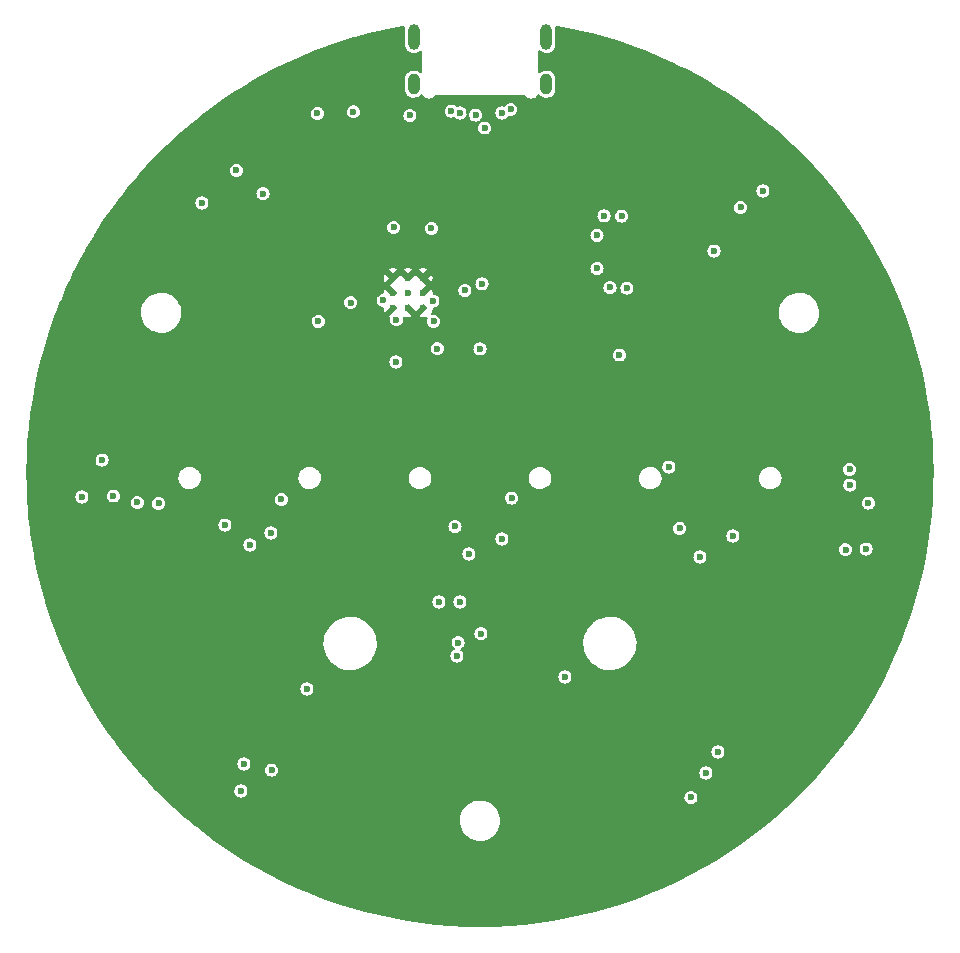
<source format=gbr>
%TF.GenerationSoftware,KiCad,Pcbnew,(7.0.0-0)*%
%TF.CreationDate,2023-03-14T21:41:36-05:00*%
%TF.ProjectId,RP2040_minimal,52503230-3430-45f6-9d69-6e696d616c2e,REV1*%
%TF.SameCoordinates,Original*%
%TF.FileFunction,Copper,L2,Inr*%
%TF.FilePolarity,Positive*%
%FSLAX46Y46*%
G04 Gerber Fmt 4.6, Leading zero omitted, Abs format (unit mm)*
G04 Created by KiCad (PCBNEW (7.0.0-0)) date 2023-03-14 21:41:36*
%MOMM*%
%LPD*%
G01*
G04 APERTURE LIST*
%TA.AperFunction,ComponentPad*%
%ADD10C,0.600000*%
%TD*%
%TA.AperFunction,ComponentPad*%
%ADD11O,1.000000X1.800000*%
%TD*%
%TA.AperFunction,ComponentPad*%
%ADD12O,1.000000X2.200000*%
%TD*%
%TA.AperFunction,ViaPad*%
%ADD13C,0.600000*%
%TD*%
G04 APERTURE END LIST*
D10*
%TO.N,GND*%
%TO.C,U5*%
X-4810000Y16960000D03*
X-6085000Y16960000D03*
X-7360000Y16960000D03*
X-4810000Y15685000D03*
X-6085000Y15685000D03*
X-7360000Y15685000D03*
X-4810000Y14410000D03*
X-6085000Y14410000D03*
X-7360000Y14410000D03*
%TD*%
D11*
%TO.N,N/C*%
%TO.C,P1*%
X5619999Y33349999D03*
D12*
X5619999Y37349999D03*
D11*
X-5619999Y33349999D03*
D12*
X-5619999Y37349999D03*
%TD*%
D13*
%TO.N,+3V3*%
X19810000Y19220000D03*
X-13760000Y30880000D03*
%TO.N,+5V*%
X-27220000Y-2130000D03*
X-29010000Y-2060000D03*
%TO.N,+3V3*%
X-3930000Y13280000D03*
X-7090000Y13400000D03*
X11795000Y10430000D03*
X170000Y16440000D03*
X15990000Y940000D03*
X-16810000Y-1810000D03*
X2690000Y-1690000D03*
X-13700000Y13270000D03*
X-7120000Y9830000D03*
X-3620000Y10970000D03*
X0Y10940000D03*
X-7300000Y21220000D03*
X-4110000Y21140000D03*
X9907500Y20562500D03*
X9907500Y17760000D03*
X11980000Y22180000D03*
X10500000Y22200000D03*
X12440000Y16080000D03*
X11010000Y16140000D03*
X-5940000Y30700000D03*
%TO.N,GND*%
X-13885000Y16247500D03*
X-18692519Y17834000D03*
X-15806838Y16932500D03*
X-20655000Y22097500D03*
X-16962519Y21946500D03*
X-17292519Y13134000D03*
X-5817500Y20372500D03*
X9846000Y11270000D03*
X-8927500Y10647500D03*
X-12622019Y18645000D03*
X-1753648Y9316824D03*
X3616250Y31053750D03*
X-9207500Y20422500D03*
X-16190000Y670000D03*
X13025000Y23780000D03*
X4050000Y31860000D03*
X-4191881Y31851995D03*
X-17210000Y27030000D03*
X1755000Y11682500D03*
X-3680000Y31100000D03*
X-4720000Y29030000D03*
X-2460000Y-60000D03*
X-14781019Y14962000D03*
X-13521990Y15279006D03*
X5433234Y22446766D03*
X-2450000Y28030000D03*
X-20695000Y13134000D03*
X16840000Y2718000D03*
X1742500Y12672500D03*
X2660000Y930000D03*
X6594375Y19100000D03*
X21920000Y178000D03*
X-2830000Y9306824D03*
X-21950000Y-60000D03*
X-14792519Y20550000D03*
X16250000Y16980000D03*
X1615000Y15735000D03*
X-11995331Y24217169D03*
X3134000Y29124000D03*
X70000Y19080000D03*
X-13260000Y14158000D03*
X1355000Y10027500D03*
X-15886838Y18912500D03*
%TO.N,VBUS*%
X2606789Y31209297D03*
X-2433180Y31076713D03*
%TO.N,+1V1*%
X-1284994Y15885000D03*
X-3985000Y14995000D03*
X-10940000Y14860000D03*
X-8195000Y15047500D03*
%TO.N,Net-(D6-DOUT)*%
X23952000Y24308000D03*
X31284502Y749500D03*
%TO.N,/USB_D-*%
X-375500Y30741234D03*
X405000Y29645000D03*
%TO.N,LED_D_5V*%
X-20640000Y26060000D03*
%TO.N,+5V*%
X32690000Y-6010000D03*
X30950000Y-6050000D03*
X16903000Y-4257000D03*
X-17630000Y-24730000D03*
X-31040000Y-1510000D03*
X-21600000Y-3980000D03*
X-2120000Y-4090000D03*
X22061483Y22911483D03*
X32870000Y-2108000D03*
X17856000Y-27040000D03*
X-18370000Y24090000D03*
X-1850000Y-13930000D03*
%TO.N,Net-(D1-DOUT)*%
X-23546000Y23292000D03*
X-32000000Y1520000D03*
%TO.N,Net-(D2-DOUT)*%
X-33706000Y-1600000D03*
X-19990000Y-24206000D03*
%TO.N,Net-(D3-DOUT)*%
X-20244000Y-26492000D03*
X-1956000Y-15062000D03*
%TO.N,Net-(D4-DOUT)*%
X76000Y-13166000D03*
X-19482000Y-5664000D03*
%TO.N,Net-(D5-DOUT)*%
X31318000Y-584000D03*
X20142000Y-23190000D03*
%TO.N,Net-(P1-CC1)*%
X1854000Y30912000D03*
%TO.N,Net-(P1-CC2)*%
X-1702000Y30912000D03*
%TO.N,GPIO18*%
X-14656000Y-17856000D03*
%TO.N,GPIO19*%
X-1702000Y-10490000D03*
X7188000Y-16840000D03*
X-3480000Y-10490000D03*
%TO.N,Net-(D8-DOUT)*%
X-17704000Y-4648000D03*
X-940000Y-6426000D03*
%TO.N,Net-(D10-DIN)*%
X1854000Y-5156000D03*
X18618000Y-6680000D03*
%TO.N,Net-(D10-DOUT)*%
X21412000Y-4902000D03*
X19126000Y-24968000D03*
%TO.N,Net-(R9-Pad1)*%
X-10730000Y31010000D03*
%TD*%
%TA.AperFunction,Conductor*%
%TO.N,GND*%
G36*
X7027756Y38178493D02*
G01*
X7031662Y38177766D01*
X8237787Y37933178D01*
X8241642Y37932332D01*
X9439322Y37649092D01*
X9443115Y37648131D01*
X10631082Y37326540D01*
X10634871Y37325449D01*
X11811905Y36965836D01*
X11815633Y36964631D01*
X12980488Y36567375D01*
X12984185Y36566047D01*
X14135642Y36131565D01*
X14139323Y36130108D01*
X15276268Y35658821D01*
X15279848Y35657268D01*
X16401007Y35149702D01*
X16404578Y35148016D01*
X16860135Y34923865D01*
X17508852Y34604672D01*
X17512391Y34602859D01*
X18598625Y34024306D01*
X18602038Y34022418D01*
X19669136Y33409235D01*
X19672533Y33407211D01*
X20640736Y32808660D01*
X20719367Y32760050D01*
X20722718Y32757902D01*
X21748164Y32077459D01*
X21751406Y32075232D01*
X22712822Y31391773D01*
X22754477Y31362161D01*
X22757678Y31359808D01*
X23737338Y30614844D01*
X23740401Y30612436D01*
X24589444Y29922625D01*
X24695597Y29836380D01*
X24698645Y29833821D01*
X25556585Y29089750D01*
X25628377Y29027487D01*
X25631346Y29024827D01*
X26534654Y28189050D01*
X26537536Y28186297D01*
X27413543Y27321887D01*
X27416335Y27319042D01*
X28264106Y26426922D01*
X28266805Y26423988D01*
X29085423Y25505125D01*
X29088027Y25502107D01*
X29862858Y24573972D01*
X29876735Y24557350D01*
X29879237Y24554252D01*
X30020081Y24374072D01*
X30637156Y23584652D01*
X30639545Y23581492D01*
X31365943Y22587983D01*
X31368217Y22584764D01*
X31416599Y22513919D01*
X32062256Y21568493D01*
X32064451Y21565166D01*
X32725487Y20527080D01*
X32727574Y20523683D01*
X33354893Y19464901D01*
X33356869Y19461440D01*
X33949818Y18383069D01*
X33951683Y18379546D01*
X34509693Y17282616D01*
X34511443Y17279034D01*
X35033890Y16164770D01*
X35035524Y16161134D01*
X35521890Y15030648D01*
X35523406Y15026962D01*
X35973185Y13881422D01*
X35974582Y13877688D01*
X36387306Y12718291D01*
X36388582Y12714515D01*
X36763827Y11542450D01*
X36764981Y11538635D01*
X37102361Y10355113D01*
X37103392Y10351262D01*
X37402552Y9157524D01*
X37403459Y9153643D01*
X37664098Y7950892D01*
X37664880Y7946983D01*
X37886731Y6736445D01*
X37887386Y6732513D01*
X38070205Y5515521D01*
X38070734Y5511570D01*
X38214348Y4289286D01*
X38214749Y4285320D01*
X38318997Y3059094D01*
X38319271Y3055117D01*
X38384053Y1826153D01*
X38384199Y1822170D01*
X38409446Y591762D01*
X38409464Y587776D01*
X38395150Y-642837D01*
X38395039Y-646822D01*
X38341180Y-1876281D01*
X38340942Y-1880260D01*
X38247590Y-3107392D01*
X38247224Y-3111361D01*
X38114477Y-4334868D01*
X38113983Y-4338824D01*
X37941979Y-5557422D01*
X37941358Y-5561359D01*
X37730285Y-6773749D01*
X37729539Y-6777665D01*
X37479591Y-7982709D01*
X37478719Y-7986598D01*
X37190172Y-9182969D01*
X37189175Y-9186829D01*
X36862319Y-10373322D01*
X36861198Y-10377147D01*
X36496396Y-11552454D01*
X36495154Y-11556242D01*
X36092734Y-12719298D01*
X36091370Y-12723043D01*
X35651798Y-13872502D01*
X35650315Y-13876202D01*
X35174003Y-15010991D01*
X35172401Y-15014641D01*
X34659880Y-16133491D01*
X34658162Y-16137088D01*
X34109932Y-17238908D01*
X34108099Y-17242448D01*
X33524736Y-18326079D01*
X33522790Y-18329558D01*
X32904917Y-19393848D01*
X32902861Y-19397263D01*
X32251078Y-20441175D01*
X32248913Y-20444522D01*
X31563905Y-21466959D01*
X31561633Y-21470234D01*
X30844140Y-22470090D01*
X30841764Y-22473291D01*
X30092504Y-23449568D01*
X30090027Y-23452691D01*
X29309741Y-24404423D01*
X29307164Y-24407464D01*
X28496740Y-25333566D01*
X28494067Y-25336524D01*
X27654256Y-26236141D01*
X27651490Y-26239010D01*
X26783214Y-27111153D01*
X26780356Y-27113933D01*
X25884494Y-27957718D01*
X25881549Y-27960404D01*
X24959024Y-28774962D01*
X24955994Y-28777552D01*
X24007757Y-29562043D01*
X24004645Y-29564534D01*
X23031706Y-30318124D01*
X23028516Y-30320514D01*
X22031841Y-31042453D01*
X22028576Y-31044739D01*
X21009214Y-31734268D01*
X21005877Y-31736448D01*
X19964880Y-32392857D01*
X19961474Y-32394929D01*
X18899916Y-33017538D01*
X18896446Y-33019499D01*
X17815403Y-33607677D01*
X17811871Y-33609525D01*
X16712521Y-34162631D01*
X16708932Y-34164365D01*
X15592359Y-34681858D01*
X15588716Y-34683476D01*
X14456070Y-35164818D01*
X14452377Y-35166318D01*
X13304856Y-35611002D01*
X13301116Y-35612382D01*
X12139914Y-36019946D01*
X12136132Y-36021206D01*
X10962392Y-36391247D01*
X10958572Y-36392384D01*
X9773570Y-36724500D01*
X9769715Y-36725514D01*
X8574654Y-37019369D01*
X8570768Y-37020259D01*
X7366853Y-37275555D01*
X7362941Y-37276319D01*
X6151461Y-37492785D01*
X6147526Y-37493423D01*
X4929707Y-37670838D01*
X4925754Y-37671349D01*
X3702874Y-37809527D01*
X3698906Y-37809911D01*
X2472201Y-37908714D01*
X2468223Y-37908970D01*
X1238984Y-37968292D01*
X1235000Y-37968420D01*
X4493Y-37988200D01*
X507Y-37988200D01*
X-1230001Y-37968420D01*
X-1233985Y-37968292D01*
X-2463224Y-37908970D01*
X-2467202Y-37908714D01*
X-3693907Y-37809911D01*
X-3697875Y-37809527D01*
X-4920755Y-37671349D01*
X-4924708Y-37670838D01*
X-6142527Y-37493423D01*
X-6146462Y-37492785D01*
X-7357942Y-37276319D01*
X-7361854Y-37275555D01*
X-8565769Y-37020259D01*
X-8569655Y-37019369D01*
X-9764716Y-36725514D01*
X-9768571Y-36724500D01*
X-10361072Y-36558442D01*
X-10953576Y-36392383D01*
X-10957393Y-36391247D01*
X-12131133Y-36021206D01*
X-12134915Y-36019946D01*
X-13296117Y-35612382D01*
X-13299833Y-35611011D01*
X-14447382Y-35166316D01*
X-14451071Y-35164818D01*
X-15583717Y-34683476D01*
X-15587360Y-34681858D01*
X-16703933Y-34164365D01*
X-16707522Y-34162631D01*
X-17806872Y-33609525D01*
X-17810404Y-33607677D01*
X-18891447Y-33019499D01*
X-18894917Y-33017538D01*
X-19956475Y-32394929D01*
X-19959881Y-32392857D01*
X-21000878Y-31736448D01*
X-21004215Y-31734268D01*
X-22023577Y-31044739D01*
X-22026842Y-31042453D01*
X-22498926Y-30700500D01*
X-23023539Y-30320498D01*
X-23026685Y-30318140D01*
X-23999651Y-29564530D01*
X-24002758Y-29562043D01*
X-24130445Y-29456406D01*
X-24761076Y-28934675D01*
X-1704252Y-28934675D01*
X-1704071Y-28939423D01*
X-1704070Y-28939423D01*
X-1694434Y-29190842D01*
X-1694433Y-29190853D01*
X-1694251Y-29195593D01*
X-1693349Y-29200248D01*
X-1693347Y-29200258D01*
X-1669210Y-29324713D01*
X-1644538Y-29451927D01*
X-1642933Y-29456398D01*
X-1642930Y-29456406D01*
X-1557889Y-29693187D01*
X-1557886Y-29693194D01*
X-1556279Y-29697668D01*
X-1431541Y-29927057D01*
X-1273250Y-30134716D01*
X-1085114Y-30315778D01*
X-871544Y-30465999D01*
X-750391Y-30525986D01*
X-641805Y-30579751D01*
X-641802Y-30579752D01*
X-637547Y-30581859D01*
X-388605Y-30660641D01*
X-130555Y-30700500D01*
X62798Y-30700500D01*
X65177Y-30700500D01*
X260344Y-30685516D01*
X514586Y-30626021D01*
X756766Y-30528414D01*
X981208Y-30394982D01*
X1182652Y-30228852D01*
X1356375Y-30033920D01*
X1498306Y-29814753D01*
X1605118Y-29576489D01*
X1674307Y-29324713D01*
X1704252Y-29065325D01*
X1694251Y-28804407D01*
X1644538Y-28548073D01*
X1556279Y-28302332D01*
X1431541Y-28072943D01*
X1273250Y-27865284D01*
X1085114Y-27684222D01*
X871544Y-27534001D01*
X810772Y-27503911D01*
X641804Y-27420248D01*
X641795Y-27420244D01*
X637547Y-27418141D01*
X633021Y-27416708D01*
X633017Y-27416707D01*
X393131Y-27340791D01*
X393126Y-27340790D01*
X388605Y-27339359D01*
X383925Y-27338636D01*
X383916Y-27338634D01*
X135245Y-27300224D01*
X135239Y-27300223D01*
X130555Y-27299500D01*
X-65177Y-27299500D01*
X-67544Y-27299681D01*
X-67552Y-27299682D01*
X-255599Y-27314119D01*
X-255609Y-27314120D01*
X-260344Y-27314484D01*
X-264972Y-27315566D01*
X-264979Y-27315568D01*
X-509951Y-27372894D01*
X-509956Y-27372895D01*
X-514586Y-27373979D01*
X-519001Y-27375758D01*
X-519003Y-27375759D01*
X-752356Y-27469808D01*
X-752363Y-27469811D01*
X-756766Y-27471586D01*
X-760841Y-27474008D01*
X-760850Y-27474013D01*
X-977121Y-27602587D01*
X-977133Y-27602595D01*
X-981208Y-27605018D01*
X-984868Y-27608036D01*
X-984876Y-27608042D01*
X-1178982Y-27768121D01*
X-1182652Y-27771148D01*
X-1185815Y-27774696D01*
X-1185818Y-27774700D01*
X-1353210Y-27962527D01*
X-1353219Y-27962538D01*
X-1356375Y-27966080D01*
X-1358956Y-27970065D01*
X-1358964Y-27970076D01*
X-1495718Y-28181249D01*
X-1495724Y-28181259D01*
X-1498306Y-28185247D01*
X-1500251Y-28189584D01*
X-1500254Y-28189591D01*
X-1603175Y-28419175D01*
X-1603179Y-28419183D01*
X-1605118Y-28423511D01*
X-1606375Y-28428082D01*
X-1606378Y-28428093D01*
X-1673048Y-28670702D01*
X-1673051Y-28670714D01*
X-1674307Y-28675287D01*
X-1674852Y-28680003D01*
X-1674852Y-28680006D01*
X-1703708Y-28929955D01*
X-1703709Y-28929966D01*
X-1704252Y-28934675D01*
X-24761076Y-28934675D01*
X-24950995Y-28777552D01*
X-24954025Y-28774962D01*
X-25118418Y-28629809D01*
X-25876564Y-27960392D01*
X-25879495Y-27957718D01*
X-25973620Y-27869065D01*
X-26775365Y-27113925D01*
X-26778215Y-27111153D01*
X-26841835Y-27047250D01*
X-27379906Y-26506782D01*
X-27394622Y-26492000D01*
X-20799250Y-26492000D01*
X-20798189Y-26500059D01*
X-20790821Y-26556028D01*
X-20780330Y-26635709D01*
X-20777219Y-26643220D01*
X-20777218Y-26643223D01*
X-20772828Y-26653821D01*
X-20724861Y-26769625D01*
X-20636621Y-26884621D01*
X-20521625Y-26972861D01*
X-20387709Y-27028330D01*
X-20244000Y-27047250D01*
X-20188932Y-27040000D01*
X17300750Y-27040000D01*
X17301811Y-27048059D01*
X17310483Y-27113933D01*
X17319670Y-27183709D01*
X17375139Y-27317625D01*
X17380084Y-27324069D01*
X17380085Y-27324071D01*
X17418381Y-27373979D01*
X17463379Y-27432621D01*
X17578375Y-27520861D01*
X17712291Y-27576330D01*
X17856000Y-27595250D01*
X17999709Y-27576330D01*
X18133625Y-27520861D01*
X18248621Y-27432621D01*
X18336861Y-27317625D01*
X18392330Y-27183709D01*
X18411250Y-27040000D01*
X18392330Y-26896291D01*
X18336861Y-26762375D01*
X18248621Y-26647379D01*
X18242178Y-26642435D01*
X18140071Y-26564085D01*
X18140069Y-26564084D01*
X18133625Y-26559139D01*
X18097592Y-26544214D01*
X18007223Y-26506782D01*
X18007220Y-26506781D01*
X17999709Y-26503670D01*
X17991649Y-26502608D01*
X17991646Y-26502608D01*
X17864059Y-26485811D01*
X17856000Y-26484750D01*
X17847941Y-26485811D01*
X17720353Y-26502608D01*
X17720348Y-26502609D01*
X17712291Y-26503670D01*
X17704781Y-26506780D01*
X17704776Y-26506782D01*
X17585885Y-26556028D01*
X17585883Y-26556029D01*
X17578375Y-26559139D01*
X17571933Y-26564082D01*
X17571928Y-26564085D01*
X17469821Y-26642435D01*
X17469817Y-26642438D01*
X17463379Y-26647379D01*
X17458438Y-26653817D01*
X17458435Y-26653821D01*
X17380085Y-26755928D01*
X17380082Y-26755933D01*
X17375139Y-26762375D01*
X17372029Y-26769883D01*
X17372028Y-26769885D01*
X17322782Y-26888776D01*
X17322780Y-26888781D01*
X17319670Y-26896291D01*
X17318609Y-26904348D01*
X17318608Y-26904353D01*
X17302696Y-27025217D01*
X17300750Y-27040000D01*
X-20188932Y-27040000D01*
X-20100291Y-27028330D01*
X-19966375Y-26972861D01*
X-19851379Y-26884621D01*
X-19763139Y-26769625D01*
X-19707670Y-26635709D01*
X-19688750Y-26492000D01*
X-19707670Y-26348291D01*
X-19763139Y-26214375D01*
X-19851379Y-26099379D01*
X-19966375Y-26011139D01*
X-20002408Y-25996214D01*
X-20092777Y-25958782D01*
X-20092780Y-25958781D01*
X-20100291Y-25955670D01*
X-20108351Y-25954608D01*
X-20108354Y-25954608D01*
X-20235941Y-25937811D01*
X-20244000Y-25936750D01*
X-20252059Y-25937811D01*
X-20379647Y-25954608D01*
X-20379652Y-25954609D01*
X-20387709Y-25955670D01*
X-20395219Y-25958780D01*
X-20395224Y-25958782D01*
X-20514115Y-26008028D01*
X-20514117Y-26008029D01*
X-20521625Y-26011139D01*
X-20528067Y-26016082D01*
X-20528072Y-26016085D01*
X-20630179Y-26094435D01*
X-20630183Y-26094438D01*
X-20636621Y-26099379D01*
X-20641562Y-26105817D01*
X-20641565Y-26105821D01*
X-20719915Y-26207928D01*
X-20719918Y-26207933D01*
X-20724861Y-26214375D01*
X-20727971Y-26221883D01*
X-20727972Y-26221885D01*
X-20777218Y-26340776D01*
X-20777220Y-26340781D01*
X-20780330Y-26348291D01*
X-20781391Y-26356348D01*
X-20781392Y-26356353D01*
X-20793495Y-26448285D01*
X-20799250Y-26492000D01*
X-27394622Y-26492000D01*
X-27646491Y-26239010D01*
X-27649257Y-26236141D01*
X-28489068Y-25336524D01*
X-28491741Y-25333566D01*
X-28603448Y-25205914D01*
X-29302181Y-24407445D01*
X-29304726Y-24404442D01*
X-29467421Y-24206000D01*
X-20545250Y-24206000D01*
X-20544189Y-24214059D01*
X-20527954Y-24337379D01*
X-20526330Y-24349709D01*
X-20523219Y-24357220D01*
X-20523218Y-24357223D01*
X-20492821Y-24430608D01*
X-20470861Y-24483625D01*
X-20465916Y-24490069D01*
X-20465915Y-24490071D01*
X-20404249Y-24570435D01*
X-20382621Y-24598621D01*
X-20267625Y-24686861D01*
X-20133709Y-24742330D01*
X-19990000Y-24761250D01*
X-19846291Y-24742330D01*
X-19816523Y-24730000D01*
X-18185250Y-24730000D01*
X-18184189Y-24738059D01*
X-18181276Y-24760189D01*
X-18166330Y-24873709D01*
X-18110861Y-25007625D01*
X-18022621Y-25122621D01*
X-17907625Y-25210861D01*
X-17773709Y-25266330D01*
X-17630000Y-25285250D01*
X-17486291Y-25266330D01*
X-17352375Y-25210861D01*
X-17237379Y-25122621D01*
X-17149139Y-25007625D01*
X-17132726Y-24968000D01*
X18570750Y-24968000D01*
X18589670Y-25111709D01*
X18592781Y-25119220D01*
X18592782Y-25119223D01*
X18596237Y-25127564D01*
X18645139Y-25245625D01*
X18650084Y-25252069D01*
X18650085Y-25252071D01*
X18661841Y-25267391D01*
X18733379Y-25360621D01*
X18848375Y-25448861D01*
X18982291Y-25504330D01*
X19126000Y-25523250D01*
X19269709Y-25504330D01*
X19403625Y-25448861D01*
X19518621Y-25360621D01*
X19606861Y-25245625D01*
X19662330Y-25111709D01*
X19681250Y-24968000D01*
X19662330Y-24824291D01*
X19606861Y-24690375D01*
X19518621Y-24575379D01*
X19403625Y-24487139D01*
X19319696Y-24452375D01*
X19277223Y-24434782D01*
X19277220Y-24434781D01*
X19269709Y-24431670D01*
X19261649Y-24430608D01*
X19261646Y-24430608D01*
X19134059Y-24413811D01*
X19126000Y-24412750D01*
X19117941Y-24413811D01*
X18990353Y-24430608D01*
X18990348Y-24430609D01*
X18982291Y-24431670D01*
X18974781Y-24434780D01*
X18974776Y-24434782D01*
X18855885Y-24484028D01*
X18855883Y-24484029D01*
X18848375Y-24487139D01*
X18841933Y-24492082D01*
X18841928Y-24492085D01*
X18739821Y-24570435D01*
X18739817Y-24570438D01*
X18733379Y-24575379D01*
X18728438Y-24581817D01*
X18728435Y-24581821D01*
X18650085Y-24683928D01*
X18650082Y-24683933D01*
X18645139Y-24690375D01*
X18642029Y-24697883D01*
X18642028Y-24697885D01*
X18592782Y-24816776D01*
X18592780Y-24816781D01*
X18589670Y-24824291D01*
X18588609Y-24832348D01*
X18588608Y-24832353D01*
X18571811Y-24959941D01*
X18570750Y-24968000D01*
X-17132726Y-24968000D01*
X-17093670Y-24873709D01*
X-17074750Y-24730000D01*
X-17093670Y-24586291D01*
X-17149139Y-24452375D01*
X-17237379Y-24337379D01*
X-17352375Y-24249139D01*
X-17388408Y-24234214D01*
X-17478777Y-24196782D01*
X-17478780Y-24196781D01*
X-17486291Y-24193670D01*
X-17494351Y-24192608D01*
X-17494354Y-24192608D01*
X-17621941Y-24175811D01*
X-17630000Y-24174750D01*
X-17638059Y-24175811D01*
X-17765647Y-24192608D01*
X-17765652Y-24192609D01*
X-17773709Y-24193670D01*
X-17781219Y-24196780D01*
X-17781224Y-24196782D01*
X-17900115Y-24246028D01*
X-17900117Y-24246029D01*
X-17907625Y-24249139D01*
X-17914067Y-24254082D01*
X-17914072Y-24254085D01*
X-18016179Y-24332435D01*
X-18016183Y-24332438D01*
X-18022621Y-24337379D01*
X-18027562Y-24343817D01*
X-18027565Y-24343821D01*
X-18105915Y-24445928D01*
X-18105918Y-24445933D01*
X-18110861Y-24452375D01*
X-18113971Y-24459883D01*
X-18113972Y-24459885D01*
X-18163218Y-24578776D01*
X-18163220Y-24578781D01*
X-18166330Y-24586291D01*
X-18167391Y-24594348D01*
X-18167392Y-24594353D01*
X-18179571Y-24686861D01*
X-18185250Y-24730000D01*
X-19816523Y-24730000D01*
X-19712375Y-24686861D01*
X-19597379Y-24598621D01*
X-19509139Y-24483625D01*
X-19453670Y-24349709D01*
X-19434750Y-24206000D01*
X-19453670Y-24062291D01*
X-19509139Y-23928375D01*
X-19597379Y-23813379D01*
X-19686166Y-23745250D01*
X-19705929Y-23730085D01*
X-19705931Y-23730084D01*
X-19712375Y-23725139D01*
X-19748408Y-23710214D01*
X-19838777Y-23672782D01*
X-19838780Y-23672781D01*
X-19846291Y-23669670D01*
X-19854351Y-23668608D01*
X-19854354Y-23668608D01*
X-19981941Y-23651811D01*
X-19990000Y-23650750D01*
X-19998059Y-23651811D01*
X-20125647Y-23668608D01*
X-20125652Y-23668609D01*
X-20133709Y-23669670D01*
X-20141219Y-23672780D01*
X-20141224Y-23672782D01*
X-20260115Y-23722028D01*
X-20260117Y-23722029D01*
X-20267625Y-23725139D01*
X-20274067Y-23730082D01*
X-20274072Y-23730085D01*
X-20376179Y-23808435D01*
X-20376183Y-23808438D01*
X-20382621Y-23813379D01*
X-20387562Y-23819817D01*
X-20387565Y-23819821D01*
X-20465915Y-23921928D01*
X-20465918Y-23921933D01*
X-20470861Y-23928375D01*
X-20473971Y-23935883D01*
X-20473972Y-23935885D01*
X-20523218Y-24054776D01*
X-20523220Y-24054781D01*
X-20526330Y-24062291D01*
X-20527391Y-24070348D01*
X-20527392Y-24070353D01*
X-20543487Y-24192608D01*
X-20545250Y-24206000D01*
X-29467421Y-24206000D01*
X-29903610Y-23673971D01*
X-30085028Y-23452691D01*
X-30087505Y-23449568D01*
X-30286715Y-23190000D01*
X19586750Y-23190000D01*
X19605670Y-23333709D01*
X19661139Y-23467625D01*
X19749379Y-23582621D01*
X19864375Y-23670861D01*
X19998291Y-23726330D01*
X20142000Y-23745250D01*
X20285709Y-23726330D01*
X20419625Y-23670861D01*
X20534621Y-23582621D01*
X20622861Y-23467625D01*
X20678330Y-23333709D01*
X20697250Y-23190000D01*
X20678330Y-23046291D01*
X20622861Y-22912375D01*
X20534621Y-22797379D01*
X20419625Y-22709139D01*
X20383592Y-22694214D01*
X20293223Y-22656782D01*
X20293220Y-22656781D01*
X20285709Y-22653670D01*
X20277649Y-22652608D01*
X20277646Y-22652608D01*
X20150059Y-22635811D01*
X20142000Y-22634750D01*
X20133941Y-22635811D01*
X20006353Y-22652608D01*
X20006348Y-22652609D01*
X19998291Y-22653670D01*
X19990781Y-22656780D01*
X19990776Y-22656782D01*
X19871885Y-22706028D01*
X19871883Y-22706029D01*
X19864375Y-22709139D01*
X19857933Y-22714082D01*
X19857928Y-22714085D01*
X19755821Y-22792435D01*
X19755817Y-22792438D01*
X19749379Y-22797379D01*
X19744438Y-22803817D01*
X19744435Y-22803821D01*
X19666085Y-22905928D01*
X19666082Y-22905933D01*
X19661139Y-22912375D01*
X19658029Y-22919883D01*
X19658028Y-22919885D01*
X19608782Y-23038776D01*
X19608780Y-23038781D01*
X19605670Y-23046291D01*
X19604609Y-23054348D01*
X19604608Y-23054353D01*
X19587811Y-23181941D01*
X19586750Y-23190000D01*
X-30286715Y-23190000D01*
X-30836765Y-22473291D01*
X-30839141Y-22470090D01*
X-30919826Y-22357652D01*
X-31556651Y-21470210D01*
X-31558890Y-21466982D01*
X-32243914Y-20444522D01*
X-32246079Y-20441175D01*
X-32897862Y-19397263D01*
X-32899918Y-19393848D01*
X-33440873Y-18462049D01*
X-33517805Y-18329533D01*
X-33519724Y-18326103D01*
X-33772800Y-17856000D01*
X-15211250Y-17856000D01*
X-15192330Y-17999709D01*
X-15136861Y-18133625D01*
X-15048621Y-18248621D01*
X-14933625Y-18336861D01*
X-14799709Y-18392330D01*
X-14656000Y-18411250D01*
X-14512291Y-18392330D01*
X-14378375Y-18336861D01*
X-14263379Y-18248621D01*
X-14175139Y-18133625D01*
X-14119670Y-17999709D01*
X-14100750Y-17856000D01*
X-14119670Y-17712291D01*
X-14175139Y-17578375D01*
X-14263379Y-17463379D01*
X-14352166Y-17395250D01*
X-14371929Y-17380085D01*
X-14371931Y-17380084D01*
X-14378375Y-17375139D01*
X-14414408Y-17360214D01*
X-14504777Y-17322782D01*
X-14504780Y-17322781D01*
X-14512291Y-17319670D01*
X-14520351Y-17318608D01*
X-14520354Y-17318608D01*
X-14647941Y-17301811D01*
X-14656000Y-17300750D01*
X-14664059Y-17301811D01*
X-14791647Y-17318608D01*
X-14791652Y-17318609D01*
X-14799709Y-17319670D01*
X-14807219Y-17322780D01*
X-14807224Y-17322782D01*
X-14926115Y-17372028D01*
X-14926117Y-17372029D01*
X-14933625Y-17375139D01*
X-14940067Y-17380082D01*
X-14940072Y-17380085D01*
X-15042179Y-17458435D01*
X-15042183Y-17458438D01*
X-15048621Y-17463379D01*
X-15053562Y-17469817D01*
X-15053565Y-17469821D01*
X-15131915Y-17571928D01*
X-15131918Y-17571933D01*
X-15136861Y-17578375D01*
X-15139971Y-17585883D01*
X-15139972Y-17585885D01*
X-15189218Y-17704776D01*
X-15189220Y-17704781D01*
X-15192330Y-17712291D01*
X-15193391Y-17720348D01*
X-15193392Y-17720353D01*
X-15210189Y-17847941D01*
X-15211250Y-17856000D01*
X-33772800Y-17856000D01*
X-34103109Y-17242432D01*
X-34104933Y-17238908D01*
X-34303417Y-16840000D01*
X6632750Y-16840000D01*
X6651670Y-16983709D01*
X6707139Y-17117625D01*
X6795379Y-17232621D01*
X6910375Y-17320861D01*
X7044291Y-17376330D01*
X7188000Y-17395250D01*
X7331709Y-17376330D01*
X7465625Y-17320861D01*
X7580621Y-17232621D01*
X7668861Y-17117625D01*
X7724330Y-16983709D01*
X7743250Y-16840000D01*
X7724330Y-16696291D01*
X7668861Y-16562375D01*
X7580621Y-16447379D01*
X7465625Y-16359139D01*
X7429592Y-16344214D01*
X7339223Y-16306782D01*
X7339220Y-16306781D01*
X7331709Y-16303670D01*
X7323649Y-16302608D01*
X7323646Y-16302608D01*
X7196059Y-16285811D01*
X7188000Y-16284750D01*
X7179941Y-16285811D01*
X7052353Y-16302608D01*
X7052348Y-16302609D01*
X7044291Y-16303670D01*
X7036781Y-16306780D01*
X7036776Y-16306782D01*
X6917885Y-16356028D01*
X6917883Y-16356029D01*
X6910375Y-16359139D01*
X6903933Y-16364082D01*
X6903928Y-16364085D01*
X6801821Y-16442435D01*
X6801817Y-16442438D01*
X6795379Y-16447379D01*
X6790438Y-16453817D01*
X6790435Y-16453821D01*
X6712085Y-16555928D01*
X6712082Y-16555933D01*
X6707139Y-16562375D01*
X6704029Y-16569883D01*
X6704028Y-16569885D01*
X6654782Y-16688776D01*
X6654780Y-16688781D01*
X6651670Y-16696291D01*
X6650609Y-16704348D01*
X6650608Y-16704353D01*
X6633811Y-16831941D01*
X6632750Y-16840000D01*
X-34303417Y-16840000D01*
X-34653180Y-16137054D01*
X-34654865Y-16133525D01*
X-35167415Y-15014613D01*
X-35168992Y-15011020D01*
X-35561718Y-14075369D01*
X-13254277Y-14075369D01*
X-13253863Y-14079490D01*
X-13253862Y-14079501D01*
X-13224534Y-14371034D01*
X-13224533Y-14371044D01*
X-13224118Y-14375162D01*
X-13223158Y-14379193D01*
X-13223157Y-14379195D01*
X-13163432Y-14629814D01*
X-13154269Y-14668261D01*
X-13045977Y-14949434D01*
X-13043993Y-14953055D01*
X-13043987Y-14953067D01*
X-12979873Y-15070059D01*
X-12901175Y-15213665D01*
X-12898719Y-15216998D01*
X-12898716Y-15217003D01*
X-12808367Y-15339625D01*
X-12722446Y-15456238D01*
X-12512980Y-15672824D01*
X-12393263Y-15767363D01*
X-12279770Y-15856988D01*
X-12279766Y-15856990D01*
X-12276515Y-15859558D01*
X-12017270Y-16013109D01*
X-12013466Y-16014722D01*
X-12013462Y-16014724D01*
X-11908422Y-16059264D01*
X-11739872Y-16130736D01*
X-11449271Y-16210340D01*
X-11150653Y-16250500D01*
X-10926838Y-16250500D01*
X-10924756Y-16250500D01*
X-10699366Y-16235412D01*
X-10404097Y-16175396D01*
X-10119463Y-16076560D01*
X-9850541Y-15940668D01*
X-9602131Y-15770144D01*
X-9378667Y-15568032D01*
X-9184135Y-15337939D01*
X-9022007Y-15083970D01*
X-9011812Y-15062000D01*
X-2511250Y-15062000D01*
X-2510189Y-15070059D01*
X-2507899Y-15087457D01*
X-2492330Y-15205709D01*
X-2436861Y-15339625D01*
X-2348621Y-15454621D01*
X-2233625Y-15542861D01*
X-2099709Y-15598330D01*
X-1956000Y-15617250D01*
X-1812291Y-15598330D01*
X-1678375Y-15542861D01*
X-1563379Y-15454621D01*
X-1475139Y-15339625D01*
X-1419670Y-15205709D01*
X-1400750Y-15062000D01*
X-1419670Y-14918291D01*
X-1475139Y-14784375D01*
X-1563379Y-14669379D01*
X-1569822Y-14664435D01*
X-1569827Y-14664430D01*
X-1614939Y-14629814D01*
X-1654014Y-14578889D01*
X-1662391Y-14515249D01*
X-1637824Y-14455948D01*
X-1586901Y-14416877D01*
X-1572375Y-14410861D01*
X-1457379Y-14322621D01*
X-1369139Y-14207625D01*
X-1314358Y-14075369D01*
X8745723Y-14075369D01*
X8746137Y-14079490D01*
X8746138Y-14079501D01*
X8775466Y-14371034D01*
X8775467Y-14371044D01*
X8775882Y-14375162D01*
X8776842Y-14379193D01*
X8776843Y-14379195D01*
X8836568Y-14629814D01*
X8845731Y-14668261D01*
X8954023Y-14949434D01*
X8956007Y-14953055D01*
X8956013Y-14953067D01*
X9020127Y-15070059D01*
X9098825Y-15213665D01*
X9101281Y-15216998D01*
X9101284Y-15217003D01*
X9191633Y-15339625D01*
X9277554Y-15456238D01*
X9487020Y-15672824D01*
X9606737Y-15767363D01*
X9720230Y-15856988D01*
X9720234Y-15856990D01*
X9723485Y-15859558D01*
X9982730Y-16013109D01*
X9986534Y-16014722D01*
X9986538Y-16014724D01*
X10091578Y-16059264D01*
X10260128Y-16130736D01*
X10550729Y-16210340D01*
X10849347Y-16250500D01*
X11073162Y-16250500D01*
X11075244Y-16250500D01*
X11300634Y-16235412D01*
X11595903Y-16175396D01*
X11880537Y-16076560D01*
X12149459Y-15940668D01*
X12397869Y-15770144D01*
X12621333Y-15568032D01*
X12815865Y-15337939D01*
X12977993Y-15083970D01*
X13104823Y-14810658D01*
X13194093Y-14522879D01*
X13244209Y-14225770D01*
X13254277Y-13924631D01*
X13224118Y-13624838D01*
X13154269Y-13331739D01*
X13045977Y-13050566D01*
X12901175Y-12786335D01*
X12896375Y-12779821D01*
X12724906Y-12547101D01*
X12722446Y-12543762D01*
X12512980Y-12327176D01*
X12386770Y-12227509D01*
X12279769Y-12143011D01*
X12279762Y-12143006D01*
X12276515Y-12140442D01*
X12272954Y-12138332D01*
X12272947Y-12138328D01*
X12020831Y-11989000D01*
X12020828Y-11988998D01*
X12017270Y-11986891D01*
X12013471Y-11985280D01*
X12013461Y-11985275D01*
X11743681Y-11870879D01*
X11743678Y-11870878D01*
X11739872Y-11869264D01*
X11735885Y-11868172D01*
X11735877Y-11868169D01*
X11453278Y-11790757D01*
X11453269Y-11790755D01*
X11449271Y-11789660D01*
X11445164Y-11789107D01*
X11445156Y-11789106D01*
X11154754Y-11750051D01*
X11154746Y-11750050D01*
X11150653Y-11749500D01*
X10924756Y-11749500D01*
X10922682Y-11749638D01*
X10922677Y-11749639D01*
X10703498Y-11764311D01*
X10703492Y-11764311D01*
X10699366Y-11764588D01*
X10695309Y-11765412D01*
X10695306Y-11765413D01*
X10408165Y-11823777D01*
X10408162Y-11823777D01*
X10404097Y-11824604D01*
X10400183Y-11825963D01*
X10400176Y-11825965D01*
X10123375Y-11922081D01*
X10123367Y-11922084D01*
X10119463Y-11923440D01*
X10115771Y-11925305D01*
X10115763Y-11925309D01*
X9854242Y-12057461D01*
X9854232Y-12057466D01*
X9850541Y-12059332D01*
X9847130Y-12061672D01*
X9847124Y-12061677D01*
X9605548Y-12227509D01*
X9605534Y-12227519D01*
X9602131Y-12229856D01*
X9599066Y-12232627D01*
X9599056Y-12232636D01*
X9381741Y-12429187D01*
X9381735Y-12429192D01*
X9378667Y-12431968D01*
X9375998Y-12435123D01*
X9375991Y-12435132D01*
X9186810Y-12658896D01*
X9186804Y-12658903D01*
X9184135Y-12662061D01*
X9181912Y-12665542D01*
X9181904Y-12665554D01*
X9024233Y-12912542D01*
X9024229Y-12912549D01*
X9022007Y-12916030D01*
X9020267Y-12919779D01*
X9020264Y-12919785D01*
X8896922Y-13185580D01*
X8896918Y-13185589D01*
X8895177Y-13189342D01*
X8893951Y-13193291D01*
X8893949Y-13193299D01*
X8815552Y-13446028D01*
X8805907Y-13477121D01*
X8805218Y-13481199D01*
X8805218Y-13481204D01*
X8756479Y-13770150D01*
X8755791Y-13774230D01*
X8755653Y-13778353D01*
X8755652Y-13778365D01*
X8745861Y-14071222D01*
X8745861Y-14071231D01*
X8745723Y-14075369D01*
X-1314358Y-14075369D01*
X-1313670Y-14073709D01*
X-1294750Y-13930000D01*
X-1313670Y-13786291D01*
X-1369139Y-13652375D01*
X-1457379Y-13537379D01*
X-1572375Y-13449139D01*
X-1608408Y-13434214D01*
X-1698777Y-13396782D01*
X-1698780Y-13396781D01*
X-1706291Y-13393670D01*
X-1714351Y-13392608D01*
X-1714354Y-13392608D01*
X-1841941Y-13375811D01*
X-1850000Y-13374750D01*
X-1858059Y-13375811D01*
X-1985647Y-13392608D01*
X-1985652Y-13392609D01*
X-1993709Y-13393670D01*
X-2001219Y-13396780D01*
X-2001224Y-13396782D01*
X-2120115Y-13446028D01*
X-2120117Y-13446029D01*
X-2127625Y-13449139D01*
X-2134067Y-13454082D01*
X-2134072Y-13454085D01*
X-2236179Y-13532435D01*
X-2236183Y-13532438D01*
X-2242621Y-13537379D01*
X-2247562Y-13543817D01*
X-2247565Y-13543821D01*
X-2325915Y-13645928D01*
X-2325918Y-13645933D01*
X-2330861Y-13652375D01*
X-2333971Y-13659883D01*
X-2333972Y-13659885D01*
X-2383218Y-13778776D01*
X-2383220Y-13778781D01*
X-2386330Y-13786291D01*
X-2387391Y-13794348D01*
X-2387392Y-13794353D01*
X-2397680Y-13872502D01*
X-2405250Y-13930000D01*
X-2386330Y-14073709D01*
X-2330861Y-14207625D01*
X-2325916Y-14214069D01*
X-2325915Y-14214071D01*
X-2316938Y-14225770D01*
X-2242621Y-14322621D01*
X-2236179Y-14327564D01*
X-2236174Y-14327569D01*
X-2191062Y-14362185D01*
X-2151988Y-14413107D01*
X-2143610Y-14476744D01*
X-2168172Y-14536045D01*
X-2219094Y-14575120D01*
X-2226115Y-14578028D01*
X-2226117Y-14578029D01*
X-2233625Y-14581139D01*
X-2240067Y-14586082D01*
X-2240072Y-14586085D01*
X-2342179Y-14664435D01*
X-2342183Y-14664438D01*
X-2348621Y-14669379D01*
X-2353562Y-14675817D01*
X-2353565Y-14675821D01*
X-2431915Y-14777928D01*
X-2431918Y-14777933D01*
X-2436861Y-14784375D01*
X-2439971Y-14791883D01*
X-2439972Y-14791885D01*
X-2489218Y-14910776D01*
X-2489220Y-14910781D01*
X-2492330Y-14918291D01*
X-2493391Y-14926348D01*
X-2493392Y-14926353D01*
X-2504775Y-15012817D01*
X-2511250Y-15062000D01*
X-9011812Y-15062000D01*
X-8895177Y-14810658D01*
X-8805907Y-14522879D01*
X-8755791Y-14225770D01*
X-8745723Y-13924631D01*
X-8775882Y-13624838D01*
X-8845731Y-13331739D01*
X-8909564Y-13166000D01*
X-479250Y-13166000D01*
X-460330Y-13309709D01*
X-457219Y-13317220D01*
X-457218Y-13317223D01*
X-433390Y-13374750D01*
X-404861Y-13443625D01*
X-399916Y-13450069D01*
X-399915Y-13450071D01*
X-321565Y-13552178D01*
X-316621Y-13558621D01*
X-201625Y-13646861D01*
X-67709Y-13702330D01*
X76000Y-13721250D01*
X219709Y-13702330D01*
X353625Y-13646861D01*
X468621Y-13558621D01*
X556861Y-13443625D01*
X612330Y-13309709D01*
X631250Y-13166000D01*
X612330Y-13022291D01*
X556861Y-12888375D01*
X468621Y-12773379D01*
X353625Y-12685139D01*
X290268Y-12658896D01*
X227223Y-12632782D01*
X227220Y-12632781D01*
X219709Y-12629670D01*
X211649Y-12628608D01*
X211646Y-12628608D01*
X84059Y-12611811D01*
X76000Y-12610750D01*
X67941Y-12611811D01*
X-59647Y-12628608D01*
X-59652Y-12628609D01*
X-67709Y-12629670D01*
X-75219Y-12632780D01*
X-75224Y-12632782D01*
X-194115Y-12682028D01*
X-194117Y-12682029D01*
X-201625Y-12685139D01*
X-208067Y-12690082D01*
X-208072Y-12690085D01*
X-310179Y-12768435D01*
X-310183Y-12768438D01*
X-316621Y-12773379D01*
X-321562Y-12779817D01*
X-321565Y-12779821D01*
X-399915Y-12881928D01*
X-399918Y-12881933D01*
X-404861Y-12888375D01*
X-407971Y-12895883D01*
X-407972Y-12895885D01*
X-457218Y-13014776D01*
X-457220Y-13014781D01*
X-460330Y-13022291D01*
X-461391Y-13030348D01*
X-461392Y-13030353D01*
X-464053Y-13050566D01*
X-479250Y-13166000D01*
X-8909564Y-13166000D01*
X-8954023Y-13050566D01*
X-9098825Y-12786335D01*
X-9103625Y-12779821D01*
X-9275094Y-12547101D01*
X-9277554Y-12543762D01*
X-9487020Y-12327176D01*
X-9613230Y-12227509D01*
X-9720231Y-12143011D01*
X-9720238Y-12143006D01*
X-9723485Y-12140442D01*
X-9727046Y-12138332D01*
X-9727053Y-12138328D01*
X-9979169Y-11989000D01*
X-9979172Y-11988998D01*
X-9982730Y-11986891D01*
X-9986529Y-11985280D01*
X-9986539Y-11985275D01*
X-10256319Y-11870879D01*
X-10256322Y-11870878D01*
X-10260128Y-11869264D01*
X-10264115Y-11868172D01*
X-10264123Y-11868169D01*
X-10546722Y-11790757D01*
X-10546731Y-11790755D01*
X-10550729Y-11789660D01*
X-10554836Y-11789107D01*
X-10554844Y-11789106D01*
X-10845246Y-11750051D01*
X-10845254Y-11750050D01*
X-10849347Y-11749500D01*
X-11075244Y-11749500D01*
X-11077318Y-11749638D01*
X-11077323Y-11749639D01*
X-11296502Y-11764311D01*
X-11296508Y-11764311D01*
X-11300634Y-11764588D01*
X-11304691Y-11765412D01*
X-11304694Y-11765413D01*
X-11591835Y-11823777D01*
X-11591838Y-11823777D01*
X-11595903Y-11824604D01*
X-11599817Y-11825963D01*
X-11599824Y-11825965D01*
X-11876625Y-11922081D01*
X-11876633Y-11922084D01*
X-11880537Y-11923440D01*
X-11884229Y-11925305D01*
X-11884237Y-11925309D01*
X-12145758Y-12057461D01*
X-12145768Y-12057466D01*
X-12149459Y-12059332D01*
X-12152870Y-12061672D01*
X-12152876Y-12061677D01*
X-12394452Y-12227509D01*
X-12394466Y-12227519D01*
X-12397869Y-12229856D01*
X-12400934Y-12232627D01*
X-12400944Y-12232636D01*
X-12618259Y-12429187D01*
X-12618265Y-12429192D01*
X-12621333Y-12431968D01*
X-12624002Y-12435123D01*
X-12624009Y-12435132D01*
X-12813190Y-12658896D01*
X-12813196Y-12658903D01*
X-12815865Y-12662061D01*
X-12818088Y-12665542D01*
X-12818096Y-12665554D01*
X-12975767Y-12912542D01*
X-12975771Y-12912549D01*
X-12977993Y-12916030D01*
X-12979733Y-12919779D01*
X-12979736Y-12919785D01*
X-13103078Y-13185580D01*
X-13103082Y-13185589D01*
X-13104823Y-13189342D01*
X-13106049Y-13193291D01*
X-13106051Y-13193299D01*
X-13184448Y-13446028D01*
X-13194093Y-13477121D01*
X-13194782Y-13481199D01*
X-13194782Y-13481204D01*
X-13243521Y-13770150D01*
X-13244209Y-13774230D01*
X-13244347Y-13778353D01*
X-13244348Y-13778365D01*
X-13254139Y-14071222D01*
X-13254139Y-14071231D01*
X-13254277Y-14075369D01*
X-35561718Y-14075369D01*
X-35645320Y-13876192D01*
X-35646799Y-13872502D01*
X-35676684Y-13794353D01*
X-36086377Y-12723028D01*
X-36087735Y-12719298D01*
X-36490166Y-11556210D01*
X-36491387Y-11552486D01*
X-36821171Y-10490000D01*
X-4035250Y-10490000D01*
X-4016330Y-10633709D01*
X-3960861Y-10767625D01*
X-3872621Y-10882621D01*
X-3757625Y-10970861D01*
X-3623709Y-11026330D01*
X-3480000Y-11045250D01*
X-3336291Y-11026330D01*
X-3202375Y-10970861D01*
X-3087379Y-10882621D01*
X-2999139Y-10767625D01*
X-2943670Y-10633709D01*
X-2924750Y-10490000D01*
X-2257250Y-10490000D01*
X-2238330Y-10633709D01*
X-2182861Y-10767625D01*
X-2094621Y-10882621D01*
X-1979625Y-10970861D01*
X-1845709Y-11026330D01*
X-1702000Y-11045250D01*
X-1558291Y-11026330D01*
X-1424375Y-10970861D01*
X-1309379Y-10882621D01*
X-1221139Y-10767625D01*
X-1165670Y-10633709D01*
X-1146750Y-10490000D01*
X-1165670Y-10346291D01*
X-1221139Y-10212375D01*
X-1309379Y-10097379D01*
X-1424375Y-10009139D01*
X-1460408Y-9994214D01*
X-1550777Y-9956782D01*
X-1550780Y-9956781D01*
X-1558291Y-9953670D01*
X-1566351Y-9952608D01*
X-1566354Y-9952608D01*
X-1693941Y-9935811D01*
X-1702000Y-9934750D01*
X-1710059Y-9935811D01*
X-1837647Y-9952608D01*
X-1837652Y-9952609D01*
X-1845709Y-9953670D01*
X-1853219Y-9956780D01*
X-1853224Y-9956782D01*
X-1972115Y-10006028D01*
X-1972117Y-10006029D01*
X-1979625Y-10009139D01*
X-1986067Y-10014082D01*
X-1986072Y-10014085D01*
X-2088179Y-10092435D01*
X-2088183Y-10092438D01*
X-2094621Y-10097379D01*
X-2099562Y-10103817D01*
X-2099565Y-10103821D01*
X-2177915Y-10205928D01*
X-2177918Y-10205933D01*
X-2182861Y-10212375D01*
X-2185971Y-10219883D01*
X-2185972Y-10219885D01*
X-2235218Y-10338776D01*
X-2235220Y-10338781D01*
X-2238330Y-10346291D01*
X-2239391Y-10354348D01*
X-2239392Y-10354353D01*
X-2252878Y-10456791D01*
X-2257250Y-10490000D01*
X-2924750Y-10490000D01*
X-2943670Y-10346291D01*
X-2999139Y-10212375D01*
X-3087379Y-10097379D01*
X-3202375Y-10009139D01*
X-3238408Y-9994214D01*
X-3328777Y-9956782D01*
X-3328780Y-9956781D01*
X-3336291Y-9953670D01*
X-3344351Y-9952608D01*
X-3344354Y-9952608D01*
X-3471941Y-9935811D01*
X-3480000Y-9934750D01*
X-3488059Y-9935811D01*
X-3615647Y-9952608D01*
X-3615652Y-9952609D01*
X-3623709Y-9953670D01*
X-3631219Y-9956780D01*
X-3631224Y-9956782D01*
X-3750115Y-10006028D01*
X-3750117Y-10006029D01*
X-3757625Y-10009139D01*
X-3764067Y-10014082D01*
X-3764072Y-10014085D01*
X-3866179Y-10092435D01*
X-3866183Y-10092438D01*
X-3872621Y-10097379D01*
X-3877562Y-10103817D01*
X-3877565Y-10103821D01*
X-3955915Y-10205928D01*
X-3955918Y-10205933D01*
X-3960861Y-10212375D01*
X-3963971Y-10219883D01*
X-3963972Y-10219885D01*
X-4013218Y-10338776D01*
X-4013220Y-10338781D01*
X-4016330Y-10346291D01*
X-4017391Y-10354348D01*
X-4017392Y-10354353D01*
X-4030878Y-10456791D01*
X-4035250Y-10490000D01*
X-36821171Y-10490000D01*
X-36856202Y-10377140D01*
X-36857320Y-10373322D01*
X-37184181Y-9186811D01*
X-37185173Y-9182969D01*
X-37473730Y-7986557D01*
X-37474583Y-7982750D01*
X-37724548Y-6777623D01*
X-37725278Y-6773792D01*
X-37785827Y-6426000D01*
X-1495250Y-6426000D01*
X-1494189Y-6434059D01*
X-1479269Y-6547391D01*
X-1476330Y-6569709D01*
X-1473219Y-6577220D01*
X-1473218Y-6577223D01*
X-1469006Y-6587391D01*
X-1420861Y-6703625D01*
X-1415916Y-6710069D01*
X-1415915Y-6710071D01*
X-1364048Y-6777665D01*
X-1332621Y-6818621D01*
X-1217625Y-6906861D01*
X-1083709Y-6962330D01*
X-940000Y-6981250D01*
X-796291Y-6962330D01*
X-662375Y-6906861D01*
X-547379Y-6818621D01*
X-459139Y-6703625D01*
X-449353Y-6680000D01*
X18062750Y-6680000D01*
X18063811Y-6688059D01*
X18080151Y-6812178D01*
X18081670Y-6823709D01*
X18137139Y-6957625D01*
X18225379Y-7072621D01*
X18340375Y-7160861D01*
X18474291Y-7216330D01*
X18618000Y-7235250D01*
X18761709Y-7216330D01*
X18895625Y-7160861D01*
X19010621Y-7072621D01*
X19098861Y-6957625D01*
X19154330Y-6823709D01*
X19173250Y-6680000D01*
X19154330Y-6536291D01*
X19098861Y-6402375D01*
X19010621Y-6287379D01*
X18921834Y-6219250D01*
X18902071Y-6204085D01*
X18902069Y-6204084D01*
X18895625Y-6199139D01*
X18859592Y-6184214D01*
X18769223Y-6146782D01*
X18769220Y-6146781D01*
X18761709Y-6143670D01*
X18753649Y-6142608D01*
X18753646Y-6142608D01*
X18626059Y-6125811D01*
X18618000Y-6124750D01*
X18609941Y-6125811D01*
X18482353Y-6142608D01*
X18482348Y-6142609D01*
X18474291Y-6143670D01*
X18466781Y-6146780D01*
X18466776Y-6146782D01*
X18347885Y-6196028D01*
X18347883Y-6196029D01*
X18340375Y-6199139D01*
X18333933Y-6204082D01*
X18333928Y-6204085D01*
X18231821Y-6282435D01*
X18231817Y-6282438D01*
X18225379Y-6287379D01*
X18220438Y-6293817D01*
X18220435Y-6293821D01*
X18142085Y-6395928D01*
X18142082Y-6395933D01*
X18137139Y-6402375D01*
X18134029Y-6409883D01*
X18134028Y-6409885D01*
X18084782Y-6528776D01*
X18084780Y-6528781D01*
X18081670Y-6536291D01*
X18080609Y-6544348D01*
X18080608Y-6544353D01*
X18077997Y-6564189D01*
X18062750Y-6680000D01*
X-449353Y-6680000D01*
X-403670Y-6569709D01*
X-384750Y-6426000D01*
X-403670Y-6282291D01*
X-459139Y-6148375D01*
X-534625Y-6050000D01*
X30394750Y-6050000D01*
X30395811Y-6058059D01*
X30408403Y-6153709D01*
X30413670Y-6193709D01*
X30416781Y-6201220D01*
X30416782Y-6201223D01*
X30449460Y-6280114D01*
X30469139Y-6327625D01*
X30557379Y-6442621D01*
X30672375Y-6530861D01*
X30806291Y-6586330D01*
X30950000Y-6605250D01*
X31093709Y-6586330D01*
X31227625Y-6530861D01*
X31342621Y-6442621D01*
X31430861Y-6327625D01*
X31486330Y-6193709D01*
X31505250Y-6050000D01*
X31499984Y-6010000D01*
X32134750Y-6010000D01*
X32135811Y-6018059D01*
X32151853Y-6139914D01*
X32153670Y-6153709D01*
X32156781Y-6161220D01*
X32156782Y-6161223D01*
X32194214Y-6251592D01*
X32209139Y-6287625D01*
X32297379Y-6402621D01*
X32412375Y-6490861D01*
X32546291Y-6546330D01*
X32690000Y-6565250D01*
X32833709Y-6546330D01*
X32967625Y-6490861D01*
X33082621Y-6402621D01*
X33170861Y-6287625D01*
X33226330Y-6153709D01*
X33245250Y-6010000D01*
X33226330Y-5866291D01*
X33170861Y-5732375D01*
X33082621Y-5617379D01*
X33076178Y-5612435D01*
X32974071Y-5534085D01*
X32974069Y-5534084D01*
X32967625Y-5529139D01*
X32887163Y-5495811D01*
X32841223Y-5476782D01*
X32841220Y-5476781D01*
X32833709Y-5473670D01*
X32825649Y-5472608D01*
X32825646Y-5472608D01*
X32698059Y-5455811D01*
X32690000Y-5454750D01*
X32681941Y-5455811D01*
X32554353Y-5472608D01*
X32554348Y-5472609D01*
X32546291Y-5473670D01*
X32538781Y-5476780D01*
X32538776Y-5476782D01*
X32419885Y-5526028D01*
X32419883Y-5526029D01*
X32412375Y-5529139D01*
X32405933Y-5534082D01*
X32405928Y-5534085D01*
X32303821Y-5612435D01*
X32303817Y-5612438D01*
X32297379Y-5617379D01*
X32292438Y-5623817D01*
X32292435Y-5623821D01*
X32214085Y-5725928D01*
X32214082Y-5725933D01*
X32209139Y-5732375D01*
X32206029Y-5739883D01*
X32206028Y-5739885D01*
X32156782Y-5858776D01*
X32156780Y-5858781D01*
X32153670Y-5866291D01*
X32152609Y-5874348D01*
X32152608Y-5874353D01*
X32143752Y-5941625D01*
X32134750Y-6010000D01*
X31499984Y-6010000D01*
X31486330Y-5906291D01*
X31430861Y-5772375D01*
X31342621Y-5657379D01*
X31227625Y-5569139D01*
X31190023Y-5553564D01*
X31101223Y-5516782D01*
X31101220Y-5516781D01*
X31093709Y-5513670D01*
X31085649Y-5512608D01*
X31085646Y-5512608D01*
X30958059Y-5495811D01*
X30950000Y-5494750D01*
X30941941Y-5495811D01*
X30814353Y-5512608D01*
X30814348Y-5512609D01*
X30806291Y-5513670D01*
X30798781Y-5516780D01*
X30798776Y-5516782D01*
X30679885Y-5566028D01*
X30679883Y-5566029D01*
X30672375Y-5569139D01*
X30665933Y-5574082D01*
X30665928Y-5574085D01*
X30563821Y-5652435D01*
X30563817Y-5652438D01*
X30557379Y-5657379D01*
X30552438Y-5663817D01*
X30552435Y-5663821D01*
X30474085Y-5765928D01*
X30474082Y-5765933D01*
X30469139Y-5772375D01*
X30466029Y-5779883D01*
X30466028Y-5779885D01*
X30416782Y-5898776D01*
X30416780Y-5898781D01*
X30413670Y-5906291D01*
X30412609Y-5914348D01*
X30412608Y-5914353D01*
X30409018Y-5941625D01*
X30394750Y-6050000D01*
X-534625Y-6050000D01*
X-547379Y-6033379D01*
X-577847Y-6010000D01*
X-655929Y-5950085D01*
X-655931Y-5950084D01*
X-662375Y-5945139D01*
X-736700Y-5914353D01*
X-788777Y-5892782D01*
X-788780Y-5892781D01*
X-796291Y-5889670D01*
X-804351Y-5888608D01*
X-804354Y-5888608D01*
X-931941Y-5871811D01*
X-940000Y-5870750D01*
X-948059Y-5871811D01*
X-1075647Y-5888608D01*
X-1075652Y-5888609D01*
X-1083709Y-5889670D01*
X-1091219Y-5892780D01*
X-1091224Y-5892782D01*
X-1210115Y-5942028D01*
X-1210117Y-5942029D01*
X-1217625Y-5945139D01*
X-1224067Y-5950082D01*
X-1224072Y-5950085D01*
X-1326179Y-6028435D01*
X-1326183Y-6028438D01*
X-1332621Y-6033379D01*
X-1337562Y-6039817D01*
X-1337565Y-6039821D01*
X-1415915Y-6141928D01*
X-1415918Y-6141933D01*
X-1420861Y-6148375D01*
X-1423971Y-6155883D01*
X-1423972Y-6155885D01*
X-1473218Y-6274776D01*
X-1473220Y-6274781D01*
X-1476330Y-6282291D01*
X-1477391Y-6290348D01*
X-1477392Y-6290353D01*
X-1483147Y-6334071D01*
X-1495250Y-6426000D01*
X-37785827Y-6426000D01*
X-37918489Y-5664000D01*
X-20037250Y-5664000D01*
X-20036189Y-5672059D01*
X-20021994Y-5779885D01*
X-20018330Y-5807709D01*
X-20015219Y-5815220D01*
X-20015218Y-5815223D01*
X-19990726Y-5874353D01*
X-19962861Y-5941625D01*
X-19957916Y-5948069D01*
X-19957915Y-5948071D01*
X-19879565Y-6050178D01*
X-19874621Y-6056621D01*
X-19759625Y-6144861D01*
X-19625709Y-6200330D01*
X-19482000Y-6219250D01*
X-19338291Y-6200330D01*
X-19204375Y-6144861D01*
X-19089379Y-6056621D01*
X-19001139Y-5941625D01*
X-18945670Y-5807709D01*
X-18926750Y-5664000D01*
X-18945670Y-5520291D01*
X-19001139Y-5386375D01*
X-19089379Y-5271379D01*
X-19178166Y-5203250D01*
X-19197929Y-5188085D01*
X-19197931Y-5188084D01*
X-19204375Y-5183139D01*
X-19269895Y-5156000D01*
X-19330777Y-5130782D01*
X-19330780Y-5130781D01*
X-19338291Y-5127670D01*
X-19346351Y-5126608D01*
X-19346354Y-5126608D01*
X-19473941Y-5109811D01*
X-19482000Y-5108750D01*
X-19490059Y-5109811D01*
X-19617647Y-5126608D01*
X-19617652Y-5126609D01*
X-19625709Y-5127670D01*
X-19633219Y-5130780D01*
X-19633224Y-5130782D01*
X-19752115Y-5180028D01*
X-19752117Y-5180029D01*
X-19759625Y-5183139D01*
X-19766067Y-5188082D01*
X-19766072Y-5188085D01*
X-19868179Y-5266435D01*
X-19868183Y-5266438D01*
X-19874621Y-5271379D01*
X-19879562Y-5277817D01*
X-19879565Y-5277821D01*
X-19957915Y-5379928D01*
X-19957918Y-5379933D01*
X-19962861Y-5386375D01*
X-19965971Y-5393883D01*
X-19965972Y-5393885D01*
X-20015218Y-5512776D01*
X-20015220Y-5512781D01*
X-20018330Y-5520291D01*
X-20019391Y-5528348D01*
X-20019392Y-5528353D01*
X-20035727Y-5652435D01*
X-20037250Y-5664000D01*
X-37918489Y-5664000D01*
X-37926606Y-5617379D01*
X-37936359Y-5561359D01*
X-37936980Y-5557422D01*
X-38065344Y-4648000D01*
X-18259250Y-4648000D01*
X-18258189Y-4656059D01*
X-18243669Y-4766353D01*
X-18240330Y-4791709D01*
X-18237219Y-4799220D01*
X-18237218Y-4799223D01*
X-18231822Y-4812250D01*
X-18184861Y-4925625D01*
X-18179916Y-4932069D01*
X-18179915Y-4932071D01*
X-18112173Y-5020353D01*
X-18096621Y-5040621D01*
X-17981625Y-5128861D01*
X-17847709Y-5184330D01*
X-17704000Y-5203250D01*
X-17560291Y-5184330D01*
X-17491895Y-5156000D01*
X1298750Y-5156000D01*
X1299811Y-5164059D01*
X1316151Y-5288178D01*
X1317670Y-5299709D01*
X1373139Y-5433625D01*
X1378084Y-5440069D01*
X1378085Y-5440071D01*
X1444043Y-5526028D01*
X1461379Y-5548621D01*
X1576375Y-5636861D01*
X1710291Y-5692330D01*
X1854000Y-5711250D01*
X1997709Y-5692330D01*
X2131625Y-5636861D01*
X2246621Y-5548621D01*
X2334861Y-5433625D01*
X2390330Y-5299709D01*
X2409250Y-5156000D01*
X2390330Y-5012291D01*
X2344647Y-4902000D01*
X20856750Y-4902000D01*
X20857811Y-4910059D01*
X20874151Y-5034178D01*
X20875670Y-5045709D01*
X20878781Y-5053220D01*
X20878782Y-5053223D01*
X20908063Y-5123914D01*
X20931139Y-5179625D01*
X20936084Y-5186069D01*
X20936085Y-5186071D01*
X20948453Y-5202189D01*
X21019379Y-5294621D01*
X21134375Y-5382861D01*
X21268291Y-5438330D01*
X21412000Y-5457250D01*
X21555709Y-5438330D01*
X21689625Y-5382861D01*
X21804621Y-5294621D01*
X21892861Y-5179625D01*
X21948330Y-5045709D01*
X21967250Y-4902000D01*
X21948330Y-4758291D01*
X21892861Y-4624375D01*
X21804621Y-4509379D01*
X21776191Y-4487564D01*
X21696071Y-4426085D01*
X21696069Y-4426084D01*
X21689625Y-4421139D01*
X21620836Y-4392646D01*
X21563223Y-4368782D01*
X21563220Y-4368781D01*
X21555709Y-4365670D01*
X21547649Y-4364608D01*
X21547646Y-4364608D01*
X21420059Y-4347811D01*
X21412000Y-4346750D01*
X21403941Y-4347811D01*
X21276353Y-4364608D01*
X21276348Y-4364609D01*
X21268291Y-4365670D01*
X21260781Y-4368780D01*
X21260776Y-4368782D01*
X21141885Y-4418028D01*
X21141883Y-4418029D01*
X21134375Y-4421139D01*
X21127933Y-4426082D01*
X21127928Y-4426085D01*
X21025821Y-4504435D01*
X21025817Y-4504438D01*
X21019379Y-4509379D01*
X21014438Y-4515817D01*
X21014435Y-4515821D01*
X20936085Y-4617928D01*
X20936082Y-4617933D01*
X20931139Y-4624375D01*
X20928029Y-4631883D01*
X20928028Y-4631885D01*
X20878782Y-4750776D01*
X20878780Y-4750781D01*
X20875670Y-4758291D01*
X20874609Y-4766348D01*
X20874608Y-4766353D01*
X20868566Y-4812250D01*
X20856750Y-4902000D01*
X2344647Y-4902000D01*
X2334861Y-4878375D01*
X2246621Y-4763379D01*
X2230197Y-4750776D01*
X2138071Y-4680085D01*
X2138069Y-4680084D01*
X2131625Y-4675139D01*
X2066105Y-4648000D01*
X2005223Y-4622782D01*
X2005220Y-4622781D01*
X1997709Y-4619670D01*
X1989649Y-4618608D01*
X1989646Y-4618608D01*
X1862059Y-4601811D01*
X1854000Y-4600750D01*
X1845941Y-4601811D01*
X1718353Y-4618608D01*
X1718348Y-4618609D01*
X1710291Y-4619670D01*
X1702781Y-4622780D01*
X1702776Y-4622782D01*
X1583885Y-4672028D01*
X1583883Y-4672029D01*
X1576375Y-4675139D01*
X1569933Y-4680082D01*
X1569928Y-4680085D01*
X1467821Y-4758435D01*
X1467817Y-4758438D01*
X1461379Y-4763379D01*
X1456438Y-4769817D01*
X1456435Y-4769821D01*
X1378085Y-4871928D01*
X1378082Y-4871933D01*
X1373139Y-4878375D01*
X1370029Y-4885883D01*
X1370028Y-4885885D01*
X1320782Y-5004776D01*
X1320780Y-5004781D01*
X1317670Y-5012291D01*
X1316609Y-5020348D01*
X1316608Y-5020353D01*
X1299811Y-5147941D01*
X1298750Y-5156000D01*
X-17491895Y-5156000D01*
X-17426375Y-5128861D01*
X-17311379Y-5040621D01*
X-17223139Y-4925625D01*
X-17167670Y-4791709D01*
X-17148750Y-4648000D01*
X-17167670Y-4504291D01*
X-17223139Y-4370375D01*
X-17311379Y-4255379D01*
X-17339620Y-4233709D01*
X-17419929Y-4172085D01*
X-17419931Y-4172084D01*
X-17426375Y-4167139D01*
X-17513085Y-4131223D01*
X-17552777Y-4114782D01*
X-17552780Y-4114781D01*
X-17560291Y-4111670D01*
X-17568351Y-4110608D01*
X-17568354Y-4110608D01*
X-17695941Y-4093811D01*
X-17704000Y-4092750D01*
X-17712059Y-4093811D01*
X-17839647Y-4110608D01*
X-17839652Y-4110609D01*
X-17847709Y-4111670D01*
X-17855219Y-4114780D01*
X-17855224Y-4114782D01*
X-17974115Y-4164028D01*
X-17974117Y-4164029D01*
X-17981625Y-4167139D01*
X-17988067Y-4172082D01*
X-17988072Y-4172085D01*
X-18090179Y-4250435D01*
X-18090183Y-4250438D01*
X-18096621Y-4255379D01*
X-18101562Y-4261817D01*
X-18101565Y-4261821D01*
X-18179915Y-4363928D01*
X-18179918Y-4363933D01*
X-18184861Y-4370375D01*
X-18187971Y-4377883D01*
X-18187972Y-4377885D01*
X-18237218Y-4496776D01*
X-18237220Y-4496781D01*
X-18240330Y-4504291D01*
X-18241391Y-4512348D01*
X-18241392Y-4512353D01*
X-18255520Y-4619670D01*
X-18259250Y-4648000D01*
X-38065344Y-4648000D01*
X-38108984Y-4338824D01*
X-38109478Y-4334868D01*
X-38133694Y-4111670D01*
X-38147980Y-3980000D01*
X-22155250Y-3980000D01*
X-22154189Y-3988059D01*
X-22137506Y-4114782D01*
X-22136330Y-4123709D01*
X-22080861Y-4257625D01*
X-22075916Y-4264069D01*
X-22075915Y-4264071D01*
X-22002218Y-4360114D01*
X-21992621Y-4372621D01*
X-21877625Y-4460861D01*
X-21743709Y-4516330D01*
X-21600000Y-4535250D01*
X-21456291Y-4516330D01*
X-21322375Y-4460861D01*
X-21207379Y-4372621D01*
X-21119139Y-4257625D01*
X-21063670Y-4123709D01*
X-21059232Y-4090000D01*
X-2675250Y-4090000D01*
X-2674189Y-4098059D01*
X-2665095Y-4167139D01*
X-2656330Y-4233709D01*
X-2600861Y-4367625D01*
X-2595916Y-4374069D01*
X-2595915Y-4374071D01*
X-2592988Y-4377885D01*
X-2512621Y-4482621D01*
X-2397625Y-4570861D01*
X-2263709Y-4626330D01*
X-2120000Y-4645250D01*
X-1976291Y-4626330D01*
X-1842375Y-4570861D01*
X-1727379Y-4482621D01*
X-1639139Y-4367625D01*
X-1593317Y-4257000D01*
X16347750Y-4257000D01*
X16348811Y-4265059D01*
X16364689Y-4385668D01*
X16366670Y-4400709D01*
X16369781Y-4408220D01*
X16369782Y-4408223D01*
X16402646Y-4487564D01*
X16422139Y-4534625D01*
X16427084Y-4541069D01*
X16427085Y-4541071D01*
X16490118Y-4623217D01*
X16510379Y-4649621D01*
X16625375Y-4737861D01*
X16759291Y-4793330D01*
X16903000Y-4812250D01*
X17046709Y-4793330D01*
X17180625Y-4737861D01*
X17295621Y-4649621D01*
X17383861Y-4534625D01*
X17439330Y-4400709D01*
X17458250Y-4257000D01*
X17439330Y-4113291D01*
X17383861Y-3979375D01*
X17295621Y-3864379D01*
X17237636Y-3819885D01*
X17187071Y-3781085D01*
X17187069Y-3781084D01*
X17180625Y-3776139D01*
X17144592Y-3761214D01*
X17054223Y-3723782D01*
X17054220Y-3723781D01*
X17046709Y-3720670D01*
X17038649Y-3719608D01*
X17038646Y-3719608D01*
X16911059Y-3702811D01*
X16903000Y-3701750D01*
X16894941Y-3702811D01*
X16767353Y-3719608D01*
X16767348Y-3719609D01*
X16759291Y-3720670D01*
X16751781Y-3723780D01*
X16751776Y-3723782D01*
X16632885Y-3773028D01*
X16632883Y-3773029D01*
X16625375Y-3776139D01*
X16618933Y-3781082D01*
X16618928Y-3781085D01*
X16516821Y-3859435D01*
X16516817Y-3859438D01*
X16510379Y-3864379D01*
X16505438Y-3870817D01*
X16505435Y-3870821D01*
X16427085Y-3972928D01*
X16427082Y-3972933D01*
X16422139Y-3979375D01*
X16419029Y-3986883D01*
X16419028Y-3986885D01*
X16369782Y-4105776D01*
X16369780Y-4105781D01*
X16366670Y-4113291D01*
X16365609Y-4121348D01*
X16365608Y-4121353D01*
X16358929Y-4172085D01*
X16347750Y-4257000D01*
X-1593317Y-4257000D01*
X-1583670Y-4233709D01*
X-1564750Y-4090000D01*
X-1583670Y-3946291D01*
X-1639139Y-3812375D01*
X-1727379Y-3697379D01*
X-1842375Y-3609139D01*
X-1906845Y-3582435D01*
X-1968777Y-3556782D01*
X-1968780Y-3556781D01*
X-1976291Y-3553670D01*
X-1984351Y-3552608D01*
X-1984354Y-3552608D01*
X-2111941Y-3535811D01*
X-2120000Y-3534750D01*
X-2128059Y-3535811D01*
X-2255647Y-3552608D01*
X-2255652Y-3552609D01*
X-2263709Y-3553670D01*
X-2271219Y-3556780D01*
X-2271224Y-3556782D01*
X-2390115Y-3606028D01*
X-2390117Y-3606029D01*
X-2397625Y-3609139D01*
X-2404067Y-3614082D01*
X-2404072Y-3614085D01*
X-2506179Y-3692435D01*
X-2506183Y-3692438D01*
X-2512621Y-3697379D01*
X-2517562Y-3703817D01*
X-2517565Y-3703821D01*
X-2595915Y-3805928D01*
X-2595918Y-3805933D01*
X-2600861Y-3812375D01*
X-2603971Y-3819883D01*
X-2603972Y-3819885D01*
X-2653218Y-3938776D01*
X-2653220Y-3938781D01*
X-2656330Y-3946291D01*
X-2657391Y-3954348D01*
X-2657392Y-3954353D01*
X-2661829Y-3988059D01*
X-2675250Y-4090000D01*
X-21059232Y-4090000D01*
X-21044750Y-3980000D01*
X-21063670Y-3836291D01*
X-21119139Y-3702375D01*
X-21207379Y-3587379D01*
X-21213822Y-3582435D01*
X-21315929Y-3504085D01*
X-21315931Y-3504084D01*
X-21322375Y-3499139D01*
X-21358408Y-3484214D01*
X-21448777Y-3446782D01*
X-21448780Y-3446781D01*
X-21456291Y-3443670D01*
X-21464351Y-3442608D01*
X-21464354Y-3442608D01*
X-21591941Y-3425811D01*
X-21600000Y-3424750D01*
X-21608059Y-3425811D01*
X-21735647Y-3442608D01*
X-21735652Y-3442609D01*
X-21743709Y-3443670D01*
X-21751219Y-3446780D01*
X-21751224Y-3446782D01*
X-21870115Y-3496028D01*
X-21870117Y-3496029D01*
X-21877625Y-3499139D01*
X-21884067Y-3504082D01*
X-21884072Y-3504085D01*
X-21986179Y-3582435D01*
X-21986183Y-3582438D01*
X-21992621Y-3587379D01*
X-21997562Y-3593817D01*
X-21997565Y-3593821D01*
X-22075915Y-3695928D01*
X-22075918Y-3695933D01*
X-22080861Y-3702375D01*
X-22083971Y-3709883D01*
X-22083972Y-3709885D01*
X-22133218Y-3828776D01*
X-22133220Y-3828781D01*
X-22136330Y-3836291D01*
X-22137391Y-3844348D01*
X-22137392Y-3844353D01*
X-22154189Y-3971941D01*
X-22155250Y-3980000D01*
X-38147980Y-3980000D01*
X-38242227Y-3111343D01*
X-38242591Y-3107392D01*
X-38277818Y-2644330D01*
X-38335944Y-1880254D01*
X-38336181Y-1876281D01*
X-38338732Y-1818059D01*
X-38348285Y-1600000D01*
X-34261250Y-1600000D01*
X-34260189Y-1608059D01*
X-34243815Y-1732435D01*
X-34242330Y-1743709D01*
X-34186861Y-1877625D01*
X-34181916Y-1884069D01*
X-34181915Y-1884071D01*
X-34103565Y-1986178D01*
X-34098621Y-1992621D01*
X-33983625Y-2080861D01*
X-33849709Y-2136330D01*
X-33706000Y-2155250D01*
X-33562291Y-2136330D01*
X-33428375Y-2080861D01*
X-33313379Y-1992621D01*
X-33225139Y-1877625D01*
X-33169670Y-1743709D01*
X-33150750Y-1600000D01*
X-33162599Y-1510000D01*
X-31595250Y-1510000D01*
X-31594189Y-1518059D01*
X-31584235Y-1593670D01*
X-31576330Y-1653709D01*
X-31573219Y-1661220D01*
X-31573218Y-1661223D01*
X-31567779Y-1674353D01*
X-31520861Y-1787625D01*
X-31515916Y-1794069D01*
X-31515915Y-1794071D01*
X-31451801Y-1877625D01*
X-31432621Y-1902621D01*
X-31317625Y-1990861D01*
X-31183709Y-2046330D01*
X-31040000Y-2065250D01*
X-31000123Y-2060000D01*
X-29565250Y-2060000D01*
X-29564189Y-2068059D01*
X-29550246Y-2173971D01*
X-29546330Y-2203709D01*
X-29543219Y-2211220D01*
X-29543218Y-2211223D01*
X-29514223Y-2281223D01*
X-29490861Y-2337625D01*
X-29485916Y-2344069D01*
X-29485915Y-2344071D01*
X-29459793Y-2378114D01*
X-29402621Y-2452621D01*
X-29287625Y-2540861D01*
X-29153709Y-2596330D01*
X-29010000Y-2615250D01*
X-28866291Y-2596330D01*
X-28732375Y-2540861D01*
X-28617379Y-2452621D01*
X-28529139Y-2337625D01*
X-28473670Y-2203709D01*
X-28463966Y-2130000D01*
X-27775250Y-2130000D01*
X-27774189Y-2138059D01*
X-27758238Y-2259223D01*
X-27756330Y-2273709D01*
X-27753219Y-2281220D01*
X-27753218Y-2281223D01*
X-27732967Y-2330114D01*
X-27700861Y-2407625D01*
X-27612621Y-2522621D01*
X-27497625Y-2610861D01*
X-27363709Y-2666330D01*
X-27220000Y-2685250D01*
X-27076291Y-2666330D01*
X-26942375Y-2610861D01*
X-26827379Y-2522621D01*
X-26739139Y-2407625D01*
X-26683670Y-2273709D01*
X-26664750Y-2130000D01*
X-26683670Y-1986291D01*
X-26739139Y-1852375D01*
X-26771655Y-1810000D01*
X-17365250Y-1810000D01*
X-17364189Y-1818059D01*
X-17351257Y-1916291D01*
X-17346330Y-1953709D01*
X-17343219Y-1961220D01*
X-17343218Y-1961223D01*
X-17329653Y-1993971D01*
X-17290861Y-2087625D01*
X-17285916Y-2094069D01*
X-17285915Y-2094071D01*
X-17224605Y-2173971D01*
X-17202621Y-2202621D01*
X-17087625Y-2290861D01*
X-16953709Y-2346330D01*
X-16810000Y-2365250D01*
X-16666291Y-2346330D01*
X-16532375Y-2290861D01*
X-16417379Y-2202621D01*
X-16329139Y-2087625D01*
X-16273670Y-1953709D01*
X-16254750Y-1810000D01*
X-16270549Y-1690000D01*
X2134750Y-1690000D01*
X2135811Y-1698059D01*
X2151609Y-1818059D01*
X2153670Y-1833709D01*
X2156781Y-1841220D01*
X2156782Y-1841223D01*
X2172952Y-1880260D01*
X2209139Y-1967625D01*
X2214084Y-1974069D01*
X2214085Y-1974071D01*
X2292435Y-2076178D01*
X2297379Y-2082621D01*
X2412375Y-2170861D01*
X2546291Y-2226330D01*
X2690000Y-2245250D01*
X2833709Y-2226330D01*
X2967625Y-2170861D01*
X3049547Y-2108000D01*
X32314750Y-2108000D01*
X32315811Y-2116059D01*
X32330328Y-2226330D01*
X32333670Y-2251709D01*
X32336781Y-2259220D01*
X32336782Y-2259223D01*
X32345895Y-2281223D01*
X32389139Y-2385625D01*
X32477379Y-2500621D01*
X32592375Y-2588861D01*
X32726291Y-2644330D01*
X32870000Y-2663250D01*
X33013709Y-2644330D01*
X33147625Y-2588861D01*
X33262621Y-2500621D01*
X33350861Y-2385625D01*
X33406330Y-2251709D01*
X33425250Y-2108000D01*
X33406330Y-1964291D01*
X33350861Y-1830375D01*
X33262621Y-1715379D01*
X33198649Y-1666291D01*
X33154071Y-1632085D01*
X33154069Y-1632084D01*
X33147625Y-1627139D01*
X33074336Y-1596782D01*
X33021223Y-1574782D01*
X33021220Y-1574781D01*
X33013709Y-1571670D01*
X33005649Y-1570608D01*
X33005646Y-1570608D01*
X32878059Y-1553811D01*
X32870000Y-1552750D01*
X32861941Y-1553811D01*
X32734353Y-1570608D01*
X32734348Y-1570609D01*
X32726291Y-1571670D01*
X32718781Y-1574780D01*
X32718776Y-1574782D01*
X32599885Y-1624028D01*
X32599883Y-1624029D01*
X32592375Y-1627139D01*
X32585933Y-1632082D01*
X32585928Y-1632085D01*
X32483821Y-1710435D01*
X32483817Y-1710438D01*
X32477379Y-1715379D01*
X32472438Y-1721817D01*
X32472435Y-1721821D01*
X32394085Y-1823928D01*
X32394082Y-1823933D01*
X32389139Y-1830375D01*
X32386029Y-1837883D01*
X32386028Y-1837885D01*
X32336782Y-1956776D01*
X32336780Y-1956781D01*
X32333670Y-1964291D01*
X32332609Y-1972348D01*
X32332608Y-1972353D01*
X32317432Y-2087625D01*
X32314750Y-2108000D01*
X3049547Y-2108000D01*
X3082621Y-2082621D01*
X3170861Y-1967625D01*
X3226330Y-1833709D01*
X3245250Y-1690000D01*
X3226330Y-1546291D01*
X3170861Y-1412375D01*
X3082621Y-1297379D01*
X2967625Y-1209139D01*
X2931592Y-1194214D01*
X2841223Y-1156782D01*
X2841220Y-1156781D01*
X2833709Y-1153670D01*
X2825649Y-1152608D01*
X2825646Y-1152608D01*
X2698059Y-1135811D01*
X2690000Y-1134750D01*
X2681941Y-1135811D01*
X2554353Y-1152608D01*
X2554348Y-1152609D01*
X2546291Y-1153670D01*
X2538781Y-1156780D01*
X2538776Y-1156782D01*
X2419885Y-1206028D01*
X2419883Y-1206029D01*
X2412375Y-1209139D01*
X2405933Y-1214082D01*
X2405928Y-1214085D01*
X2303821Y-1292435D01*
X2303817Y-1292438D01*
X2297379Y-1297379D01*
X2292438Y-1303817D01*
X2292435Y-1303821D01*
X2214085Y-1405928D01*
X2214082Y-1405933D01*
X2209139Y-1412375D01*
X2206029Y-1419883D01*
X2206028Y-1419885D01*
X2156782Y-1538776D01*
X2156780Y-1538781D01*
X2153670Y-1546291D01*
X2152609Y-1554348D01*
X2152608Y-1554353D01*
X2139528Y-1653709D01*
X2134750Y-1690000D01*
X-16270549Y-1690000D01*
X-16273670Y-1666291D01*
X-16329139Y-1532375D01*
X-16417379Y-1417379D01*
X-16483958Y-1366291D01*
X-16525929Y-1334085D01*
X-16525931Y-1334084D01*
X-16532375Y-1329139D01*
X-16593499Y-1303821D01*
X-16658777Y-1276782D01*
X-16658780Y-1276781D01*
X-16666291Y-1273670D01*
X-16674351Y-1272608D01*
X-16674354Y-1272608D01*
X-16801941Y-1255811D01*
X-16810000Y-1254750D01*
X-16818059Y-1255811D01*
X-16945647Y-1272608D01*
X-16945652Y-1272609D01*
X-16953709Y-1273670D01*
X-16961219Y-1276780D01*
X-16961224Y-1276782D01*
X-17080115Y-1326028D01*
X-17080117Y-1326029D01*
X-17087625Y-1329139D01*
X-17094067Y-1334082D01*
X-17094072Y-1334085D01*
X-17196179Y-1412435D01*
X-17196183Y-1412438D01*
X-17202621Y-1417379D01*
X-17207562Y-1423817D01*
X-17207565Y-1423821D01*
X-17285915Y-1525928D01*
X-17285918Y-1525933D01*
X-17290861Y-1532375D01*
X-17293971Y-1539883D01*
X-17293972Y-1539885D01*
X-17343218Y-1658776D01*
X-17343220Y-1658781D01*
X-17346330Y-1666291D01*
X-17347391Y-1674348D01*
X-17347392Y-1674353D01*
X-17356537Y-1743821D01*
X-17365250Y-1810000D01*
X-26771655Y-1810000D01*
X-26827379Y-1737379D01*
X-26862493Y-1710435D01*
X-26935929Y-1654085D01*
X-26935931Y-1654084D01*
X-26942375Y-1649139D01*
X-27041552Y-1608059D01*
X-27068777Y-1596782D01*
X-27068780Y-1596781D01*
X-27076291Y-1593670D01*
X-27084351Y-1592608D01*
X-27084354Y-1592608D01*
X-27211941Y-1575811D01*
X-27220000Y-1574750D01*
X-27228059Y-1575811D01*
X-27355647Y-1592608D01*
X-27355652Y-1592609D01*
X-27363709Y-1593670D01*
X-27371219Y-1596780D01*
X-27371224Y-1596782D01*
X-27490115Y-1646028D01*
X-27490117Y-1646029D01*
X-27497625Y-1649139D01*
X-27504067Y-1654082D01*
X-27504072Y-1654085D01*
X-27606179Y-1732435D01*
X-27606183Y-1732438D01*
X-27612621Y-1737379D01*
X-27617562Y-1743817D01*
X-27617565Y-1743821D01*
X-27695915Y-1845928D01*
X-27695918Y-1845933D01*
X-27700861Y-1852375D01*
X-27703971Y-1859883D01*
X-27703972Y-1859885D01*
X-27753218Y-1978776D01*
X-27753220Y-1978781D01*
X-27756330Y-1986291D01*
X-27757391Y-1994348D01*
X-27757392Y-1994353D01*
X-27769190Y-2083971D01*
X-27775250Y-2130000D01*
X-28463966Y-2130000D01*
X-28454750Y-2060000D01*
X-28473670Y-1916291D01*
X-28529139Y-1782375D01*
X-28617379Y-1667379D01*
X-28623822Y-1662435D01*
X-28725929Y-1584085D01*
X-28725931Y-1584084D01*
X-28732375Y-1579139D01*
X-28768408Y-1564214D01*
X-28858777Y-1526782D01*
X-28858780Y-1526781D01*
X-28866291Y-1523670D01*
X-28874351Y-1522608D01*
X-28874354Y-1522608D01*
X-29001941Y-1505811D01*
X-29010000Y-1504750D01*
X-29018059Y-1505811D01*
X-29145647Y-1522608D01*
X-29145652Y-1522609D01*
X-29153709Y-1523670D01*
X-29161219Y-1526780D01*
X-29161224Y-1526782D01*
X-29280115Y-1576028D01*
X-29280117Y-1576029D01*
X-29287625Y-1579139D01*
X-29294067Y-1584082D01*
X-29294072Y-1584085D01*
X-29396179Y-1662435D01*
X-29396183Y-1662438D01*
X-29402621Y-1667379D01*
X-29407562Y-1673817D01*
X-29407565Y-1673821D01*
X-29485915Y-1775928D01*
X-29485918Y-1775933D01*
X-29490861Y-1782375D01*
X-29493971Y-1789883D01*
X-29493972Y-1789885D01*
X-29543218Y-1908776D01*
X-29543220Y-1908781D01*
X-29546330Y-1916291D01*
X-29547391Y-1924348D01*
X-29547392Y-1924353D01*
X-29557030Y-1997564D01*
X-29565250Y-2060000D01*
X-31000123Y-2060000D01*
X-30896291Y-2046330D01*
X-30762375Y-1990861D01*
X-30647379Y-1902621D01*
X-30559139Y-1787625D01*
X-30503670Y-1653709D01*
X-30484750Y-1510000D01*
X-30503670Y-1366291D01*
X-30559139Y-1232375D01*
X-30647379Y-1117379D01*
X-30715821Y-1064861D01*
X-30755929Y-1034085D01*
X-30755931Y-1034084D01*
X-30762375Y-1029139D01*
X-30798408Y-1014214D01*
X-30888777Y-976782D01*
X-30888780Y-976781D01*
X-30896291Y-973670D01*
X-30904351Y-972608D01*
X-30904354Y-972608D01*
X-31031941Y-955811D01*
X-31040000Y-954750D01*
X-31048059Y-955811D01*
X-31175647Y-972608D01*
X-31175652Y-972609D01*
X-31183709Y-973670D01*
X-31191219Y-976780D01*
X-31191224Y-976782D01*
X-31310115Y-1026028D01*
X-31310117Y-1026029D01*
X-31317625Y-1029139D01*
X-31324067Y-1034082D01*
X-31324072Y-1034085D01*
X-31426179Y-1112435D01*
X-31426183Y-1112438D01*
X-31432621Y-1117379D01*
X-31437562Y-1123817D01*
X-31437565Y-1123821D01*
X-31515915Y-1225928D01*
X-31515918Y-1225933D01*
X-31520861Y-1232375D01*
X-31523971Y-1239883D01*
X-31523972Y-1239885D01*
X-31573218Y-1358776D01*
X-31573220Y-1358781D01*
X-31576330Y-1366291D01*
X-31577391Y-1374348D01*
X-31577392Y-1374353D01*
X-31594189Y-1501941D01*
X-31595250Y-1510000D01*
X-33162599Y-1510000D01*
X-33169670Y-1456291D01*
X-33225139Y-1322375D01*
X-33313379Y-1207379D01*
X-33379318Y-1156782D01*
X-33421929Y-1124085D01*
X-33421931Y-1124084D01*
X-33428375Y-1119139D01*
X-33464408Y-1104214D01*
X-33554777Y-1066782D01*
X-33554780Y-1066781D01*
X-33562291Y-1063670D01*
X-33570351Y-1062608D01*
X-33570354Y-1062608D01*
X-33697941Y-1045811D01*
X-33706000Y-1044750D01*
X-33714059Y-1045811D01*
X-33841647Y-1062608D01*
X-33841652Y-1062609D01*
X-33849709Y-1063670D01*
X-33857219Y-1066780D01*
X-33857224Y-1066782D01*
X-33976115Y-1116028D01*
X-33976117Y-1116029D01*
X-33983625Y-1119139D01*
X-33990067Y-1124082D01*
X-33990072Y-1124085D01*
X-34092179Y-1202435D01*
X-34092183Y-1202438D01*
X-34098621Y-1207379D01*
X-34103562Y-1213817D01*
X-34103565Y-1213821D01*
X-34181915Y-1315928D01*
X-34181918Y-1315933D01*
X-34186861Y-1322375D01*
X-34189971Y-1329883D01*
X-34189972Y-1329885D01*
X-34239218Y-1448776D01*
X-34239220Y-1448781D01*
X-34242330Y-1456291D01*
X-34243391Y-1464348D01*
X-34243392Y-1464353D01*
X-34257520Y-1571670D01*
X-34261250Y-1600000D01*
X-38348285Y-1600000D01*
X-38390041Y-646821D01*
X-38390151Y-642837D01*
X-38395945Y-144674D01*
X-38397065Y-48390D01*
X-25534176Y-48390D01*
X-25533225Y-54602D01*
X-25533224Y-54608D01*
X-25505856Y-233259D01*
X-25505854Y-233267D01*
X-25504903Y-239474D01*
X-25502722Y-245364D01*
X-25502720Y-245370D01*
X-25477344Y-313885D01*
X-25437764Y-420753D01*
X-25434438Y-426089D01*
X-25434436Y-426093D01*
X-25341036Y-575941D01*
X-25335509Y-584807D01*
X-25270433Y-653267D01*
X-25207336Y-719646D01*
X-25202323Y-724919D01*
X-25043658Y-835353D01*
X-24866012Y-911587D01*
X-24676656Y-950500D01*
X-24534936Y-950500D01*
X-24531794Y-950500D01*
X-24387679Y-935845D01*
X-24203232Y-877974D01*
X-24034209Y-784159D01*
X-23887532Y-658240D01*
X-23769204Y-505373D01*
X-23684070Y-331816D01*
X-23635615Y-144674D01*
X-23630732Y-48390D01*
X-15374176Y-48390D01*
X-15373225Y-54602D01*
X-15373224Y-54608D01*
X-15345856Y-233259D01*
X-15345854Y-233267D01*
X-15344903Y-239474D01*
X-15342722Y-245364D01*
X-15342720Y-245370D01*
X-15317344Y-313885D01*
X-15277764Y-420753D01*
X-15274438Y-426089D01*
X-15274436Y-426093D01*
X-15181036Y-575941D01*
X-15175509Y-584807D01*
X-15110433Y-653267D01*
X-15047336Y-719646D01*
X-15042323Y-724919D01*
X-14883658Y-835353D01*
X-14706012Y-911587D01*
X-14516656Y-950500D01*
X-14374936Y-950500D01*
X-14371794Y-950500D01*
X-14227679Y-935845D01*
X-14043232Y-877974D01*
X-13874209Y-784159D01*
X-13727532Y-658240D01*
X-13609204Y-505373D01*
X-13524070Y-331816D01*
X-13475615Y-144674D01*
X-13470732Y-48390D01*
X-6034176Y-48390D01*
X-6033225Y-54602D01*
X-6033224Y-54608D01*
X-6005856Y-233259D01*
X-6005854Y-233267D01*
X-6004903Y-239474D01*
X-6002722Y-245364D01*
X-6002720Y-245370D01*
X-5977344Y-313885D01*
X-5937764Y-420753D01*
X-5934438Y-426089D01*
X-5934436Y-426093D01*
X-5841036Y-575941D01*
X-5835509Y-584807D01*
X-5770433Y-653267D01*
X-5707336Y-719646D01*
X-5702323Y-724919D01*
X-5543658Y-835353D01*
X-5366012Y-911587D01*
X-5176656Y-950500D01*
X-5034936Y-950500D01*
X-5031794Y-950500D01*
X-4887679Y-935845D01*
X-4703232Y-877974D01*
X-4534209Y-784159D01*
X-4387532Y-658240D01*
X-4269204Y-505373D01*
X-4184070Y-331816D01*
X-4135615Y-144674D01*
X-4130732Y-48390D01*
X4125824Y-48390D01*
X4126775Y-54602D01*
X4126776Y-54608D01*
X4154144Y-233259D01*
X4154146Y-233267D01*
X4155097Y-239474D01*
X4157278Y-245364D01*
X4157280Y-245370D01*
X4182656Y-313885D01*
X4222236Y-420753D01*
X4225562Y-426089D01*
X4225564Y-426093D01*
X4318964Y-575941D01*
X4324491Y-584807D01*
X4389567Y-653267D01*
X4452664Y-719646D01*
X4457677Y-724919D01*
X4616342Y-835353D01*
X4793988Y-911587D01*
X4983344Y-950500D01*
X5125064Y-950500D01*
X5128206Y-950500D01*
X5272321Y-935845D01*
X5456768Y-877974D01*
X5625791Y-784159D01*
X5772468Y-658240D01*
X5890796Y-505373D01*
X5975930Y-331816D01*
X6024385Y-144674D01*
X6029268Y-48390D01*
X13465824Y-48390D01*
X13466775Y-54602D01*
X13466776Y-54608D01*
X13494144Y-233259D01*
X13494146Y-233267D01*
X13495097Y-239474D01*
X13497278Y-245364D01*
X13497280Y-245370D01*
X13522656Y-313885D01*
X13562236Y-420753D01*
X13565562Y-426089D01*
X13565564Y-426093D01*
X13658964Y-575941D01*
X13664491Y-584807D01*
X13729567Y-653267D01*
X13792664Y-719646D01*
X13797677Y-724919D01*
X13956342Y-835353D01*
X14133988Y-911587D01*
X14323344Y-950500D01*
X14465064Y-950500D01*
X14468206Y-950500D01*
X14612321Y-935845D01*
X14796768Y-877974D01*
X14965791Y-784159D01*
X15112468Y-658240D01*
X15230796Y-505373D01*
X15315930Y-331816D01*
X15364385Y-144674D01*
X15369268Y-48390D01*
X23625824Y-48390D01*
X23626775Y-54602D01*
X23626776Y-54608D01*
X23654144Y-233259D01*
X23654146Y-233267D01*
X23655097Y-239474D01*
X23657278Y-245364D01*
X23657280Y-245370D01*
X23682656Y-313885D01*
X23722236Y-420753D01*
X23725562Y-426089D01*
X23725564Y-426093D01*
X23818964Y-575941D01*
X23824491Y-584807D01*
X23889567Y-653267D01*
X23952664Y-719646D01*
X23957677Y-724919D01*
X24116342Y-835353D01*
X24293988Y-911587D01*
X24483344Y-950500D01*
X24625064Y-950500D01*
X24628206Y-950500D01*
X24772321Y-935845D01*
X24956768Y-877974D01*
X25125791Y-784159D01*
X25272468Y-658240D01*
X25329934Y-584000D01*
X30762750Y-584000D01*
X30763811Y-592059D01*
X30774703Y-674795D01*
X30781670Y-727709D01*
X30837139Y-861625D01*
X30842084Y-868069D01*
X30842085Y-868071D01*
X30908597Y-954750D01*
X30925379Y-976621D01*
X31040375Y-1064861D01*
X31174291Y-1120330D01*
X31318000Y-1139250D01*
X31461709Y-1120330D01*
X31595625Y-1064861D01*
X31710621Y-976621D01*
X31798861Y-861625D01*
X31854330Y-727709D01*
X31873250Y-584000D01*
X31854330Y-440291D01*
X31798861Y-306375D01*
X31710621Y-191379D01*
X31649754Y-144674D01*
X31602071Y-108085D01*
X31602069Y-108084D01*
X31595625Y-103139D01*
X31559592Y-88214D01*
X31469223Y-50782D01*
X31469220Y-50781D01*
X31461709Y-47670D01*
X31453649Y-46608D01*
X31453646Y-46608D01*
X31388136Y-37983D01*
X31333198Y-16618D01*
X31303184Y17607D01*
X31269302Y-21029D01*
X31214364Y-42394D01*
X31182353Y-46608D01*
X31182348Y-46609D01*
X31174291Y-47670D01*
X31166781Y-50780D01*
X31166776Y-50782D01*
X31047885Y-100028D01*
X31047883Y-100029D01*
X31040375Y-103139D01*
X31033933Y-108082D01*
X31033928Y-108085D01*
X30931821Y-186435D01*
X30931817Y-186438D01*
X30925379Y-191379D01*
X30920438Y-197817D01*
X30920435Y-197821D01*
X30842085Y-299928D01*
X30842082Y-299933D01*
X30837139Y-306375D01*
X30834029Y-313883D01*
X30834028Y-313885D01*
X30784782Y-432776D01*
X30784780Y-432781D01*
X30781670Y-440291D01*
X30780609Y-448348D01*
X30780608Y-448353D01*
X30772446Y-510350D01*
X30762750Y-584000D01*
X25329934Y-584000D01*
X25390796Y-505373D01*
X25475930Y-331816D01*
X25524385Y-144674D01*
X25534176Y48390D01*
X25504903Y239474D01*
X25437764Y420753D01*
X25385020Y505373D01*
X25338835Y579471D01*
X25338834Y579472D01*
X25335509Y584807D01*
X25202323Y724919D01*
X25167006Y749500D01*
X30729252Y749500D01*
X30730313Y741441D01*
X30739733Y669886D01*
X30748172Y605791D01*
X30751283Y598280D01*
X30751284Y598277D01*
X30759074Y579471D01*
X30803641Y471875D01*
X30808586Y465431D01*
X30808587Y465429D01*
X30870495Y384750D01*
X30891881Y356879D01*
X31006877Y268639D01*
X31140793Y213170D01*
X31212115Y203781D01*
X31214364Y203484D01*
X31269302Y182120D01*
X31299316Y147895D01*
X31333202Y186532D01*
X31388137Y207895D01*
X31428211Y213170D01*
X31562127Y268639D01*
X31677123Y356879D01*
X31765363Y471875D01*
X31820832Y605791D01*
X31839752Y749500D01*
X31820832Y893209D01*
X31765363Y1027125D01*
X31677123Y1142121D01*
X31562127Y1230361D01*
X31514989Y1249886D01*
X31435725Y1282718D01*
X31435722Y1282719D01*
X31428211Y1285830D01*
X31420151Y1286892D01*
X31420148Y1286892D01*
X31292561Y1303689D01*
X31284502Y1304750D01*
X31276443Y1303689D01*
X31148855Y1286892D01*
X31148850Y1286891D01*
X31140793Y1285830D01*
X31133283Y1282720D01*
X31133278Y1282718D01*
X31014387Y1233472D01*
X31014385Y1233471D01*
X31006877Y1230361D01*
X31000435Y1225418D01*
X31000430Y1225415D01*
X30898323Y1147065D01*
X30898319Y1147062D01*
X30891881Y1142121D01*
X30886940Y1135683D01*
X30886937Y1135679D01*
X30808587Y1033572D01*
X30808584Y1033567D01*
X30803641Y1027125D01*
X30800531Y1019617D01*
X30800530Y1019615D01*
X30751284Y900724D01*
X30751282Y900719D01*
X30748172Y893209D01*
X30747111Y885152D01*
X30747110Y885147D01*
X30746414Y879858D01*
X30729252Y749500D01*
X25167006Y749500D01*
X25043658Y835353D01*
X25037884Y837831D01*
X25037882Y837832D01*
X24908838Y893209D01*
X24866012Y911587D01*
X24859858Y912852D01*
X24859857Y912852D01*
X24682814Y949235D01*
X24682809Y949236D01*
X24676656Y950500D01*
X24531794Y950500D01*
X24528683Y950184D01*
X24528670Y950183D01*
X24393931Y936481D01*
X24393928Y936481D01*
X24387679Y935845D01*
X24381681Y933964D01*
X24381680Y933963D01*
X24209235Y879858D01*
X24209230Y879857D01*
X24203232Y877974D01*
X24197736Y874924D01*
X24197730Y874921D01*
X24039708Y787212D01*
X24039702Y787208D01*
X24034209Y784159D01*
X24029444Y780070D01*
X24029439Y780065D01*
X23892300Y662334D01*
X23892295Y662330D01*
X23887532Y658240D01*
X23883689Y653276D01*
X23883682Y653268D01*
X23773057Y510351D01*
X23769204Y505373D01*
X23766436Y499732D01*
X23766432Y499724D01*
X23693939Y351936D01*
X23684070Y331816D01*
X23682493Y325727D01*
X23682492Y325723D01*
X23637193Y150769D01*
X23635615Y144674D01*
X23635296Y138394D01*
X23635296Y138390D01*
X23626142Y-42108D01*
X23626142Y-42113D01*
X23625824Y-48390D01*
X15369268Y-48390D01*
X15374176Y48390D01*
X15344903Y239474D01*
X15277764Y420753D01*
X15225020Y505373D01*
X15178835Y579471D01*
X15178834Y579472D01*
X15175509Y584807D01*
X15042323Y724919D01*
X14883658Y835353D01*
X14877884Y837831D01*
X14877882Y837832D01*
X14748838Y893209D01*
X14706012Y911587D01*
X14699858Y912852D01*
X14699857Y912852D01*
X14567752Y940000D01*
X15434750Y940000D01*
X15435811Y931941D01*
X15441971Y885147D01*
X15453670Y796291D01*
X15456781Y788780D01*
X15456782Y788777D01*
X15458695Y784159D01*
X15509139Y662375D01*
X15514084Y655931D01*
X15514085Y655929D01*
X15564859Y589760D01*
X15597379Y547379D01*
X15712375Y459139D01*
X15846291Y403670D01*
X15990000Y384750D01*
X16133709Y403670D01*
X16267625Y459139D01*
X16382621Y547379D01*
X16470861Y662375D01*
X16526330Y796291D01*
X16545250Y940000D01*
X16526330Y1083709D01*
X16470861Y1217625D01*
X16382621Y1332621D01*
X16335502Y1368777D01*
X16274071Y1415915D01*
X16274069Y1415916D01*
X16267625Y1420861D01*
X16231592Y1435786D01*
X16141223Y1473218D01*
X16141220Y1473219D01*
X16133709Y1476330D01*
X16125649Y1477392D01*
X16125646Y1477392D01*
X15998059Y1494189D01*
X15990000Y1495250D01*
X15981941Y1494189D01*
X15854353Y1477392D01*
X15854348Y1477391D01*
X15846291Y1476330D01*
X15838781Y1473220D01*
X15838776Y1473218D01*
X15719885Y1423972D01*
X15719883Y1423971D01*
X15712375Y1420861D01*
X15705933Y1415918D01*
X15705928Y1415915D01*
X15603821Y1337565D01*
X15603817Y1337562D01*
X15597379Y1332621D01*
X15592438Y1326183D01*
X15592435Y1326179D01*
X15514085Y1224072D01*
X15514082Y1224067D01*
X15509139Y1217625D01*
X15506029Y1210117D01*
X15506028Y1210115D01*
X15456782Y1091224D01*
X15456780Y1091219D01*
X15453670Y1083709D01*
X15452609Y1075652D01*
X15452608Y1075647D01*
X15440909Y986783D01*
X15434750Y940000D01*
X14567752Y940000D01*
X14522814Y949235D01*
X14522809Y949236D01*
X14516656Y950500D01*
X14371794Y950500D01*
X14368683Y950184D01*
X14368670Y950183D01*
X14233931Y936481D01*
X14233928Y936481D01*
X14227679Y935845D01*
X14221681Y933964D01*
X14221680Y933963D01*
X14049235Y879858D01*
X14049230Y879857D01*
X14043232Y877974D01*
X14037736Y874924D01*
X14037730Y874921D01*
X13879708Y787212D01*
X13879702Y787208D01*
X13874209Y784159D01*
X13869444Y780070D01*
X13869439Y780065D01*
X13732300Y662334D01*
X13732295Y662330D01*
X13727532Y658240D01*
X13723689Y653276D01*
X13723682Y653268D01*
X13613057Y510351D01*
X13609204Y505373D01*
X13606436Y499732D01*
X13606432Y499724D01*
X13533939Y351936D01*
X13524070Y331816D01*
X13522493Y325727D01*
X13522492Y325723D01*
X13477193Y150769D01*
X13475615Y144674D01*
X13475296Y138394D01*
X13475296Y138390D01*
X13466142Y-42108D01*
X13466142Y-42113D01*
X13465824Y-48390D01*
X6029268Y-48390D01*
X6034176Y48390D01*
X6004903Y239474D01*
X5937764Y420753D01*
X5885020Y505373D01*
X5838835Y579471D01*
X5838834Y579472D01*
X5835509Y584807D01*
X5702323Y724919D01*
X5543658Y835353D01*
X5537884Y837831D01*
X5537882Y837832D01*
X5408838Y893209D01*
X5366012Y911587D01*
X5359858Y912852D01*
X5359857Y912852D01*
X5182814Y949235D01*
X5182809Y949236D01*
X5176656Y950500D01*
X5031794Y950500D01*
X5028683Y950184D01*
X5028670Y950183D01*
X4893931Y936481D01*
X4893928Y936481D01*
X4887679Y935845D01*
X4881681Y933964D01*
X4881680Y933963D01*
X4709235Y879858D01*
X4709230Y879857D01*
X4703232Y877974D01*
X4697736Y874924D01*
X4697730Y874921D01*
X4539708Y787212D01*
X4539702Y787208D01*
X4534209Y784159D01*
X4529444Y780070D01*
X4529439Y780065D01*
X4392300Y662334D01*
X4392295Y662330D01*
X4387532Y658240D01*
X4383689Y653276D01*
X4383682Y653268D01*
X4273057Y510351D01*
X4269204Y505373D01*
X4266436Y499732D01*
X4266432Y499724D01*
X4193939Y351936D01*
X4184070Y331816D01*
X4182493Y325727D01*
X4182492Y325723D01*
X4137193Y150769D01*
X4135615Y144674D01*
X4135296Y138394D01*
X4135296Y138390D01*
X4126142Y-42108D01*
X4126142Y-42113D01*
X4125824Y-48390D01*
X-4130732Y-48390D01*
X-4125824Y48390D01*
X-4155097Y239474D01*
X-4222236Y420753D01*
X-4274980Y505373D01*
X-4321165Y579471D01*
X-4321166Y579472D01*
X-4324491Y584807D01*
X-4457677Y724919D01*
X-4616342Y835353D01*
X-4622116Y837831D01*
X-4622118Y837832D01*
X-4751162Y893209D01*
X-4793988Y911587D01*
X-4800142Y912852D01*
X-4800143Y912852D01*
X-4977186Y949235D01*
X-4977191Y949236D01*
X-4983344Y950500D01*
X-5128206Y950500D01*
X-5131317Y950184D01*
X-5131330Y950183D01*
X-5266069Y936481D01*
X-5266072Y936481D01*
X-5272321Y935845D01*
X-5278319Y933964D01*
X-5278320Y933963D01*
X-5450765Y879858D01*
X-5450770Y879857D01*
X-5456768Y877974D01*
X-5462264Y874924D01*
X-5462270Y874921D01*
X-5620292Y787212D01*
X-5620298Y787208D01*
X-5625791Y784159D01*
X-5630556Y780070D01*
X-5630561Y780065D01*
X-5767700Y662334D01*
X-5767705Y662330D01*
X-5772468Y658240D01*
X-5776311Y653276D01*
X-5776318Y653268D01*
X-5886943Y510351D01*
X-5890796Y505373D01*
X-5893564Y499732D01*
X-5893568Y499724D01*
X-5966061Y351936D01*
X-5975930Y331816D01*
X-5977507Y325727D01*
X-5977508Y325723D01*
X-6022807Y150769D01*
X-6024385Y144674D01*
X-6024704Y138394D01*
X-6024704Y138390D01*
X-6033858Y-42108D01*
X-6033858Y-42113D01*
X-6034176Y-48390D01*
X-13470732Y-48390D01*
X-13465824Y48390D01*
X-13495097Y239474D01*
X-13562236Y420753D01*
X-13614980Y505373D01*
X-13661165Y579471D01*
X-13661166Y579472D01*
X-13664491Y584807D01*
X-13797677Y724919D01*
X-13956342Y835353D01*
X-13962116Y837831D01*
X-13962118Y837832D01*
X-14091162Y893209D01*
X-14133988Y911587D01*
X-14140142Y912852D01*
X-14140143Y912852D01*
X-14317186Y949235D01*
X-14317191Y949236D01*
X-14323344Y950500D01*
X-14468206Y950500D01*
X-14471317Y950184D01*
X-14471330Y950183D01*
X-14606069Y936481D01*
X-14606072Y936481D01*
X-14612321Y935845D01*
X-14618319Y933964D01*
X-14618320Y933963D01*
X-14790765Y879858D01*
X-14790770Y879857D01*
X-14796768Y877974D01*
X-14802264Y874924D01*
X-14802270Y874921D01*
X-14960292Y787212D01*
X-14960298Y787208D01*
X-14965791Y784159D01*
X-14970556Y780070D01*
X-14970561Y780065D01*
X-15107700Y662334D01*
X-15107705Y662330D01*
X-15112468Y658240D01*
X-15116311Y653276D01*
X-15116318Y653268D01*
X-15226943Y510351D01*
X-15230796Y505373D01*
X-15233564Y499732D01*
X-15233568Y499724D01*
X-15306061Y351936D01*
X-15315930Y331816D01*
X-15317507Y325727D01*
X-15317508Y325723D01*
X-15362807Y150769D01*
X-15364385Y144674D01*
X-15364704Y138394D01*
X-15364704Y138390D01*
X-15373858Y-42108D01*
X-15373858Y-42113D01*
X-15374176Y-48390D01*
X-23630732Y-48390D01*
X-23625824Y48390D01*
X-23655097Y239474D01*
X-23722236Y420753D01*
X-23774980Y505373D01*
X-23821165Y579471D01*
X-23821166Y579472D01*
X-23824491Y584807D01*
X-23957677Y724919D01*
X-24116342Y835353D01*
X-24122116Y837831D01*
X-24122118Y837832D01*
X-24251162Y893209D01*
X-24293988Y911587D01*
X-24300142Y912852D01*
X-24300143Y912852D01*
X-24477186Y949235D01*
X-24477191Y949236D01*
X-24483344Y950500D01*
X-24628206Y950500D01*
X-24631317Y950184D01*
X-24631330Y950183D01*
X-24766069Y936481D01*
X-24766072Y936481D01*
X-24772321Y935845D01*
X-24778319Y933964D01*
X-24778320Y933963D01*
X-24950765Y879858D01*
X-24950770Y879857D01*
X-24956768Y877974D01*
X-24962264Y874924D01*
X-24962270Y874921D01*
X-25120292Y787212D01*
X-25120298Y787208D01*
X-25125791Y784159D01*
X-25130556Y780070D01*
X-25130561Y780065D01*
X-25267700Y662334D01*
X-25267705Y662330D01*
X-25272468Y658240D01*
X-25276311Y653276D01*
X-25276318Y653268D01*
X-25386943Y510351D01*
X-25390796Y505373D01*
X-25393564Y499732D01*
X-25393568Y499724D01*
X-25466061Y351936D01*
X-25475930Y331816D01*
X-25477507Y325727D01*
X-25477508Y325723D01*
X-25522807Y150769D01*
X-25524385Y144674D01*
X-25524704Y138394D01*
X-25524704Y138390D01*
X-25533858Y-42108D01*
X-25533858Y-42113D01*
X-25534176Y-48390D01*
X-38397065Y-48390D01*
X-38404465Y587781D01*
X-38404447Y591762D01*
X-38400499Y784159D01*
X-38385400Y1520000D01*
X-32555250Y1520000D01*
X-32554189Y1511941D01*
X-32542608Y1423972D01*
X-32536330Y1376291D01*
X-32533219Y1368780D01*
X-32533218Y1368777D01*
X-32518242Y1332621D01*
X-32480861Y1242375D01*
X-32475916Y1235931D01*
X-32475915Y1235929D01*
X-32471642Y1230361D01*
X-32392621Y1127379D01*
X-32277625Y1039139D01*
X-32143709Y983670D01*
X-32000000Y964750D01*
X-31856291Y983670D01*
X-31722375Y1039139D01*
X-31607379Y1127379D01*
X-31519139Y1242375D01*
X-31463670Y1376291D01*
X-31444750Y1520000D01*
X-31463670Y1663709D01*
X-31519139Y1797625D01*
X-31607379Y1912621D01*
X-31722375Y2000861D01*
X-31758408Y2015786D01*
X-31848777Y2053218D01*
X-31848780Y2053219D01*
X-31856291Y2056330D01*
X-31864351Y2057392D01*
X-31864354Y2057392D01*
X-31991941Y2074189D01*
X-32000000Y2075250D01*
X-32008059Y2074189D01*
X-32135647Y2057392D01*
X-32135652Y2057391D01*
X-32143709Y2056330D01*
X-32151219Y2053220D01*
X-32151224Y2053218D01*
X-32270115Y2003972D01*
X-32270117Y2003971D01*
X-32277625Y2000861D01*
X-32284067Y1995918D01*
X-32284072Y1995915D01*
X-32386179Y1917565D01*
X-32386183Y1917562D01*
X-32392621Y1912621D01*
X-32397562Y1906183D01*
X-32397565Y1906179D01*
X-32475915Y1804072D01*
X-32475918Y1804067D01*
X-32480861Y1797625D01*
X-32483971Y1790117D01*
X-32483972Y1790115D01*
X-32533218Y1671224D01*
X-32533220Y1671219D01*
X-32536330Y1663709D01*
X-32537391Y1655652D01*
X-32537392Y1655647D01*
X-32554189Y1528059D01*
X-32555250Y1520000D01*
X-38385400Y1520000D01*
X-38379200Y1822186D01*
X-38379054Y1826153D01*
X-38314271Y3055143D01*
X-38313998Y3059094D01*
X-38209744Y4285381D01*
X-38209356Y4289226D01*
X-38065732Y5511596D01*
X-38065206Y5515521D01*
X-37882379Y6732563D01*
X-37881741Y6736396D01*
X-37659877Y7947005D01*
X-37659099Y7950892D01*
X-37398451Y9153684D01*
X-37397563Y9157484D01*
X-37229025Y9830000D01*
X-7675250Y9830000D01*
X-7656330Y9686291D01*
X-7600861Y9552375D01*
X-7512621Y9437379D01*
X-7397625Y9349139D01*
X-7263709Y9293670D01*
X-7120000Y9274750D01*
X-6976291Y9293670D01*
X-6842375Y9349139D01*
X-6727379Y9437379D01*
X-6639139Y9552375D01*
X-6583670Y9686291D01*
X-6564750Y9830000D01*
X-6583670Y9973709D01*
X-6639139Y10107625D01*
X-6727379Y10222621D01*
X-6733822Y10227565D01*
X-6835929Y10305915D01*
X-6835931Y10305916D01*
X-6842375Y10310861D01*
X-6939913Y10351262D01*
X-6968777Y10363218D01*
X-6968780Y10363219D01*
X-6976291Y10366330D01*
X-6984351Y10367392D01*
X-6984354Y10367392D01*
X-7111941Y10384189D01*
X-7120000Y10385250D01*
X-7128059Y10384189D01*
X-7255647Y10367392D01*
X-7255652Y10367391D01*
X-7263709Y10366330D01*
X-7271219Y10363220D01*
X-7271224Y10363218D01*
X-7390115Y10313972D01*
X-7390117Y10313971D01*
X-7397625Y10310861D01*
X-7404067Y10305918D01*
X-7404072Y10305915D01*
X-7506179Y10227565D01*
X-7506183Y10227562D01*
X-7512621Y10222621D01*
X-7517562Y10216183D01*
X-7517565Y10216179D01*
X-7595915Y10114072D01*
X-7595918Y10114067D01*
X-7600861Y10107625D01*
X-7603971Y10100117D01*
X-7603972Y10100115D01*
X-7653218Y9981224D01*
X-7653220Y9981219D01*
X-7656330Y9973709D01*
X-7657391Y9965652D01*
X-7657392Y9965647D01*
X-7674189Y9838059D01*
X-7675250Y9830000D01*
X-37229025Y9830000D01*
X-37098388Y10351281D01*
X-37097362Y10355113D01*
X-36922080Y10970000D01*
X-4175250Y10970000D01*
X-4156330Y10826291D01*
X-4153219Y10818780D01*
X-4153218Y10818777D01*
X-4115786Y10728408D01*
X-4100861Y10692375D01*
X-4095916Y10685931D01*
X-4095915Y10685929D01*
X-4077841Y10662375D01*
X-4012621Y10577379D01*
X-3897625Y10489139D01*
X-3763709Y10433670D01*
X-3620000Y10414750D01*
X-3476291Y10433670D01*
X-3342375Y10489139D01*
X-3227379Y10577379D01*
X-3139139Y10692375D01*
X-3083670Y10826291D01*
X-3068700Y10940000D01*
X-555250Y10940000D01*
X-554189Y10931941D01*
X-538949Y10816179D01*
X-536330Y10796291D01*
X-480861Y10662375D01*
X-392621Y10547379D01*
X-277625Y10459139D01*
X-143709Y10403670D01*
X0Y10384750D01*
X143709Y10403670D01*
X207276Y10430000D01*
X11239750Y10430000D01*
X11240811Y10421941D01*
X11255025Y10313972D01*
X11258670Y10286291D01*
X11261781Y10278780D01*
X11261782Y10278777D01*
X11287711Y10216179D01*
X11314139Y10152375D01*
X11402379Y10037379D01*
X11517375Y9949139D01*
X11651291Y9893670D01*
X11795000Y9874750D01*
X11938709Y9893670D01*
X12072625Y9949139D01*
X12187621Y10037379D01*
X12275861Y10152375D01*
X12331330Y10286291D01*
X12350250Y10430000D01*
X12331330Y10573709D01*
X12275861Y10707625D01*
X12187621Y10822621D01*
X12072625Y10910861D01*
X12021733Y10931941D01*
X11946223Y10963218D01*
X11946220Y10963219D01*
X11938709Y10966330D01*
X11930649Y10967392D01*
X11930646Y10967392D01*
X11803059Y10984189D01*
X11795000Y10985250D01*
X11786941Y10984189D01*
X11659353Y10967392D01*
X11659348Y10967391D01*
X11651291Y10966330D01*
X11643781Y10963220D01*
X11643776Y10963218D01*
X11524885Y10913972D01*
X11524883Y10913971D01*
X11517375Y10910861D01*
X11510933Y10905918D01*
X11510928Y10905915D01*
X11408821Y10827565D01*
X11408817Y10827562D01*
X11402379Y10822621D01*
X11397438Y10816183D01*
X11397435Y10816179D01*
X11319085Y10714072D01*
X11319082Y10714067D01*
X11314139Y10707625D01*
X11311029Y10700117D01*
X11311028Y10700115D01*
X11261782Y10581224D01*
X11261780Y10581219D01*
X11258670Y10573709D01*
X11257609Y10565652D01*
X11257608Y10565647D01*
X11243586Y10459139D01*
X11239750Y10430000D01*
X207276Y10430000D01*
X277625Y10459139D01*
X392621Y10547379D01*
X480861Y10662375D01*
X536330Y10796291D01*
X555250Y10940000D01*
X536330Y11083709D01*
X480861Y11217625D01*
X392621Y11332621D01*
X361920Y11356179D01*
X284071Y11415915D01*
X284069Y11415916D01*
X277625Y11420861D01*
X241592Y11435786D01*
X151223Y11473218D01*
X151220Y11473219D01*
X143709Y11476330D01*
X135649Y11477392D01*
X135646Y11477392D01*
X8059Y11494189D01*
X0Y11495250D01*
X-8059Y11494189D01*
X-135647Y11477392D01*
X-135652Y11477391D01*
X-143709Y11476330D01*
X-151219Y11473220D01*
X-151224Y11473218D01*
X-270115Y11423972D01*
X-270117Y11423971D01*
X-277625Y11420861D01*
X-284067Y11415918D01*
X-284072Y11415915D01*
X-386179Y11337565D01*
X-386183Y11337562D01*
X-392621Y11332621D01*
X-397562Y11326183D01*
X-397565Y11326179D01*
X-475915Y11224072D01*
X-475918Y11224067D01*
X-480861Y11217625D01*
X-483971Y11210117D01*
X-483972Y11210115D01*
X-533218Y11091224D01*
X-533220Y11091219D01*
X-536330Y11083709D01*
X-537391Y11075652D01*
X-537392Y11075647D01*
X-549293Y10985250D01*
X-555250Y10940000D01*
X-3068700Y10940000D01*
X-3064750Y10970000D01*
X-3083670Y11113709D01*
X-3139139Y11247625D01*
X-3227379Y11362621D01*
X-3342375Y11450861D01*
X-3396350Y11473218D01*
X-3468777Y11503218D01*
X-3468780Y11503219D01*
X-3476291Y11506330D01*
X-3484351Y11507392D01*
X-3484354Y11507392D01*
X-3611941Y11524189D01*
X-3620000Y11525250D01*
X-3628059Y11524189D01*
X-3755647Y11507392D01*
X-3755652Y11507391D01*
X-3763709Y11506330D01*
X-3771219Y11503220D01*
X-3771224Y11503218D01*
X-3890115Y11453972D01*
X-3890117Y11453971D01*
X-3897625Y11450861D01*
X-3904067Y11445918D01*
X-3904072Y11445915D01*
X-4006179Y11367565D01*
X-4006183Y11367562D01*
X-4012621Y11362621D01*
X-4017562Y11356183D01*
X-4017565Y11356179D01*
X-4095915Y11254072D01*
X-4095918Y11254067D01*
X-4100861Y11247625D01*
X-4103971Y11240117D01*
X-4103972Y11240115D01*
X-4153218Y11121224D01*
X-4153220Y11121219D01*
X-4156330Y11113709D01*
X-4157391Y11105652D01*
X-4157392Y11105647D01*
X-4173242Y10985250D01*
X-4175250Y10970000D01*
X-36922080Y10970000D01*
X-36759971Y11538674D01*
X-36758840Y11542411D01*
X-36383569Y12714557D01*
X-36382322Y12718250D01*
X-35969563Y13877742D01*
X-35968206Y13881369D01*
X-35895979Y14065325D01*
X-28704252Y14065325D01*
X-28704071Y14060577D01*
X-28704070Y14060577D01*
X-28694434Y13809158D01*
X-28694433Y13809147D01*
X-28694251Y13804407D01*
X-28693349Y13799752D01*
X-28693347Y13799742D01*
X-28645444Y13552743D01*
X-28644538Y13548073D01*
X-28642933Y13543602D01*
X-28642930Y13543594D01*
X-28557889Y13306813D01*
X-28557886Y13306806D01*
X-28556279Y13302332D01*
X-28431541Y13072943D01*
X-28428652Y13069153D01*
X-28295004Y12893822D01*
X-28273250Y12865284D01*
X-28269824Y12861987D01*
X-28127226Y12724750D01*
X-28085114Y12684222D01*
X-27871544Y12534001D01*
X-27750391Y12474014D01*
X-27641805Y12420249D01*
X-27641802Y12420248D01*
X-27637547Y12418141D01*
X-27388605Y12339359D01*
X-27130555Y12299500D01*
X-26937202Y12299500D01*
X-26934823Y12299500D01*
X-26739656Y12314484D01*
X-26485414Y12373979D01*
X-26243234Y12471586D01*
X-26018792Y12605018D01*
X-25817348Y12771148D01*
X-25643625Y12966080D01*
X-25501694Y13185247D01*
X-25463700Y13270000D01*
X-14255250Y13270000D01*
X-14254189Y13261941D01*
X-14238709Y13144354D01*
X-14236330Y13126291D01*
X-14180861Y12992375D01*
X-14175916Y12985931D01*
X-14175915Y12985929D01*
X-14128461Y12924086D01*
X-14092621Y12877379D01*
X-13977625Y12789139D01*
X-13843709Y12733670D01*
X-13700000Y12714750D01*
X-13556291Y12733670D01*
X-13422375Y12789139D01*
X-13307379Y12877379D01*
X-13219139Y12992375D01*
X-13163670Y13126291D01*
X-13144750Y13270000D01*
X-13163670Y13413709D01*
X-13219139Y13547625D01*
X-13307379Y13662621D01*
X-13315308Y13668705D01*
X-13415929Y13745915D01*
X-13415931Y13745916D01*
X-13422375Y13750861D01*
X-13458408Y13765786D01*
X-13548777Y13803218D01*
X-13548780Y13803219D01*
X-13556291Y13806330D01*
X-13564351Y13807392D01*
X-13564354Y13807392D01*
X-13691941Y13824189D01*
X-13700000Y13825250D01*
X-13708059Y13824189D01*
X-13835647Y13807392D01*
X-13835652Y13807391D01*
X-13843709Y13806330D01*
X-13851219Y13803220D01*
X-13851224Y13803218D01*
X-13970115Y13753972D01*
X-13970117Y13753971D01*
X-13977625Y13750861D01*
X-13984067Y13745918D01*
X-13984072Y13745915D01*
X-14086179Y13667565D01*
X-14086183Y13667562D01*
X-14092621Y13662621D01*
X-14097562Y13656183D01*
X-14097565Y13656179D01*
X-14175915Y13554072D01*
X-14175918Y13554067D01*
X-14180861Y13547625D01*
X-14183971Y13540117D01*
X-14183972Y13540115D01*
X-14233218Y13421224D01*
X-14233220Y13421219D01*
X-14236330Y13413709D01*
X-14237391Y13405652D01*
X-14237392Y13405647D01*
X-14250993Y13302332D01*
X-14255250Y13270000D01*
X-25463700Y13270000D01*
X-25394882Y13423511D01*
X-25325693Y13675287D01*
X-25295748Y13934675D01*
X-25305749Y14195593D01*
X-25355462Y14451927D01*
X-25443721Y14697668D01*
X-25531994Y14860000D01*
X-11495250Y14860000D01*
X-11494189Y14851941D01*
X-11484374Y14777386D01*
X-11476330Y14716291D01*
X-11473219Y14708780D01*
X-11473218Y14708777D01*
X-11450893Y14654879D01*
X-11420861Y14582375D01*
X-11415916Y14575931D01*
X-11415915Y14575929D01*
X-11355873Y14497681D01*
X-11332621Y14467379D01*
X-11217625Y14379139D01*
X-11083709Y14323670D01*
X-10940000Y14304750D01*
X-10796291Y14323670D01*
X-10662375Y14379139D01*
X-10547379Y14467379D01*
X-10459139Y14582375D01*
X-10403670Y14716291D01*
X-10384750Y14860000D01*
X-10403670Y15003709D01*
X-10421809Y15047500D01*
X-8750250Y15047500D01*
X-8749189Y15039441D01*
X-8734893Y14930848D01*
X-8731330Y14903791D01*
X-8728219Y14896280D01*
X-8728218Y14896277D01*
X-8690786Y14805908D01*
X-8675861Y14769875D01*
X-8587621Y14654879D01*
X-8472625Y14566639D01*
X-8338709Y14511170D01*
X-8270193Y14502150D01*
X-8219103Y14483375D01*
X-8180975Y14444528D01*
X-8163158Y14393095D01*
X-8145658Y14237782D01*
X-8142577Y14224283D01*
X-8087636Y14067269D01*
X-8082985Y14057611D01*
X-8076218Y14050844D01*
X-8066783Y14056772D01*
X-7447682Y14675873D01*
X-7392095Y14707967D01*
X-7327907Y14707967D01*
X-7272320Y14675873D01*
X-7094129Y14497682D01*
X-7062035Y14442095D01*
X-7062035Y14377908D01*
X-7094129Y14322320D01*
X-7713229Y13703220D01*
X-7719158Y13693784D01*
X-7712389Y13687016D01*
X-7696454Y13679341D01*
X-7697305Y13677576D01*
X-7655526Y13649854D01*
X-7626925Y13595750D01*
X-7627569Y13543873D01*
X-7626330Y13543709D01*
X-7645250Y13400000D01*
X-7644189Y13391941D01*
X-7628391Y13271941D01*
X-7626330Y13256291D01*
X-7623219Y13248780D01*
X-7623218Y13248777D01*
X-7585786Y13158408D01*
X-7570861Y13122375D01*
X-7482621Y13007379D01*
X-7367625Y12919139D01*
X-7233709Y12863670D01*
X-7090000Y12844750D01*
X-6946291Y12863670D01*
X-6812375Y12919139D01*
X-6697379Y13007379D01*
X-6609139Y13122375D01*
X-6553670Y13256291D01*
X-6534750Y13400000D01*
X-6552587Y13535481D01*
X-6544864Y13597504D01*
X-6507864Y13647883D01*
X-6450990Y13673812D01*
X-6388694Y13668705D01*
X-6270718Y13627424D01*
X-6257220Y13624343D01*
X-6091923Y13605718D01*
X-6078077Y13605718D01*
X-5912781Y13624343D01*
X-5899283Y13627424D01*
X-5742267Y13682366D01*
X-5732612Y13687016D01*
X-5725844Y13693784D01*
X-5731772Y13703219D01*
X-6350872Y14322319D01*
X-6382966Y14377906D01*
X-6382966Y14442094D01*
X-6350872Y14497681D01*
X-6172681Y14675872D01*
X-6117094Y14707966D01*
X-6052906Y14707966D01*
X-5997319Y14675872D01*
X-5459043Y14137596D01*
X-5447500Y14130932D01*
X-5435958Y14137596D01*
X-4897681Y14675872D01*
X-4842094Y14707966D01*
X-4777906Y14707966D01*
X-4722319Y14675872D01*
X-4544129Y14497682D01*
X-4512035Y14442095D01*
X-4512035Y14377908D01*
X-4544129Y14322320D01*
X-5163229Y13703220D01*
X-5169158Y13693784D01*
X-5162389Y13687016D01*
X-5152735Y13682366D01*
X-4995718Y13627424D01*
X-4982220Y13624343D01*
X-4816923Y13605718D01*
X-4803077Y13605718D01*
X-4637781Y13624343D01*
X-4624286Y13627423D01*
X-4602434Y13635069D01*
X-4546214Y13641084D01*
X-4493168Y13621514D01*
X-4454325Y13580429D01*
X-4437760Y13526369D01*
X-4446917Y13470579D01*
X-4466330Y13423709D01*
X-4467391Y13415652D01*
X-4467392Y13415647D01*
X-4481720Y13306813D01*
X-4485250Y13280000D01*
X-4484189Y13271941D01*
X-4472776Y13185247D01*
X-4466330Y13136291D01*
X-4410861Y13002375D01*
X-4405916Y12995931D01*
X-4405915Y12995929D01*
X-4344605Y12916029D01*
X-4322621Y12887379D01*
X-4207625Y12799139D01*
X-4073709Y12743670D01*
X-3930000Y12724750D01*
X-3786291Y12743670D01*
X-3652375Y12799139D01*
X-3537379Y12887379D01*
X-3449139Y13002375D01*
X-3393670Y13136291D01*
X-3374750Y13280000D01*
X-3393670Y13423709D01*
X-3449139Y13557625D01*
X-3537379Y13672621D01*
X-3546137Y13679341D01*
X-3645929Y13755915D01*
X-3645931Y13755916D01*
X-3652375Y13760861D01*
X-3688408Y13775786D01*
X-3778777Y13813218D01*
X-3778780Y13813219D01*
X-3786291Y13816330D01*
X-3794351Y13817392D01*
X-3794354Y13817392D01*
X-3921941Y13834189D01*
X-3930000Y13835250D01*
X-3938059Y13834189D01*
X-3938062Y13834189D01*
X-3991534Y13827150D01*
X-4059949Y13837626D01*
X-4112092Y13883140D01*
X-4131717Y13949512D01*
X-4112710Y14016063D01*
X-4088369Y14054802D01*
X-4083301Y14065325D01*
X25295748Y14065325D01*
X25295929Y14060577D01*
X25295930Y14060577D01*
X25305566Y13809158D01*
X25305567Y13809147D01*
X25305749Y13804407D01*
X25306651Y13799752D01*
X25306653Y13799742D01*
X25354556Y13552743D01*
X25355462Y13548073D01*
X25357067Y13543602D01*
X25357070Y13543594D01*
X25442111Y13306813D01*
X25442114Y13306806D01*
X25443721Y13302332D01*
X25568459Y13072943D01*
X25571348Y13069153D01*
X25704996Y12893822D01*
X25726750Y12865284D01*
X25730176Y12861987D01*
X25872774Y12724750D01*
X25914886Y12684222D01*
X26128456Y12534001D01*
X26249609Y12474014D01*
X26358195Y12420249D01*
X26358198Y12420248D01*
X26362453Y12418141D01*
X26611395Y12339359D01*
X26869445Y12299500D01*
X27062798Y12299500D01*
X27065177Y12299500D01*
X27260344Y12314484D01*
X27514586Y12373979D01*
X27756766Y12471586D01*
X27981208Y12605018D01*
X28182652Y12771148D01*
X28356375Y12966080D01*
X28498306Y13185247D01*
X28605118Y13423511D01*
X28674307Y13675287D01*
X28704252Y13934675D01*
X28694251Y14195593D01*
X28644538Y14451927D01*
X28556279Y14697668D01*
X28431541Y14927057D01*
X28273250Y15134716D01*
X28145601Y15257565D01*
X28088538Y15312483D01*
X28088536Y15312485D01*
X28085114Y15315778D01*
X27871544Y15465999D01*
X27755584Y15523415D01*
X27641804Y15579752D01*
X27641795Y15579756D01*
X27637547Y15581859D01*
X27633021Y15583292D01*
X27633017Y15583293D01*
X27393131Y15659209D01*
X27393126Y15659210D01*
X27388605Y15660641D01*
X27383925Y15661364D01*
X27383916Y15661366D01*
X27135245Y15699776D01*
X27135239Y15699777D01*
X27130555Y15700500D01*
X26934823Y15700500D01*
X26932456Y15700319D01*
X26932448Y15700318D01*
X26744401Y15685881D01*
X26744391Y15685880D01*
X26739656Y15685516D01*
X26735028Y15684434D01*
X26735021Y15684432D01*
X26490049Y15627106D01*
X26490044Y15627105D01*
X26485414Y15626021D01*
X26480999Y15624242D01*
X26480997Y15624241D01*
X26247644Y15530192D01*
X26247637Y15530189D01*
X26243234Y15528414D01*
X26239159Y15525992D01*
X26239150Y15525987D01*
X26022879Y15397413D01*
X26022867Y15397405D01*
X26018792Y15394982D01*
X26015132Y15391964D01*
X26015124Y15391958D01*
X25838358Y15246179D01*
X25817348Y15228852D01*
X25814185Y15225304D01*
X25814182Y15225300D01*
X25646790Y15037473D01*
X25646781Y15037462D01*
X25643625Y15033920D01*
X25641044Y15029935D01*
X25641036Y15029924D01*
X25504282Y14818751D01*
X25504276Y14818741D01*
X25501694Y14814753D01*
X25499749Y14810416D01*
X25499746Y14810409D01*
X25396825Y14580825D01*
X25396821Y14580817D01*
X25394882Y14576489D01*
X25393625Y14571918D01*
X25393622Y14571907D01*
X25326952Y14329298D01*
X25326949Y14329286D01*
X25325693Y14324713D01*
X25325148Y14319997D01*
X25325148Y14319994D01*
X25296292Y14070045D01*
X25296291Y14070034D01*
X25295748Y14065325D01*
X-4083301Y14065325D01*
X-4082366Y14067266D01*
X-4027424Y14224283D01*
X-4024343Y14237781D01*
X-4012697Y14341141D01*
X-3994880Y14392574D01*
X-3956752Y14431421D01*
X-3905664Y14450196D01*
X-3841291Y14458670D01*
X-3707375Y14514139D01*
X-3592379Y14602379D01*
X-3504139Y14717375D01*
X-3448670Y14851291D01*
X-3429750Y14995000D01*
X-3448670Y15138709D01*
X-3504139Y15272625D01*
X-3592379Y15387621D01*
X-3605140Y15397413D01*
X-3700929Y15470915D01*
X-3700931Y15470916D01*
X-3707375Y15475861D01*
X-3747254Y15492379D01*
X-3833777Y15528218D01*
X-3833780Y15528219D01*
X-3841291Y15531330D01*
X-3849351Y15532392D01*
X-3849354Y15532392D01*
X-3898947Y15538921D01*
X-3957634Y15563016D01*
X-3996722Y15612984D01*
X-4005298Y15671116D01*
X-4005718Y15671116D01*
X-4005718Y15673962D01*
X-4005981Y15675745D01*
X-4005718Y15678079D01*
X-4005718Y15691923D01*
X-4024343Y15857220D01*
X-4027424Y15870718D01*
X-4032421Y15885000D01*
X-1840244Y15885000D01*
X-1839183Y15876941D01*
X-1828518Y15795929D01*
X-1821324Y15741291D01*
X-1818213Y15733780D01*
X-1818212Y15733777D01*
X-1787918Y15660641D01*
X-1765855Y15607375D01*
X-1760910Y15600931D01*
X-1760909Y15600929D01*
X-1702454Y15524750D01*
X-1677615Y15492379D01*
X-1562619Y15404139D01*
X-1428703Y15348670D01*
X-1284994Y15329750D01*
X-1141285Y15348670D01*
X-1007369Y15404139D01*
X-892373Y15492379D01*
X-804133Y15607375D01*
X-748664Y15741291D01*
X-729744Y15885000D01*
X-748664Y16028709D01*
X-804133Y16162625D01*
X-892373Y16277621D01*
X-965903Y16334043D01*
X-1000923Y16360915D01*
X-1000925Y16360916D01*
X-1007369Y16365861D01*
X-1114209Y16410115D01*
X-1133771Y16418218D01*
X-1133774Y16418219D01*
X-1141285Y16421330D01*
X-1149345Y16422392D01*
X-1149348Y16422392D01*
X-1276935Y16439189D01*
X-1283095Y16440000D01*
X-385250Y16440000D01*
X-384189Y16431941D01*
X-371301Y16334043D01*
X-366330Y16296291D01*
X-363219Y16288780D01*
X-363218Y16288777D01*
X-339379Y16231224D01*
X-310861Y16162375D01*
X-222621Y16047379D01*
X-107625Y15959139D01*
X26291Y15903670D01*
X170000Y15884750D01*
X313709Y15903670D01*
X447625Y15959139D01*
X562621Y16047379D01*
X633692Y16140000D01*
X10454750Y16140000D01*
X10455811Y16131941D01*
X10468412Y16036224D01*
X10473670Y15996291D01*
X10476781Y15988780D01*
X10476782Y15988777D01*
X10490347Y15956029D01*
X10529139Y15862375D01*
X10617379Y15747379D01*
X10732375Y15659139D01*
X10866291Y15603670D01*
X11010000Y15584750D01*
X11153709Y15603670D01*
X11287625Y15659139D01*
X11402621Y15747379D01*
X11490861Y15862375D01*
X11546330Y15996291D01*
X11557351Y16080000D01*
X11884750Y16080000D01*
X11885811Y16071941D01*
X11900010Y15964086D01*
X11903670Y15936291D01*
X11906781Y15928780D01*
X11906782Y15928777D01*
X11944214Y15838408D01*
X11959139Y15802375D01*
X11964084Y15795931D01*
X11964085Y15795929D01*
X12037866Y15699776D01*
X12047379Y15687379D01*
X12162375Y15599139D01*
X12296291Y15543670D01*
X12440000Y15524750D01*
X12583709Y15543670D01*
X12717625Y15599139D01*
X12832621Y15687379D01*
X12920861Y15802375D01*
X12976330Y15936291D01*
X12995250Y16080000D01*
X12976330Y16223709D01*
X12920861Y16357625D01*
X12832621Y16472621D01*
X12717625Y16560861D01*
X12644321Y16591224D01*
X12591223Y16613218D01*
X12591220Y16613219D01*
X12583709Y16616330D01*
X12575649Y16617392D01*
X12575646Y16617392D01*
X12448059Y16634189D01*
X12440000Y16635250D01*
X12431941Y16634189D01*
X12304353Y16617392D01*
X12304348Y16617391D01*
X12296291Y16616330D01*
X12288781Y16613220D01*
X12288776Y16613218D01*
X12169885Y16563972D01*
X12169883Y16563971D01*
X12162375Y16560861D01*
X12155933Y16555918D01*
X12155928Y16555915D01*
X12053821Y16477565D01*
X12053817Y16477562D01*
X12047379Y16472621D01*
X12042438Y16466183D01*
X12042435Y16466179D01*
X11964085Y16364072D01*
X11964082Y16364067D01*
X11959139Y16357625D01*
X11956029Y16350117D01*
X11956028Y16350115D01*
X11906782Y16231224D01*
X11906780Y16231219D01*
X11903670Y16223709D01*
X11902609Y16215652D01*
X11902608Y16215647D01*
X11894746Y16155929D01*
X11884750Y16080000D01*
X11557351Y16080000D01*
X11565250Y16140000D01*
X11546330Y16283709D01*
X11490861Y16417625D01*
X11402621Y16532621D01*
X11336042Y16583709D01*
X11294071Y16615915D01*
X11294069Y16615916D01*
X11287625Y16620861D01*
X11251592Y16635786D01*
X11161223Y16673218D01*
X11161220Y16673219D01*
X11153709Y16676330D01*
X11145649Y16677392D01*
X11145646Y16677392D01*
X11018059Y16694189D01*
X11010000Y16695250D01*
X11001941Y16694189D01*
X10874353Y16677392D01*
X10874348Y16677391D01*
X10866291Y16676330D01*
X10858781Y16673220D01*
X10858776Y16673218D01*
X10739885Y16623972D01*
X10739883Y16623971D01*
X10732375Y16620861D01*
X10725933Y16615918D01*
X10725928Y16615915D01*
X10623821Y16537565D01*
X10623817Y16537562D01*
X10617379Y16532621D01*
X10612438Y16526183D01*
X10612435Y16526179D01*
X10534085Y16424072D01*
X10534082Y16424067D01*
X10529139Y16417625D01*
X10526029Y16410117D01*
X10526028Y16410115D01*
X10476782Y16291224D01*
X10476780Y16291219D01*
X10473670Y16283709D01*
X10472609Y16275652D01*
X10472608Y16275647D01*
X10464709Y16215647D01*
X10454750Y16140000D01*
X633692Y16140000D01*
X650861Y16162375D01*
X706330Y16296291D01*
X725250Y16440000D01*
X706330Y16583709D01*
X650861Y16717625D01*
X562621Y16832621D01*
X447625Y16920861D01*
X353134Y16960000D01*
X321223Y16973218D01*
X321220Y16973219D01*
X313709Y16976330D01*
X305649Y16977392D01*
X305646Y16977392D01*
X178059Y16994189D01*
X170000Y16995250D01*
X161941Y16994189D01*
X34353Y16977392D01*
X34348Y16977391D01*
X26291Y16976330D01*
X18781Y16973220D01*
X18776Y16973218D01*
X-100115Y16923972D01*
X-100117Y16923971D01*
X-107625Y16920861D01*
X-114067Y16915918D01*
X-114072Y16915915D01*
X-216179Y16837565D01*
X-216183Y16837562D01*
X-222621Y16832621D01*
X-227562Y16826183D01*
X-227565Y16826179D01*
X-305915Y16724072D01*
X-305918Y16724067D01*
X-310861Y16717625D01*
X-313971Y16710117D01*
X-313972Y16710115D01*
X-363218Y16591224D01*
X-363220Y16591219D01*
X-366330Y16583709D01*
X-367391Y16575652D01*
X-367392Y16575647D01*
X-380955Y16472621D01*
X-385250Y16440000D01*
X-1283095Y16440000D01*
X-1284994Y16440250D01*
X-1293053Y16439189D01*
X-1420641Y16422392D01*
X-1420646Y16422391D01*
X-1428703Y16421330D01*
X-1436213Y16418220D01*
X-1436218Y16418218D01*
X-1555109Y16368972D01*
X-1555111Y16368971D01*
X-1562619Y16365861D01*
X-1569061Y16360918D01*
X-1569066Y16360915D01*
X-1671173Y16282565D01*
X-1671177Y16282562D01*
X-1677615Y16277621D01*
X-1682556Y16271183D01*
X-1682559Y16271179D01*
X-1760909Y16169072D01*
X-1760912Y16169067D01*
X-1765855Y16162625D01*
X-1768965Y16155117D01*
X-1768966Y16155115D01*
X-1818212Y16036224D01*
X-1818214Y16036219D01*
X-1821324Y16028709D01*
X-1822385Y16020652D01*
X-1822386Y16020647D01*
X-1830893Y15956029D01*
X-1840244Y15885000D01*
X-4032421Y15885000D01*
X-4082366Y16027735D01*
X-4087016Y16037389D01*
X-4093784Y16044158D01*
X-4103220Y16038229D01*
X-4722320Y15419129D01*
X-4777908Y15387035D01*
X-4842095Y15387035D01*
X-4897682Y15419129D01*
X-5075872Y15597319D01*
X-5107966Y15652906D01*
X-5107966Y15717094D01*
X-5075872Y15772681D01*
X-4537596Y16310958D01*
X-4530932Y16322501D01*
X-4537596Y16334043D01*
X-5163553Y16960000D01*
X-4451569Y16960000D01*
X-4444905Y16948458D01*
X-4103219Y16606772D01*
X-4093784Y16600844D01*
X-4087016Y16607612D01*
X-4082366Y16617267D01*
X-4027424Y16774283D01*
X-4024343Y16787781D01*
X-4005718Y16953077D01*
X-4005718Y16966923D01*
X-4024343Y17132220D01*
X-4027424Y17145718D01*
X-4082366Y17302735D01*
X-4087016Y17312389D01*
X-4093784Y17319158D01*
X-4103220Y17313229D01*
X-4444904Y16971544D01*
X-4451569Y16960000D01*
X-5163553Y16960000D01*
X-5435958Y17232405D01*
X-5447500Y17239069D01*
X-5459043Y17232405D01*
X-5997319Y16694128D01*
X-6052906Y16662034D01*
X-6117094Y16662034D01*
X-6172681Y16694128D01*
X-6710958Y17232405D01*
X-6722500Y17239069D01*
X-6734043Y17232405D01*
X-7632405Y16334043D01*
X-7639069Y16322500D01*
X-7632405Y16310958D01*
X-7094128Y15772681D01*
X-7062034Y15717094D01*
X-7062034Y15652906D01*
X-7094128Y15597319D01*
X-7272319Y15419128D01*
X-7327906Y15387034D01*
X-7392094Y15387034D01*
X-7447681Y15419128D01*
X-8066781Y16038228D01*
X-8076217Y16044157D01*
X-8082987Y16037387D01*
X-8087634Y16027736D01*
X-8142577Y15870718D01*
X-8145657Y15857220D01*
X-8163158Y15701905D01*
X-8180975Y15650473D01*
X-8219102Y15611627D01*
X-8270192Y15592851D01*
X-8330647Y15584892D01*
X-8330652Y15584891D01*
X-8338709Y15583830D01*
X-8346219Y15580720D01*
X-8346224Y15580718D01*
X-8465115Y15531472D01*
X-8465117Y15531471D01*
X-8472625Y15528361D01*
X-8479067Y15523418D01*
X-8479072Y15523415D01*
X-8581179Y15445065D01*
X-8581183Y15445062D01*
X-8587621Y15440121D01*
X-8592562Y15433683D01*
X-8592565Y15433679D01*
X-8670915Y15331572D01*
X-8670918Y15331567D01*
X-8675861Y15325125D01*
X-8678971Y15317617D01*
X-8678972Y15317615D01*
X-8728218Y15198724D01*
X-8728220Y15198719D01*
X-8731330Y15191209D01*
X-8732391Y15183152D01*
X-8732392Y15183147D01*
X-8744892Y15088200D01*
X-8750250Y15047500D01*
X-10421809Y15047500D01*
X-10459139Y15137625D01*
X-10547379Y15252621D01*
X-10563661Y15265115D01*
X-10655929Y15335915D01*
X-10655931Y15335916D01*
X-10662375Y15340861D01*
X-10698408Y15355786D01*
X-10788777Y15393218D01*
X-10788780Y15393219D01*
X-10796291Y15396330D01*
X-10804351Y15397392D01*
X-10804354Y15397392D01*
X-10931941Y15414189D01*
X-10940000Y15415250D01*
X-10948059Y15414189D01*
X-11075647Y15397392D01*
X-11075652Y15397391D01*
X-11083709Y15396330D01*
X-11091219Y15393220D01*
X-11091224Y15393218D01*
X-11210115Y15343972D01*
X-11210117Y15343971D01*
X-11217625Y15340861D01*
X-11224067Y15335918D01*
X-11224072Y15335915D01*
X-11326179Y15257565D01*
X-11326183Y15257562D01*
X-11332621Y15252621D01*
X-11337562Y15246183D01*
X-11337565Y15246179D01*
X-11415915Y15144072D01*
X-11415918Y15144067D01*
X-11420861Y15137625D01*
X-11423971Y15130117D01*
X-11423972Y15130115D01*
X-11473218Y15011224D01*
X-11473220Y15011219D01*
X-11476330Y15003709D01*
X-11477391Y14995652D01*
X-11477392Y14995647D01*
X-11477477Y14995000D01*
X-11495250Y14860000D01*
X-25531994Y14860000D01*
X-25568459Y14927057D01*
X-25726750Y15134716D01*
X-25854399Y15257565D01*
X-25911462Y15312483D01*
X-25911464Y15312485D01*
X-25914886Y15315778D01*
X-26128456Y15465999D01*
X-26244416Y15523415D01*
X-26358196Y15579752D01*
X-26358205Y15579756D01*
X-26362453Y15581859D01*
X-26366979Y15583292D01*
X-26366983Y15583293D01*
X-26606869Y15659209D01*
X-26606874Y15659210D01*
X-26611395Y15660641D01*
X-26616075Y15661364D01*
X-26616084Y15661366D01*
X-26864755Y15699776D01*
X-26864761Y15699777D01*
X-26869445Y15700500D01*
X-27065177Y15700500D01*
X-27067544Y15700319D01*
X-27067552Y15700318D01*
X-27255599Y15685881D01*
X-27255609Y15685880D01*
X-27260344Y15685516D01*
X-27264972Y15684434D01*
X-27264979Y15684432D01*
X-27509951Y15627106D01*
X-27509956Y15627105D01*
X-27514586Y15626021D01*
X-27519001Y15624242D01*
X-27519003Y15624241D01*
X-27752356Y15530192D01*
X-27752363Y15530189D01*
X-27756766Y15528414D01*
X-27760841Y15525992D01*
X-27760850Y15525987D01*
X-27977121Y15397413D01*
X-27977133Y15397405D01*
X-27981208Y15394982D01*
X-27984868Y15391964D01*
X-27984876Y15391958D01*
X-28161642Y15246179D01*
X-28182652Y15228852D01*
X-28185815Y15225304D01*
X-28185818Y15225300D01*
X-28353210Y15037473D01*
X-28353219Y15037462D01*
X-28356375Y15033920D01*
X-28358956Y15029935D01*
X-28358964Y15029924D01*
X-28495718Y14818751D01*
X-28495724Y14818741D01*
X-28498306Y14814753D01*
X-28500251Y14810416D01*
X-28500254Y14810409D01*
X-28603175Y14580825D01*
X-28603179Y14580817D01*
X-28605118Y14576489D01*
X-28606375Y14571918D01*
X-28606378Y14571907D01*
X-28673048Y14329298D01*
X-28673051Y14329286D01*
X-28674307Y14324713D01*
X-28674852Y14319997D01*
X-28674852Y14319994D01*
X-28703708Y14070045D01*
X-28703709Y14070034D01*
X-28704252Y14065325D01*
X-35895979Y14065325D01*
X-35518388Y15027010D01*
X-35516911Y15030602D01*
X-35030506Y16161177D01*
X-35028911Y16164727D01*
X-34659276Y16953077D01*
X-8164282Y16953077D01*
X-8145658Y16787781D01*
X-8142577Y16774283D01*
X-8087636Y16617269D01*
X-8082985Y16607611D01*
X-8076218Y16600844D01*
X-8066783Y16606772D01*
X-7725096Y16948458D01*
X-7718432Y16960000D01*
X-7725096Y16971543D01*
X-8066781Y17313228D01*
X-8076217Y17319157D01*
X-8082987Y17312387D01*
X-8087634Y17302736D01*
X-8142577Y17145718D01*
X-8145658Y17132220D01*
X-8164282Y16966923D01*
X-8164282Y16953077D01*
X-34659276Y16953077D01*
X-34506423Y17279079D01*
X-34504717Y17282571D01*
X-34304469Y17676217D01*
X-7719157Y17676217D01*
X-7713228Y17666781D01*
X-7371543Y17325096D01*
X-7360000Y17318432D01*
X-7348458Y17325096D01*
X-7006772Y17666783D01*
X-7000845Y17676217D01*
X-6444157Y17676217D01*
X-6438228Y17666781D01*
X-6096543Y17325096D01*
X-6085000Y17318432D01*
X-6073458Y17325096D01*
X-5731772Y17666783D01*
X-5725845Y17676217D01*
X-5169157Y17676217D01*
X-5163228Y17666781D01*
X-4821543Y17325096D01*
X-4810000Y17318432D01*
X-4798458Y17325096D01*
X-4456772Y17666783D01*
X-4450844Y17676218D01*
X-4457611Y17682985D01*
X-4467269Y17687636D01*
X-4624283Y17742577D01*
X-4637781Y17745658D01*
X-4765072Y17760000D01*
X9352250Y17760000D01*
X9353311Y17751941D01*
X9364522Y17666781D01*
X9371170Y17616291D01*
X9426639Y17482375D01*
X9514879Y17367379D01*
X9629875Y17279139D01*
X9763791Y17223670D01*
X9907500Y17204750D01*
X10051209Y17223670D01*
X10185125Y17279139D01*
X10300121Y17367379D01*
X10388361Y17482375D01*
X10443830Y17616291D01*
X10462750Y17760000D01*
X10443830Y17903709D01*
X10388361Y18037625D01*
X10300121Y18152621D01*
X10185125Y18240861D01*
X10149092Y18255786D01*
X10058723Y18293218D01*
X10058720Y18293219D01*
X10051209Y18296330D01*
X10043149Y18297392D01*
X10043146Y18297392D01*
X9915559Y18314189D01*
X9907500Y18315250D01*
X9899441Y18314189D01*
X9771853Y18297392D01*
X9771848Y18297391D01*
X9763791Y18296330D01*
X9756281Y18293220D01*
X9756276Y18293218D01*
X9637385Y18243972D01*
X9637383Y18243971D01*
X9629875Y18240861D01*
X9623433Y18235918D01*
X9623428Y18235915D01*
X9521321Y18157565D01*
X9521317Y18157562D01*
X9514879Y18152621D01*
X9509938Y18146183D01*
X9509935Y18146179D01*
X9431585Y18044072D01*
X9431582Y18044067D01*
X9426639Y18037625D01*
X9423529Y18030117D01*
X9423528Y18030115D01*
X9374282Y17911224D01*
X9374280Y17911219D01*
X9371170Y17903709D01*
X9370109Y17895652D01*
X9370108Y17895647D01*
X9353311Y17768059D01*
X9352250Y17760000D01*
X-4765072Y17760000D01*
X-4803077Y17764282D01*
X-4816923Y17764282D01*
X-4982220Y17745658D01*
X-4995718Y17742577D01*
X-5152736Y17687634D01*
X-5162387Y17682987D01*
X-5169157Y17676217D01*
X-5725845Y17676217D01*
X-5725844Y17676218D01*
X-5732611Y17682985D01*
X-5742269Y17687636D01*
X-5899283Y17742577D01*
X-5912781Y17745658D01*
X-6078077Y17764282D01*
X-6091923Y17764282D01*
X-6257220Y17745658D01*
X-6270718Y17742577D01*
X-6427736Y17687634D01*
X-6437387Y17682987D01*
X-6444157Y17676217D01*
X-7000845Y17676217D01*
X-7000844Y17676218D01*
X-7007611Y17682985D01*
X-7017269Y17687636D01*
X-7174283Y17742577D01*
X-7187781Y17745658D01*
X-7353077Y17764282D01*
X-7366923Y17764282D01*
X-7532220Y17745658D01*
X-7545718Y17742577D01*
X-7702736Y17687634D01*
X-7712387Y17682987D01*
X-7719157Y17676217D01*
X-34304469Y17676217D01*
X-33946665Y18379583D01*
X-33944840Y18383031D01*
X-33484627Y19220000D01*
X19254750Y19220000D01*
X19273670Y19076291D01*
X19329139Y18942375D01*
X19417379Y18827379D01*
X19532375Y18739139D01*
X19666291Y18683670D01*
X19810000Y18664750D01*
X19953709Y18683670D01*
X20087625Y18739139D01*
X20202621Y18827379D01*
X20290861Y18942375D01*
X20346330Y19076291D01*
X20365250Y19220000D01*
X20346330Y19363709D01*
X20290861Y19497625D01*
X20202621Y19612621D01*
X20087625Y19700861D01*
X20051592Y19715786D01*
X19961223Y19753218D01*
X19961220Y19753219D01*
X19953709Y19756330D01*
X19945649Y19757392D01*
X19945646Y19757392D01*
X19818059Y19774189D01*
X19810000Y19775250D01*
X19801941Y19774189D01*
X19674353Y19757392D01*
X19674348Y19757391D01*
X19666291Y19756330D01*
X19658781Y19753220D01*
X19658776Y19753218D01*
X19539885Y19703972D01*
X19539883Y19703971D01*
X19532375Y19700861D01*
X19525933Y19695918D01*
X19525928Y19695915D01*
X19423821Y19617565D01*
X19423817Y19617562D01*
X19417379Y19612621D01*
X19412438Y19606183D01*
X19412435Y19606179D01*
X19334085Y19504072D01*
X19334082Y19504067D01*
X19329139Y19497625D01*
X19326029Y19490117D01*
X19326028Y19490115D01*
X19276782Y19371224D01*
X19276780Y19371219D01*
X19273670Y19363709D01*
X19272609Y19355652D01*
X19272608Y19355647D01*
X19255811Y19228059D01*
X19254750Y19220000D01*
X-33484627Y19220000D01*
X-33351850Y19461476D01*
X-33349914Y19464867D01*
X-32722561Y20523707D01*
X-32720503Y20527057D01*
X-32697933Y20562500D01*
X9352250Y20562500D01*
X9371170Y20418791D01*
X9426639Y20284875D01*
X9514879Y20169879D01*
X9629875Y20081639D01*
X9763791Y20026170D01*
X9907500Y20007250D01*
X10051209Y20026170D01*
X10185125Y20081639D01*
X10300121Y20169879D01*
X10388361Y20284875D01*
X10443830Y20418791D01*
X10462750Y20562500D01*
X10443830Y20706209D01*
X10388361Y20840125D01*
X10300121Y20955121D01*
X10256260Y20988777D01*
X10191571Y21038415D01*
X10191569Y21038416D01*
X10185125Y21043361D01*
X10149092Y21058286D01*
X10058723Y21095718D01*
X10058720Y21095719D01*
X10051209Y21098830D01*
X10043149Y21099892D01*
X10043146Y21099892D01*
X9915559Y21116689D01*
X9907500Y21117750D01*
X9899441Y21116689D01*
X9771853Y21099892D01*
X9771848Y21099891D01*
X9763791Y21098830D01*
X9756281Y21095720D01*
X9756276Y21095718D01*
X9637385Y21046472D01*
X9637383Y21046471D01*
X9629875Y21043361D01*
X9623433Y21038418D01*
X9623428Y21038415D01*
X9521321Y20960065D01*
X9521317Y20960062D01*
X9514879Y20955121D01*
X9509938Y20948683D01*
X9509935Y20948679D01*
X9431585Y20846572D01*
X9431582Y20846567D01*
X9426639Y20840125D01*
X9423529Y20832617D01*
X9423528Y20832615D01*
X9374282Y20713724D01*
X9374280Y20713719D01*
X9371170Y20706209D01*
X9370109Y20698152D01*
X9370108Y20698147D01*
X9355319Y20585811D01*
X9352250Y20562500D01*
X-32697933Y20562500D01*
X-32279248Y21220000D01*
X-7855250Y21220000D01*
X-7854189Y21211941D01*
X-7839298Y21098830D01*
X-7836330Y21076291D01*
X-7833219Y21068780D01*
X-7833218Y21068777D01*
X-7806533Y21004354D01*
X-7780861Y20942375D01*
X-7692621Y20827379D01*
X-7577625Y20739139D01*
X-7443709Y20683670D01*
X-7300000Y20664750D01*
X-7156291Y20683670D01*
X-7022375Y20739139D01*
X-6907379Y20827379D01*
X-6819139Y20942375D01*
X-6763670Y21076291D01*
X-6755282Y21140000D01*
X-4665250Y21140000D01*
X-4664189Y21131941D01*
X-4656863Y21076291D01*
X-4646330Y20996291D01*
X-4590861Y20862375D01*
X-4585916Y20855931D01*
X-4585915Y20855929D01*
X-4560215Y20822436D01*
X-4502621Y20747379D01*
X-4387625Y20659139D01*
X-4253709Y20603670D01*
X-4110000Y20584750D01*
X-3966291Y20603670D01*
X-3832375Y20659139D01*
X-3717379Y20747379D01*
X-3629139Y20862375D01*
X-3573670Y20996291D01*
X-3554750Y21140000D01*
X-3573670Y21283709D01*
X-3629139Y21417625D01*
X-3717379Y21532621D01*
X-3759792Y21565166D01*
X-3825929Y21615915D01*
X-3825931Y21615916D01*
X-3832375Y21620861D01*
X-3884880Y21642609D01*
X-3958777Y21673218D01*
X-3958780Y21673219D01*
X-3966291Y21676330D01*
X-3974351Y21677392D01*
X-3974354Y21677392D01*
X-4101941Y21694189D01*
X-4110000Y21695250D01*
X-4118059Y21694189D01*
X-4245647Y21677392D01*
X-4245652Y21677391D01*
X-4253709Y21676330D01*
X-4261219Y21673220D01*
X-4261224Y21673218D01*
X-4380115Y21623972D01*
X-4380117Y21623971D01*
X-4387625Y21620861D01*
X-4394067Y21615918D01*
X-4394072Y21615915D01*
X-4496179Y21537565D01*
X-4496183Y21537562D01*
X-4502621Y21532621D01*
X-4507562Y21526183D01*
X-4507565Y21526179D01*
X-4585915Y21424072D01*
X-4585918Y21424067D01*
X-4590861Y21417625D01*
X-4593971Y21410117D01*
X-4593972Y21410115D01*
X-4643218Y21291224D01*
X-4643220Y21291219D01*
X-4646330Y21283709D01*
X-4647391Y21275652D01*
X-4647392Y21275647D01*
X-4653657Y21228059D01*
X-4665250Y21140000D01*
X-6755282Y21140000D01*
X-6744750Y21220000D01*
X-6763670Y21363709D01*
X-6819139Y21497625D01*
X-6907379Y21612621D01*
X-6913822Y21617565D01*
X-7015929Y21695915D01*
X-7015931Y21695916D01*
X-7022375Y21700861D01*
X-7078446Y21724086D01*
X-7148777Y21753218D01*
X-7148780Y21753219D01*
X-7156291Y21756330D01*
X-7164351Y21757392D01*
X-7164354Y21757392D01*
X-7291941Y21774189D01*
X-7300000Y21775250D01*
X-7308059Y21774189D01*
X-7435647Y21757392D01*
X-7435652Y21757391D01*
X-7443709Y21756330D01*
X-7451219Y21753220D01*
X-7451224Y21753218D01*
X-7570115Y21703972D01*
X-7570117Y21703971D01*
X-7577625Y21700861D01*
X-7584067Y21695918D01*
X-7584072Y21695915D01*
X-7686179Y21617565D01*
X-7686183Y21617562D01*
X-7692621Y21612621D01*
X-7697562Y21606183D01*
X-7697565Y21606179D01*
X-7775915Y21504072D01*
X-7775918Y21504067D01*
X-7780861Y21497625D01*
X-7783971Y21490117D01*
X-7783972Y21490115D01*
X-7833218Y21371224D01*
X-7833220Y21371219D01*
X-7836330Y21363709D01*
X-7837391Y21355652D01*
X-7837392Y21355647D01*
X-7847924Y21275647D01*
X-7855250Y21220000D01*
X-32279248Y21220000D01*
X-32059436Y21565191D01*
X-32057275Y21568467D01*
X-31625984Y22200000D01*
X9944750Y22200000D01*
X9963670Y22056291D01*
X9966781Y22048780D01*
X9966782Y22048777D01*
X10004214Y21958408D01*
X10019139Y21922375D01*
X10024084Y21915931D01*
X10024085Y21915929D01*
X10039432Y21895929D01*
X10107379Y21807379D01*
X10222375Y21719139D01*
X10356291Y21663670D01*
X10500000Y21644750D01*
X10643709Y21663670D01*
X10777625Y21719139D01*
X10892621Y21807379D01*
X10980861Y21922375D01*
X11036330Y22056291D01*
X11052617Y22180000D01*
X11424750Y22180000D01*
X11425811Y22171941D01*
X11441036Y22056291D01*
X11443670Y22036291D01*
X11499139Y21902375D01*
X11587379Y21787379D01*
X11702375Y21699139D01*
X11836291Y21643670D01*
X11980000Y21624750D01*
X12123709Y21643670D01*
X12257625Y21699139D01*
X12372621Y21787379D01*
X12460861Y21902375D01*
X12516330Y22036291D01*
X12535250Y22180000D01*
X12516330Y22323709D01*
X12460861Y22457625D01*
X12372621Y22572621D01*
X12340114Y22597565D01*
X12264071Y22655915D01*
X12264069Y22655916D01*
X12257625Y22660861D01*
X12201829Y22683972D01*
X12131223Y22713218D01*
X12131220Y22713219D01*
X12123709Y22716330D01*
X12115649Y22717392D01*
X12115646Y22717392D01*
X11988059Y22734189D01*
X11980000Y22735250D01*
X11971941Y22734189D01*
X11844353Y22717392D01*
X11844348Y22717391D01*
X11836291Y22716330D01*
X11828781Y22713220D01*
X11828776Y22713218D01*
X11709885Y22663972D01*
X11709883Y22663971D01*
X11702375Y22660861D01*
X11695933Y22655918D01*
X11695928Y22655915D01*
X11593821Y22577565D01*
X11593817Y22577562D01*
X11587379Y22572621D01*
X11582438Y22566183D01*
X11582435Y22566179D01*
X11504085Y22464072D01*
X11504082Y22464067D01*
X11499139Y22457625D01*
X11496029Y22450117D01*
X11496028Y22450115D01*
X11446782Y22331224D01*
X11446780Y22331219D01*
X11443670Y22323709D01*
X11442609Y22315652D01*
X11442608Y22315647D01*
X11428444Y22208059D01*
X11424750Y22180000D01*
X11052617Y22180000D01*
X11055250Y22200000D01*
X11036330Y22343709D01*
X10980861Y22477625D01*
X10892621Y22592621D01*
X10810135Y22655915D01*
X10784071Y22675915D01*
X10784069Y22675916D01*
X10777625Y22680861D01*
X10741592Y22695786D01*
X10651223Y22733218D01*
X10651220Y22733219D01*
X10643709Y22736330D01*
X10635649Y22737392D01*
X10635646Y22737392D01*
X10508059Y22754189D01*
X10500000Y22755250D01*
X10491941Y22754189D01*
X10364353Y22737392D01*
X10364348Y22737391D01*
X10356291Y22736330D01*
X10348781Y22733220D01*
X10348776Y22733218D01*
X10229885Y22683972D01*
X10229883Y22683971D01*
X10222375Y22680861D01*
X10215933Y22675918D01*
X10215928Y22675915D01*
X10113821Y22597565D01*
X10113817Y22597562D01*
X10107379Y22592621D01*
X10102438Y22586183D01*
X10102435Y22586179D01*
X10024085Y22484072D01*
X10024082Y22484067D01*
X10019139Y22477625D01*
X10016029Y22470117D01*
X10016028Y22470115D01*
X9966782Y22351224D01*
X9966780Y22351219D01*
X9963670Y22343709D01*
X9962609Y22335652D01*
X9962608Y22335647D01*
X9959975Y22315647D01*
X9944750Y22200000D01*
X-31625984Y22200000D01*
X-31363189Y22584806D01*
X-31360974Y22587943D01*
X-30846207Y23292000D01*
X-24101250Y23292000D01*
X-24082330Y23148291D01*
X-24079219Y23140780D01*
X-24079218Y23140777D01*
X-24043768Y23055192D01*
X-24026861Y23014375D01*
X-23938621Y22899379D01*
X-23823625Y22811139D01*
X-23689709Y22755670D01*
X-23546000Y22736750D01*
X-23402291Y22755670D01*
X-23268375Y22811139D01*
X-23153379Y22899379D01*
X-23144091Y22911483D01*
X21506233Y22911483D01*
X21507294Y22903424D01*
X21519443Y22811139D01*
X21525153Y22767774D01*
X21528264Y22760263D01*
X21528265Y22760260D01*
X21546461Y22716330D01*
X21580622Y22633858D01*
X21585567Y22627414D01*
X21585568Y22627412D01*
X21618296Y22584760D01*
X21668862Y22518862D01*
X21783858Y22430622D01*
X21917774Y22375153D01*
X22061483Y22356233D01*
X22205192Y22375153D01*
X22339108Y22430622D01*
X22454104Y22518862D01*
X22542344Y22633858D01*
X22597813Y22767774D01*
X22616733Y22911483D01*
X22597813Y23055192D01*
X22542344Y23189108D01*
X22454104Y23304104D01*
X22339108Y23392344D01*
X22253878Y23427647D01*
X22212706Y23444701D01*
X22212703Y23444702D01*
X22205192Y23447813D01*
X22197132Y23448875D01*
X22197129Y23448875D01*
X22069542Y23465672D01*
X22061483Y23466733D01*
X22053424Y23465672D01*
X21925836Y23448875D01*
X21925831Y23448874D01*
X21917774Y23447813D01*
X21910264Y23444703D01*
X21910259Y23444701D01*
X21791368Y23395455D01*
X21791366Y23395454D01*
X21783858Y23392344D01*
X21777416Y23387401D01*
X21777411Y23387398D01*
X21675304Y23309048D01*
X21675300Y23309045D01*
X21668862Y23304104D01*
X21663921Y23297666D01*
X21663918Y23297662D01*
X21585568Y23195555D01*
X21585565Y23195550D01*
X21580622Y23189108D01*
X21577512Y23181600D01*
X21577511Y23181598D01*
X21528265Y23062707D01*
X21528263Y23062702D01*
X21525153Y23055192D01*
X21524092Y23047135D01*
X21524091Y23047130D01*
X21507294Y22919542D01*
X21506233Y22911483D01*
X-23144091Y22911483D01*
X-23065139Y23014375D01*
X-23009670Y23148291D01*
X-22990750Y23292000D01*
X-23009670Y23435709D01*
X-23065139Y23569625D01*
X-23153379Y23684621D01*
X-23242166Y23752750D01*
X-23261929Y23767915D01*
X-23261931Y23767916D01*
X-23268375Y23772861D01*
X-23348209Y23805929D01*
X-23394777Y23825218D01*
X-23394780Y23825219D01*
X-23402291Y23828330D01*
X-23410351Y23829392D01*
X-23410354Y23829392D01*
X-23537941Y23846189D01*
X-23546000Y23847250D01*
X-23554059Y23846189D01*
X-23681647Y23829392D01*
X-23681652Y23829391D01*
X-23689709Y23828330D01*
X-23697219Y23825220D01*
X-23697224Y23825218D01*
X-23816115Y23775972D01*
X-23816117Y23775971D01*
X-23823625Y23772861D01*
X-23830067Y23767918D01*
X-23830072Y23767915D01*
X-23932179Y23689565D01*
X-23932183Y23689562D01*
X-23938621Y23684621D01*
X-23943562Y23678183D01*
X-23943565Y23678179D01*
X-24021915Y23576072D01*
X-24021918Y23576067D01*
X-24026861Y23569625D01*
X-24029971Y23562117D01*
X-24029972Y23562115D01*
X-24079218Y23443224D01*
X-24079220Y23443219D01*
X-24082330Y23435709D01*
X-24083391Y23427652D01*
X-24083392Y23427647D01*
X-24099006Y23309048D01*
X-24101250Y23292000D01*
X-30846207Y23292000D01*
X-30634517Y23581532D01*
X-30632180Y23584622D01*
X-30237135Y24090000D01*
X-18925250Y24090000D01*
X-18924189Y24081941D01*
X-18916552Y24023929D01*
X-18906330Y23946291D01*
X-18850861Y23812375D01*
X-18845916Y23805931D01*
X-18845915Y23805929D01*
X-18805923Y23753811D01*
X-18762621Y23697379D01*
X-18647625Y23609139D01*
X-18513709Y23553670D01*
X-18370000Y23534750D01*
X-18226291Y23553670D01*
X-18092375Y23609139D01*
X-17977379Y23697379D01*
X-17889139Y23812375D01*
X-17833670Y23946291D01*
X-17814750Y24090000D01*
X-17833670Y24233709D01*
X-17864442Y24308000D01*
X23396750Y24308000D01*
X23415670Y24164291D01*
X23471139Y24030375D01*
X23559379Y23915379D01*
X23674375Y23827139D01*
X23808291Y23771670D01*
X23952000Y23752750D01*
X24095709Y23771670D01*
X24229625Y23827139D01*
X24344621Y23915379D01*
X24432861Y24030375D01*
X24488330Y24164291D01*
X24507250Y24308000D01*
X24488330Y24451709D01*
X24432861Y24585625D01*
X24344621Y24700621D01*
X24229625Y24788861D01*
X24193592Y24803786D01*
X24103223Y24841218D01*
X24103220Y24841219D01*
X24095709Y24844330D01*
X24087649Y24845392D01*
X24087646Y24845392D01*
X23960059Y24862189D01*
X23952000Y24863250D01*
X23943941Y24862189D01*
X23816353Y24845392D01*
X23816348Y24845391D01*
X23808291Y24844330D01*
X23800781Y24841220D01*
X23800776Y24841218D01*
X23681885Y24791972D01*
X23681883Y24791971D01*
X23674375Y24788861D01*
X23667933Y24783918D01*
X23667928Y24783915D01*
X23565821Y24705565D01*
X23565817Y24705562D01*
X23559379Y24700621D01*
X23554438Y24694183D01*
X23554435Y24694179D01*
X23476085Y24592072D01*
X23476082Y24592067D01*
X23471139Y24585625D01*
X23468029Y24578117D01*
X23468028Y24578115D01*
X23418782Y24459224D01*
X23418780Y24459219D01*
X23415670Y24451709D01*
X23414609Y24443652D01*
X23414608Y24443647D01*
X23404600Y24367625D01*
X23396750Y24308000D01*
X-17864442Y24308000D01*
X-17889139Y24367625D01*
X-17977379Y24482621D01*
X-18092375Y24570861D01*
X-18143584Y24592072D01*
X-18218777Y24623218D01*
X-18218780Y24623219D01*
X-18226291Y24626330D01*
X-18234351Y24627392D01*
X-18234354Y24627392D01*
X-18361941Y24644189D01*
X-18370000Y24645250D01*
X-18378059Y24644189D01*
X-18505647Y24627392D01*
X-18505652Y24627391D01*
X-18513709Y24626330D01*
X-18521219Y24623220D01*
X-18521224Y24623218D01*
X-18640115Y24573972D01*
X-18640117Y24573971D01*
X-18647625Y24570861D01*
X-18654067Y24565918D01*
X-18654072Y24565915D01*
X-18756179Y24487565D01*
X-18756183Y24487562D01*
X-18762621Y24482621D01*
X-18767562Y24476183D01*
X-18767565Y24476179D01*
X-18845915Y24374072D01*
X-18845918Y24374067D01*
X-18850861Y24367625D01*
X-18853971Y24360117D01*
X-18853972Y24360115D01*
X-18903218Y24241224D01*
X-18903220Y24241219D01*
X-18906330Y24233709D01*
X-18907391Y24225652D01*
X-18907392Y24225647D01*
X-18924189Y24098059D01*
X-18925250Y24090000D01*
X-30237135Y24090000D01*
X-29874208Y24554290D01*
X-29871770Y24557309D01*
X-29083011Y25502128D01*
X-29080443Y25505104D01*
X-28586084Y26060000D01*
X-21195250Y26060000D01*
X-21176330Y25916291D01*
X-21120861Y25782375D01*
X-21032621Y25667379D01*
X-20917625Y25579139D01*
X-20783709Y25523670D01*
X-20640000Y25504750D01*
X-20496291Y25523670D01*
X-20362375Y25579139D01*
X-20247379Y25667379D01*
X-20159139Y25782375D01*
X-20103670Y25916291D01*
X-20084750Y26060000D01*
X-20103670Y26203709D01*
X-20159139Y26337625D01*
X-20247379Y26452621D01*
X-20362375Y26540861D01*
X-20398408Y26555786D01*
X-20488777Y26593218D01*
X-20488780Y26593219D01*
X-20496291Y26596330D01*
X-20504351Y26597392D01*
X-20504354Y26597392D01*
X-20631941Y26614189D01*
X-20640000Y26615250D01*
X-20648059Y26614189D01*
X-20775647Y26597392D01*
X-20775652Y26597391D01*
X-20783709Y26596330D01*
X-20791219Y26593220D01*
X-20791224Y26593218D01*
X-20910115Y26543972D01*
X-20910117Y26543971D01*
X-20917625Y26540861D01*
X-20924067Y26535918D01*
X-20924072Y26535915D01*
X-21026179Y26457565D01*
X-21026183Y26457562D01*
X-21032621Y26452621D01*
X-21037562Y26446183D01*
X-21037565Y26446179D01*
X-21115915Y26344072D01*
X-21115918Y26344067D01*
X-21120861Y26337625D01*
X-21123971Y26330117D01*
X-21123972Y26330115D01*
X-21173218Y26211224D01*
X-21173220Y26211219D01*
X-21176330Y26203709D01*
X-21177391Y26195652D01*
X-21177392Y26195647D01*
X-21194189Y26068059D01*
X-21195250Y26060000D01*
X-28586084Y26060000D01*
X-28261783Y26424014D01*
X-28259131Y26426897D01*
X-27411312Y27319068D01*
X-27408569Y27321863D01*
X-26532494Y28186339D01*
X-26529700Y28189008D01*
X-25626305Y29024866D01*
X-25623421Y29027449D01*
X-24911363Y29645000D01*
X-150250Y29645000D01*
X-131330Y29501291D01*
X-75861Y29367375D01*
X12379Y29252379D01*
X127375Y29164139D01*
X261291Y29108670D01*
X405000Y29089750D01*
X548709Y29108670D01*
X682625Y29164139D01*
X797621Y29252379D01*
X885861Y29367375D01*
X941330Y29501291D01*
X960250Y29645000D01*
X941330Y29788709D01*
X885861Y29922625D01*
X797621Y30037621D01*
X791170Y30042571D01*
X689071Y30120915D01*
X689069Y30120916D01*
X682625Y30125861D01*
X634461Y30145811D01*
X556223Y30178218D01*
X556220Y30178219D01*
X548709Y30181330D01*
X540649Y30182392D01*
X540646Y30182392D01*
X413059Y30199189D01*
X405000Y30200250D01*
X396941Y30199189D01*
X269353Y30182392D01*
X269348Y30182391D01*
X261291Y30181330D01*
X253781Y30178220D01*
X253776Y30178218D01*
X127375Y30125861D01*
X126276Y30128512D01*
X82075Y30116202D01*
X67386Y30119641D01*
X63519Y30096154D01*
X25496Y30047688D01*
X18827Y30042571D01*
X18817Y30042562D01*
X12379Y30037621D01*
X7438Y30031183D01*
X7435Y30031179D01*
X-70915Y29929072D01*
X-70918Y29929067D01*
X-75861Y29922625D01*
X-78971Y29915117D01*
X-78972Y29915115D01*
X-128218Y29796224D01*
X-128220Y29796219D01*
X-131330Y29788709D01*
X-132391Y29780652D01*
X-132392Y29780647D01*
X-149189Y29653059D01*
X-150250Y29645000D01*
X-24911363Y29645000D01*
X-24693616Y29833847D01*
X-24690633Y29836351D01*
X-23735385Y30612450D01*
X-23732369Y30614821D01*
X-23383647Y30880000D01*
X-14315250Y30880000D01*
X-14314189Y30871941D01*
X-14300055Y30764579D01*
X-14296330Y30736291D01*
X-14293219Y30728780D01*
X-14293218Y30728777D01*
X-14271985Y30677515D01*
X-14240861Y30602375D01*
X-14235916Y30595931D01*
X-14235915Y30595929D01*
X-14188461Y30534086D01*
X-14152621Y30487379D01*
X-14037625Y30399139D01*
X-13903709Y30343670D01*
X-13760000Y30324750D01*
X-13616291Y30343670D01*
X-13482375Y30399139D01*
X-13367379Y30487379D01*
X-13279139Y30602375D01*
X-13223670Y30736291D01*
X-13204750Y30880000D01*
X-13221865Y31010000D01*
X-11285250Y31010000D01*
X-11284189Y31001941D01*
X-11267725Y30876881D01*
X-11266330Y30866291D01*
X-11263219Y30858780D01*
X-11263218Y30858777D01*
X-11253637Y30835647D01*
X-11210861Y30732375D01*
X-11205916Y30725931D01*
X-11205915Y30725929D01*
X-11141426Y30641886D01*
X-11122621Y30617379D01*
X-11007625Y30529139D01*
X-10873709Y30473670D01*
X-10730000Y30454750D01*
X-10586291Y30473670D01*
X-10452375Y30529139D01*
X-10337379Y30617379D01*
X-10273981Y30700000D01*
X-6495250Y30700000D01*
X-6494189Y30691941D01*
X-6478066Y30569471D01*
X-6476330Y30556291D01*
X-6473219Y30548780D01*
X-6473218Y30548777D01*
X-6458993Y30514435D01*
X-6420861Y30422375D01*
X-6415916Y30415931D01*
X-6415915Y30415929D01*
X-6345950Y30324750D01*
X-6332621Y30307379D01*
X-6217625Y30219139D01*
X-6083709Y30163670D01*
X-5940000Y30144750D01*
X-5796291Y30163670D01*
X-5662375Y30219139D01*
X-5547379Y30307379D01*
X-5459139Y30422375D01*
X-5403670Y30556291D01*
X-5384750Y30700000D01*
X-5403670Y30843709D01*
X-5459139Y30977625D01*
X-5535172Y31076713D01*
X-2988430Y31076713D01*
X-2987369Y31068654D01*
X-2976234Y30984072D01*
X-2969510Y30933004D01*
X-2966399Y30925493D01*
X-2966398Y30925490D01*
X-2945217Y30874354D01*
X-2914041Y30799088D01*
X-2909096Y30792644D01*
X-2909095Y30792642D01*
X-2865855Y30736291D01*
X-2825801Y30684092D01*
X-2710805Y30595852D01*
X-2576889Y30540383D01*
X-2433180Y30521463D01*
X-2289471Y30540383D01*
X-2241747Y30560151D01*
X-2188887Y30569471D01*
X-2137037Y30555576D01*
X-2106736Y30530149D01*
X-2105313Y30531571D01*
X-2099567Y30525825D01*
X-2094621Y30519379D01*
X-2088179Y30514436D01*
X-2088178Y30514435D01*
X-2031729Y30471120D01*
X-1979625Y30431139D01*
X-1845709Y30375670D01*
X-1702000Y30356750D01*
X-1558291Y30375670D01*
X-1424375Y30431139D01*
X-1309379Y30519379D01*
X-1221139Y30634375D01*
X-1167206Y30764584D01*
X-1128134Y30815503D01*
X-1115839Y30820596D01*
X-990738Y30820596D01*
X-954272Y30792615D01*
X-929708Y30733314D01*
X-912892Y30605588D01*
X-911830Y30597525D01*
X-908719Y30590014D01*
X-908718Y30590011D01*
X-887722Y30539322D01*
X-856361Y30463609D01*
X-851416Y30457165D01*
X-851415Y30457163D01*
X-824721Y30422375D01*
X-768121Y30348613D01*
X-653125Y30260373D01*
X-519209Y30204904D01*
X-375500Y30185984D01*
X-231791Y30204904D01*
X-97875Y30260373D01*
X-96761Y30257682D01*
X-52863Y30270027D01*
X-37896Y30266556D01*
X-33993Y30290141D01*
X4011Y30338553D01*
X10675Y30343667D01*
X10674Y30343667D01*
X17121Y30348613D01*
X105361Y30463609D01*
X160830Y30597525D01*
X179750Y30741234D01*
X160830Y30884943D01*
X149623Y30912000D01*
X1298750Y30912000D01*
X1299811Y30903941D01*
X1314467Y30792615D01*
X1317670Y30768291D01*
X1320781Y30760780D01*
X1320782Y30760777D01*
X1345957Y30700000D01*
X1373139Y30634375D01*
X1378084Y30627931D01*
X1378085Y30627929D01*
X1398903Y30600799D01*
X1461379Y30519379D01*
X1576375Y30431139D01*
X1710291Y30375670D01*
X1854000Y30356750D01*
X1997709Y30375670D01*
X2131625Y30431139D01*
X2246621Y30519379D01*
X2309097Y30600799D01*
X2331551Y30630061D01*
X2367928Y30661963D01*
X2413745Y30677515D01*
X2459314Y30674527D01*
X2463080Y30672967D01*
X2606789Y30654047D01*
X2750498Y30672967D01*
X2884414Y30728436D01*
X2999410Y30816676D01*
X3087650Y30931672D01*
X3143119Y31065588D01*
X3162039Y31209297D01*
X3143119Y31353006D01*
X3087650Y31486922D01*
X2999410Y31601918D01*
X2884414Y31690158D01*
X2848381Y31705083D01*
X2758012Y31742515D01*
X2758009Y31742516D01*
X2750498Y31745627D01*
X2742438Y31746689D01*
X2742435Y31746689D01*
X2614848Y31763486D01*
X2606789Y31764547D01*
X2598730Y31763486D01*
X2471142Y31746689D01*
X2471137Y31746688D01*
X2463080Y31745627D01*
X2455570Y31742517D01*
X2455565Y31742515D01*
X2336674Y31693269D01*
X2336672Y31693268D01*
X2329164Y31690158D01*
X2322722Y31685215D01*
X2322717Y31685212D01*
X2220610Y31606862D01*
X2220606Y31606859D01*
X2214168Y31601918D01*
X2209227Y31595480D01*
X2209219Y31595471D01*
X2129236Y31491236D01*
X2092860Y31459335D01*
X2047046Y31443784D01*
X2001473Y31446771D01*
X1997709Y31448330D01*
X1989651Y31449391D01*
X1862059Y31466189D01*
X1854000Y31467250D01*
X1845941Y31466189D01*
X1718353Y31449392D01*
X1718348Y31449391D01*
X1710291Y31448330D01*
X1702781Y31445220D01*
X1702776Y31445218D01*
X1583885Y31395972D01*
X1583883Y31395971D01*
X1576375Y31392861D01*
X1569933Y31387918D01*
X1569928Y31387915D01*
X1467821Y31309565D01*
X1467817Y31309562D01*
X1461379Y31304621D01*
X1456438Y31298183D01*
X1456435Y31298179D01*
X1378085Y31196072D01*
X1378082Y31196067D01*
X1373139Y31189625D01*
X1370029Y31182117D01*
X1370028Y31182115D01*
X1320782Y31063224D01*
X1320780Y31063219D01*
X1317670Y31055709D01*
X1316609Y31047652D01*
X1316608Y31047647D01*
X1307390Y30977625D01*
X1298750Y30912000D01*
X149623Y30912000D01*
X105361Y31018859D01*
X17121Y31133855D01*
X10678Y31138799D01*
X-91429Y31217149D01*
X-91431Y31217150D01*
X-97875Y31222095D01*
X-177919Y31255250D01*
X-224277Y31274452D01*
X-224280Y31274453D01*
X-231791Y31277564D01*
X-239851Y31278626D01*
X-239854Y31278626D01*
X-367441Y31295423D01*
X-375500Y31296484D01*
X-383559Y31295423D01*
X-511147Y31278626D01*
X-511152Y31278625D01*
X-519209Y31277564D01*
X-526719Y31274454D01*
X-526724Y31274452D01*
X-645615Y31225206D01*
X-645617Y31225205D01*
X-653125Y31222095D01*
X-659567Y31217152D01*
X-659572Y31217149D01*
X-761679Y31138799D01*
X-761683Y31138796D01*
X-768121Y31133855D01*
X-773062Y31127417D01*
X-773065Y31127413D01*
X-851415Y31025306D01*
X-851418Y31025301D01*
X-856361Y31018859D01*
X-859471Y31011352D01*
X-859471Y31011351D01*
X-910293Y30888654D01*
X-949367Y30837731D01*
X-990738Y30820596D01*
X-1115839Y30820596D01*
X-1086765Y30832640D01*
X-1123230Y30860620D01*
X-1147793Y30919922D01*
X-1156239Y30984072D01*
X-1165670Y31055709D01*
X-1221139Y31189625D01*
X-1309379Y31304621D01*
X-1315822Y31309565D01*
X-1417929Y31387915D01*
X-1417931Y31387916D01*
X-1424375Y31392861D01*
X-1483599Y31417392D01*
X-1550777Y31445218D01*
X-1550780Y31445219D01*
X-1558291Y31448330D01*
X-1566351Y31449392D01*
X-1566354Y31449392D01*
X-1693941Y31466189D01*
X-1702000Y31467250D01*
X-1710059Y31466189D01*
X-1837647Y31449392D01*
X-1837652Y31449391D01*
X-1845709Y31448330D01*
X-1853220Y31445220D01*
X-1853220Y31445219D01*
X-1893431Y31428563D01*
X-1946298Y31419243D01*
X-1998150Y31433141D01*
X-2028440Y31458565D01*
X-2029864Y31457140D01*
X-2035616Y31462892D01*
X-2040559Y31469334D01*
X-2136846Y31543218D01*
X-2149109Y31552628D01*
X-2149111Y31552629D01*
X-2155555Y31557574D01*
X-2191588Y31572499D01*
X-2281957Y31609931D01*
X-2281960Y31609932D01*
X-2289471Y31613043D01*
X-2297531Y31614105D01*
X-2297534Y31614105D01*
X-2425121Y31630902D01*
X-2433180Y31631963D01*
X-2441239Y31630902D01*
X-2568827Y31614105D01*
X-2568832Y31614104D01*
X-2576889Y31613043D01*
X-2584399Y31609933D01*
X-2584404Y31609931D01*
X-2703295Y31560685D01*
X-2703297Y31560684D01*
X-2710805Y31557574D01*
X-2717247Y31552631D01*
X-2717252Y31552628D01*
X-2819359Y31474278D01*
X-2819363Y31474275D01*
X-2825801Y31469334D01*
X-2830742Y31462896D01*
X-2830745Y31462892D01*
X-2909095Y31360785D01*
X-2909098Y31360780D01*
X-2914041Y31354338D01*
X-2917151Y31346830D01*
X-2917152Y31346828D01*
X-2966398Y31227937D01*
X-2966400Y31227932D01*
X-2969510Y31220422D01*
X-2970571Y31212365D01*
X-2970572Y31212360D01*
X-2980256Y31138799D01*
X-2988430Y31076713D01*
X-5535172Y31076713D01*
X-5547379Y31092621D01*
X-5553822Y31097565D01*
X-5655929Y31175915D01*
X-5655931Y31175916D01*
X-5662375Y31180861D01*
X-5711570Y31201238D01*
X-5788777Y31233218D01*
X-5788780Y31233219D01*
X-5796291Y31236330D01*
X-5804351Y31237392D01*
X-5804354Y31237392D01*
X-5931941Y31254189D01*
X-5940000Y31255250D01*
X-5948059Y31254189D01*
X-6075647Y31237392D01*
X-6075652Y31237391D01*
X-6083709Y31236330D01*
X-6091219Y31233220D01*
X-6091224Y31233218D01*
X-6210115Y31183972D01*
X-6210117Y31183971D01*
X-6217625Y31180861D01*
X-6224067Y31175918D01*
X-6224072Y31175915D01*
X-6326179Y31097565D01*
X-6326183Y31097562D01*
X-6332621Y31092621D01*
X-6337562Y31086183D01*
X-6337565Y31086179D01*
X-6415915Y30984072D01*
X-6415918Y30984067D01*
X-6420861Y30977625D01*
X-6423971Y30970117D01*
X-6423972Y30970115D01*
X-6473218Y30851224D01*
X-6473220Y30851219D01*
X-6476330Y30843709D01*
X-6477391Y30835652D01*
X-6477392Y30835647D01*
X-6489999Y30739886D01*
X-6495250Y30700000D01*
X-10273981Y30700000D01*
X-10249139Y30732375D01*
X-10193670Y30866291D01*
X-10174750Y31010000D01*
X-10193670Y31153709D01*
X-10249139Y31287625D01*
X-10337379Y31402621D01*
X-10392892Y31445218D01*
X-10445929Y31485915D01*
X-10445931Y31485916D01*
X-10452375Y31490861D01*
X-10488408Y31505786D01*
X-10578777Y31543218D01*
X-10578780Y31543219D01*
X-10586291Y31546330D01*
X-10594351Y31547392D01*
X-10594354Y31547392D01*
X-10721941Y31564189D01*
X-10730000Y31565250D01*
X-10738059Y31564189D01*
X-10865647Y31547392D01*
X-10865652Y31547391D01*
X-10873709Y31546330D01*
X-10881219Y31543220D01*
X-10881224Y31543218D01*
X-11000115Y31493972D01*
X-11000117Y31493971D01*
X-11007625Y31490861D01*
X-11014067Y31485918D01*
X-11014072Y31485915D01*
X-11116179Y31407565D01*
X-11116183Y31407562D01*
X-11122621Y31402621D01*
X-11127562Y31396183D01*
X-11127565Y31396179D01*
X-11205915Y31294072D01*
X-11205918Y31294067D01*
X-11210861Y31287625D01*
X-11213971Y31280117D01*
X-11213972Y31280115D01*
X-11263218Y31161224D01*
X-11263220Y31161219D01*
X-11266330Y31153709D01*
X-11267391Y31145652D01*
X-11267392Y31145647D01*
X-11273722Y31097565D01*
X-11285250Y31010000D01*
X-13221865Y31010000D01*
X-13223670Y31023709D01*
X-13279139Y31157625D01*
X-13367379Y31272621D01*
X-13415525Y31309565D01*
X-13475929Y31355915D01*
X-13475931Y31355916D01*
X-13482375Y31360861D01*
X-13559631Y31392861D01*
X-13608777Y31413218D01*
X-13608780Y31413219D01*
X-13616291Y31416330D01*
X-13624351Y31417392D01*
X-13624354Y31417392D01*
X-13751941Y31434189D01*
X-13760000Y31435250D01*
X-13768059Y31434189D01*
X-13895647Y31417392D01*
X-13895652Y31417391D01*
X-13903709Y31416330D01*
X-13911219Y31413220D01*
X-13911224Y31413218D01*
X-14030115Y31363972D01*
X-14030117Y31363971D01*
X-14037625Y31360861D01*
X-14044067Y31355918D01*
X-14044072Y31355915D01*
X-14146179Y31277565D01*
X-14146183Y31277562D01*
X-14152621Y31272621D01*
X-14157562Y31266183D01*
X-14157565Y31266179D01*
X-14235915Y31164072D01*
X-14235918Y31164067D01*
X-14240861Y31157625D01*
X-14243971Y31150117D01*
X-14243972Y31150115D01*
X-14293218Y31031224D01*
X-14293220Y31031219D01*
X-14296330Y31023709D01*
X-14297391Y31015652D01*
X-14297392Y31015647D01*
X-14308272Y30933004D01*
X-14315250Y30880000D01*
X-23383647Y30880000D01*
X-22752650Y31359830D01*
X-22749518Y31362132D01*
X-21746379Y32075252D01*
X-21743194Y32077440D01*
X-20717691Y32757921D01*
X-20714401Y32760030D01*
X-19667507Y33407227D01*
X-19664165Y33409219D01*
X-18597013Y34022433D01*
X-18593652Y34024292D01*
X-17507367Y34602873D01*
X-17503886Y34604656D01*
X-16399555Y35148028D01*
X-16396032Y35149691D01*
X-15274826Y35657279D01*
X-15271292Y35658811D01*
X-14134303Y36130117D01*
X-14130665Y36131557D01*
X-12979167Y36566054D01*
X-12975509Y36567368D01*
X-11810616Y36964637D01*
X-11806924Y36965830D01*
X-10629856Y37325454D01*
X-10626100Y37326536D01*
X-9438102Y37648135D01*
X-9434338Y37649089D01*
X-8236630Y37932335D01*
X-8232801Y37933175D01*
X-7026652Y38177768D01*
X-7022779Y38178490D01*
X-6492984Y38268303D01*
X-6432675Y38263558D01*
X-6381786Y38230843D01*
X-6352433Y38177943D01*
X-6351604Y38117453D01*
X-6370500Y38037721D01*
X-6370500Y36706291D01*
X-6370084Y36702725D01*
X-6370083Y36702722D01*
X-6356080Y36582916D01*
X-6356079Y36582910D01*
X-6355241Y36575745D01*
X-6352774Y36568966D01*
X-6352772Y36568959D01*
X-6300734Y36425986D01*
X-6295237Y36410883D01*
X-6291267Y36404847D01*
X-6291265Y36404843D01*
X-6202801Y36270341D01*
X-6198830Y36264304D01*
X-6071218Y36143908D01*
X-5919281Y36056188D01*
X-5751210Y36005870D01*
X-5576065Y35995669D01*
X-5403289Y36026135D01*
X-5242196Y36095623D01*
X-5118548Y36187677D01*
X-5055308Y36211741D01*
X-4988849Y36199024D01*
X-4938962Y36153310D01*
X-4920500Y36088213D01*
X-4920500Y34409314D01*
X-4933690Y34353663D01*
X-4970452Y34309851D01*
X-5022968Y34287198D01*
X-5080064Y34290523D01*
X-5129594Y34319120D01*
X-5163528Y34351135D01*
X-5168782Y34356092D01*
X-5175038Y34359704D01*
X-5314464Y34440201D01*
X-5314466Y34440202D01*
X-5320719Y34443812D01*
X-5353154Y34453523D01*
X-5481870Y34492059D01*
X-5481877Y34492061D01*
X-5488790Y34494130D01*
X-5495999Y34494550D01*
X-5496005Y34494551D01*
X-5656726Y34503912D01*
X-5656734Y34503912D01*
X-5663935Y34504331D01*
X-5671047Y34503078D01*
X-5671047Y34503077D01*
X-5829595Y34475120D01*
X-5829597Y34475120D01*
X-5836711Y34473865D01*
X-5843344Y34471005D01*
X-5843347Y34471003D01*
X-5991170Y34407239D01*
X-5991173Y34407238D01*
X-5997804Y34404377D01*
X-6003595Y34400067D01*
X-6003600Y34400063D01*
X-6132739Y34303922D01*
X-6132743Y34303919D01*
X-6138530Y34299610D01*
X-6143168Y34294084D01*
X-6143172Y34294079D01*
X-6246661Y34170746D01*
X-6246665Y34170741D01*
X-6251302Y34165214D01*
X-6254540Y34158769D01*
X-6254542Y34158764D01*
X-6326801Y34014884D01*
X-6326804Y34014879D01*
X-6330040Y34008433D01*
X-6331705Y34001411D01*
X-6331706Y34001406D01*
X-6368835Y33844750D01*
X-6368836Y33844743D01*
X-6370500Y33837721D01*
X-6370500Y32906291D01*
X-6370084Y32902725D01*
X-6370083Y32902722D01*
X-6356080Y32782916D01*
X-6356079Y32782910D01*
X-6355241Y32775745D01*
X-6352774Y32768966D01*
X-6352772Y32768959D01*
X-6300734Y32625986D01*
X-6295237Y32610883D01*
X-6291267Y32604847D01*
X-6291265Y32604843D01*
X-6202801Y32470341D01*
X-6198830Y32464304D01*
X-6071218Y32343908D01*
X-5919281Y32256188D01*
X-5751210Y32205870D01*
X-5576065Y32195669D01*
X-5403289Y32226135D01*
X-5242196Y32295623D01*
X-5101470Y32400390D01*
X-5048949Y32462983D01*
X-4999049Y32498787D01*
X-4938084Y32506254D01*
X-4881015Y32483548D01*
X-4841843Y32436240D01*
X-4835615Y32423056D01*
X-4835613Y32423053D01*
X-4832411Y32416275D01*
X-4827681Y32410462D01*
X-4827680Y32410460D01*
X-4819487Y32400390D01*
X-4740719Y32303580D01*
X-4734732Y32299065D01*
X-4734730Y32299063D01*
X-4641823Y32228998D01*
X-4624723Y32216102D01*
X-4491162Y32158926D01*
X-4347799Y32135375D01*
X-4202966Y32146817D01*
X-4065080Y32192588D01*
X-3942154Y32270027D01*
X-3841333Y32374633D01*
X-3840060Y32376830D01*
X-3798370Y32411482D01*
X-3743063Y32424500D01*
X3743063Y32424500D01*
X3798370Y32411482D01*
X3840059Y32376830D01*
X3841333Y32374633D01*
X3942154Y32270027D01*
X4065080Y32192588D01*
X4072193Y32190227D01*
X4072195Y32190226D01*
X4195853Y32149178D01*
X4202966Y32146817D01*
X4347799Y32135375D01*
X4491162Y32158926D01*
X4624723Y32216102D01*
X4740719Y32303580D01*
X4832411Y32416275D01*
X4839833Y32431987D01*
X4879004Y32479296D01*
X4936075Y32502003D01*
X4997042Y32494536D01*
X5040363Y32463450D01*
X5041170Y32464304D01*
X5168782Y32343908D01*
X5320719Y32256188D01*
X5488790Y32205870D01*
X5663935Y32195669D01*
X5836711Y32226135D01*
X5997804Y32295623D01*
X6138530Y32400390D01*
X6251302Y32534786D01*
X6330040Y32691567D01*
X6370500Y32862279D01*
X6370500Y33793709D01*
X6355241Y33924255D01*
X6295237Y34089117D01*
X6241548Y34170746D01*
X6202800Y34229660D01*
X6202799Y34229661D01*
X6198830Y34235696D01*
X6071218Y34356092D01*
X6064962Y34359704D01*
X5925536Y34440201D01*
X5925534Y34440202D01*
X5919281Y34443812D01*
X5886846Y34453523D01*
X5758130Y34492059D01*
X5758123Y34492061D01*
X5751210Y34494130D01*
X5744001Y34494550D01*
X5743995Y34494551D01*
X5583274Y34503912D01*
X5583266Y34503912D01*
X5576065Y34504331D01*
X5568953Y34503078D01*
X5568953Y34503077D01*
X5410405Y34475120D01*
X5410403Y34475120D01*
X5403289Y34473865D01*
X5396656Y34471005D01*
X5396653Y34471003D01*
X5248830Y34407239D01*
X5248827Y34407238D01*
X5242196Y34404377D01*
X5236405Y34400066D01*
X5236395Y34400060D01*
X5119909Y34313339D01*
X5056644Y34289272D01*
X4990165Y34302014D01*
X4940283Y34347770D01*
X4921862Y34412902D01*
X4923236Y36088213D01*
X4936461Y36143830D01*
X4973236Y36187606D01*
X5025743Y36210229D01*
X5082819Y36206891D01*
X5132328Y36178301D01*
X5168782Y36143908D01*
X5320719Y36056188D01*
X5488790Y36005870D01*
X5663935Y35995669D01*
X5836711Y36026135D01*
X5997804Y36095623D01*
X6138530Y36200390D01*
X6251302Y36334786D01*
X6330040Y36491567D01*
X6370500Y36662279D01*
X6370500Y37993709D01*
X6355241Y38124255D01*
X6356061Y38124351D01*
X6356794Y38178041D01*
X6386145Y38230945D01*
X6437035Y38263664D01*
X6497348Y38268410D01*
X7027756Y38178493D01*
G37*
%TD.AperFunction*%
%TD*%
M02*

</source>
